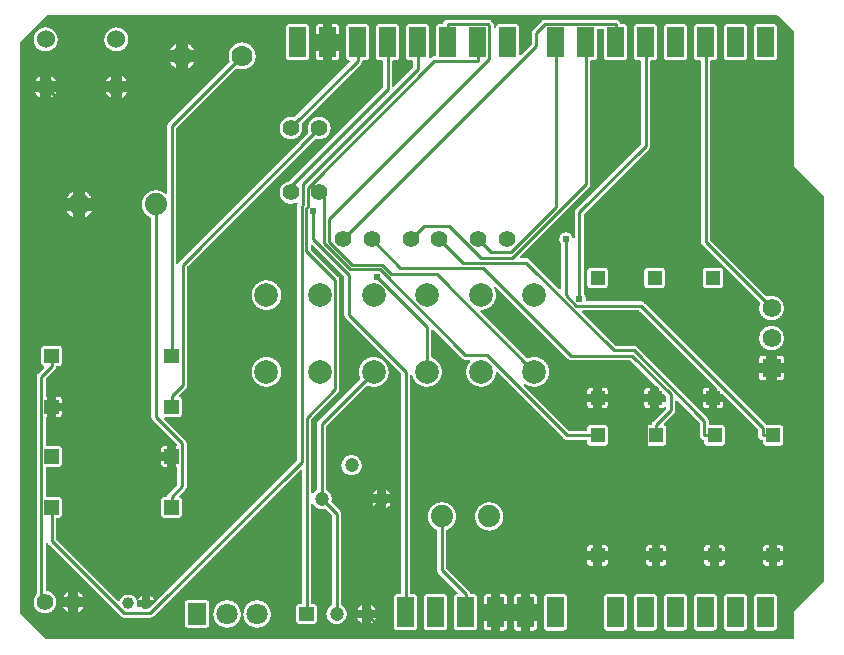
<source format=gbl>
G04 Layer: BottomLayer*
G04 EasyEDA v6.4.7, 2020-11-04T13:22:21+08:00*
G04 c75b3099a9074dceb9129db7a55e819f,07195eaca447455c8232cfd30933a766,10*
G04 Gerber Generator version 0.2*
G04 Scale: 100 percent, Rotated: No, Reflected: No *
G04 Dimensions in inches *
G04 leading zeros omitted , absolute positions ,2 integer and 4 decimal *
%FSLAX24Y24*%
%MOIN*%
G90*
D02*

%ADD10C,0.010000*%
%ADD11C,0.024000*%
%ADD13C,0.047200*%
%ADD14C,0.070000*%
%ADD15C,0.070866*%
%ADD17C,0.078740*%
%ADD18C,0.062000*%
%ADD19R,0.062000X0.062000*%
%ADD21R,0.047700X0.047700*%
%ADD22C,0.060000*%
%ADD23C,0.074000*%
%ADD24C,0.055120*%
%ADD25C,0.039370*%

%LPD*%
G36*
G01X25347Y20898D02*
G01X1002Y20898D01*
G01X990Y20894D01*
G01X984Y20891D01*
G01X108Y20015D01*
G01X102Y20003D01*
G01X101Y19997D01*
G01X101Y1000D01*
G01X102Y994D01*
G01X105Y988D01*
G01X111Y978D01*
G01X931Y113D01*
G01X936Y109D01*
G01X942Y105D01*
G01X947Y103D01*
G01X954Y101D01*
G01X25864Y101D01*
G01X25870Y102D01*
G01X25875Y104D01*
G01X25885Y110D01*
G01X25889Y114D01*
G01X25895Y124D01*
G01X25897Y129D01*
G01X25898Y135D01*
G01X25898Y1000D01*
G01X25899Y1009D01*
G01X25903Y1029D01*
G01X25906Y1038D01*
G01X25910Y1047D01*
G01X25915Y1056D01*
G01X25922Y1063D01*
G01X25928Y1071D01*
G01X26891Y2034D01*
G01X26897Y2046D01*
G01X26898Y2052D01*
G01X26898Y14847D01*
G01X26897Y14853D01*
G01X26891Y14865D01*
G01X25928Y15828D01*
G01X25922Y15836D01*
G01X25915Y15843D01*
G01X25910Y15852D01*
G01X25906Y15861D01*
G01X25903Y15870D01*
G01X25899Y15890D01*
G01X25898Y15900D01*
G01X25898Y20347D01*
G01X25897Y20353D01*
G01X25891Y20365D01*
G01X25365Y20891D01*
G01X25359Y20894D01*
G01X25347Y20898D01*
G37*

%LPC*%
G36*
G01X16785Y724D02*
G01X16569Y724D01*
G01X16569Y498D01*
G01X16570Y489D01*
G01X16571Y479D01*
G01X16573Y470D01*
G01X16576Y461D01*
G01X16580Y453D01*
G01X16590Y437D01*
G01X16602Y423D01*
G01X16610Y417D01*
G01X16617Y412D01*
G01X16626Y407D01*
G01X16634Y404D01*
G01X16643Y401D01*
G01X16661Y397D01*
G01X16785Y397D01*
G01X16785Y724D01*
G37*
G36*
G01X17329Y724D02*
G01X17114Y724D01*
G01X17114Y397D01*
G01X17237Y397D01*
G01X17247Y399D01*
G01X17256Y401D01*
G01X17264Y404D01*
G01X17273Y407D01*
G01X17289Y417D01*
G01X17296Y423D01*
G01X17303Y430D01*
G01X17309Y437D01*
G01X17314Y445D01*
G01X17322Y461D01*
G01X17325Y470D01*
G01X17327Y479D01*
G01X17329Y489D01*
G01X17329Y724D01*
G37*
G36*
G01X15785Y724D02*
G01X15569Y724D01*
G01X15569Y498D01*
G01X15570Y489D01*
G01X15571Y479D01*
G01X15573Y470D01*
G01X15576Y461D01*
G01X15580Y453D01*
G01X15590Y437D01*
G01X15602Y423D01*
G01X15610Y417D01*
G01X15617Y412D01*
G01X15626Y407D01*
G01X15634Y404D01*
G01X15643Y401D01*
G01X15661Y397D01*
G01X15785Y397D01*
G01X15785Y724D01*
G37*
G36*
G01X16329Y724D02*
G01X16114Y724D01*
G01X16114Y397D01*
G01X16237Y397D01*
G01X16247Y399D01*
G01X16256Y401D01*
G01X16264Y404D01*
G01X16273Y407D01*
G01X16289Y417D01*
G01X16296Y423D01*
G01X16303Y430D01*
G01X16309Y437D01*
G01X16314Y445D01*
G01X16322Y461D01*
G01X16325Y470D01*
G01X16327Y479D01*
G01X16329Y489D01*
G01X16329Y724D01*
G37*
G36*
G01X20228Y1602D02*
G01X19671Y1602D01*
G01X19661Y1601D01*
G01X19652Y1600D01*
G01X19643Y1598D01*
G01X19634Y1595D01*
G01X19626Y1591D01*
G01X19617Y1587D01*
G01X19610Y1582D01*
G01X19602Y1576D01*
G01X19590Y1562D01*
G01X19580Y1546D01*
G01X19576Y1538D01*
G01X19573Y1528D01*
G01X19571Y1519D01*
G01X19569Y1501D01*
G01X19569Y498D01*
G01X19570Y489D01*
G01X19571Y479D01*
G01X19573Y470D01*
G01X19576Y461D01*
G01X19580Y453D01*
G01X19590Y437D01*
G01X19602Y423D01*
G01X19610Y417D01*
G01X19617Y412D01*
G01X19626Y407D01*
G01X19634Y404D01*
G01X19643Y401D01*
G01X19661Y397D01*
G01X20237Y397D01*
G01X20247Y399D01*
G01X20256Y401D01*
G01X20264Y404D01*
G01X20273Y407D01*
G01X20289Y417D01*
G01X20296Y423D01*
G01X20303Y430D01*
G01X20309Y437D01*
G01X20314Y445D01*
G01X20322Y461D01*
G01X20325Y470D01*
G01X20327Y479D01*
G01X20329Y489D01*
G01X20329Y1510D01*
G01X20325Y1528D01*
G01X20322Y1538D01*
G01X20314Y1554D01*
G01X20309Y1562D01*
G01X20303Y1569D01*
G01X20296Y1576D01*
G01X20289Y1582D01*
G01X20281Y1587D01*
G01X20273Y1591D01*
G01X20264Y1595D01*
G01X20256Y1598D01*
G01X20247Y1600D01*
G01X20237Y1601D01*
G01X20228Y1602D01*
G37*
G36*
G01X23228Y1602D02*
G01X22671Y1602D01*
G01X22661Y1601D01*
G01X22652Y1600D01*
G01X22643Y1598D01*
G01X22634Y1595D01*
G01X22626Y1591D01*
G01X22617Y1587D01*
G01X22610Y1582D01*
G01X22602Y1576D01*
G01X22590Y1562D01*
G01X22580Y1546D01*
G01X22576Y1538D01*
G01X22573Y1528D01*
G01X22571Y1519D01*
G01X22569Y1501D01*
G01X22569Y498D01*
G01X22570Y489D01*
G01X22571Y479D01*
G01X22573Y470D01*
G01X22576Y461D01*
G01X22580Y453D01*
G01X22590Y437D01*
G01X22602Y423D01*
G01X22610Y417D01*
G01X22617Y412D01*
G01X22626Y407D01*
G01X22634Y404D01*
G01X22643Y401D01*
G01X22661Y397D01*
G01X23237Y397D01*
G01X23247Y399D01*
G01X23256Y401D01*
G01X23264Y404D01*
G01X23273Y407D01*
G01X23289Y417D01*
G01X23296Y423D01*
G01X23303Y430D01*
G01X23309Y437D01*
G01X23314Y445D01*
G01X23322Y461D01*
G01X23325Y470D01*
G01X23327Y479D01*
G01X23329Y489D01*
G01X23329Y1510D01*
G01X23325Y1528D01*
G01X23322Y1538D01*
G01X23314Y1554D01*
G01X23309Y1562D01*
G01X23303Y1569D01*
G01X23296Y1576D01*
G01X23289Y1582D01*
G01X23281Y1587D01*
G01X23273Y1591D01*
G01X23264Y1595D01*
G01X23256Y1598D01*
G01X23247Y1600D01*
G01X23237Y1601D01*
G01X23228Y1602D01*
G37*
G36*
G01X21228Y1602D02*
G01X20671Y1602D01*
G01X20661Y1601D01*
G01X20652Y1600D01*
G01X20643Y1598D01*
G01X20634Y1595D01*
G01X20626Y1591D01*
G01X20617Y1587D01*
G01X20610Y1582D01*
G01X20602Y1576D01*
G01X20590Y1562D01*
G01X20580Y1546D01*
G01X20576Y1538D01*
G01X20573Y1528D01*
G01X20571Y1519D01*
G01X20569Y1501D01*
G01X20569Y498D01*
G01X20570Y489D01*
G01X20571Y479D01*
G01X20573Y470D01*
G01X20576Y461D01*
G01X20580Y453D01*
G01X20590Y437D01*
G01X20602Y423D01*
G01X20610Y417D01*
G01X20617Y412D01*
G01X20626Y407D01*
G01X20634Y404D01*
G01X20643Y401D01*
G01X20661Y397D01*
G01X21237Y397D01*
G01X21247Y399D01*
G01X21256Y401D01*
G01X21264Y404D01*
G01X21273Y407D01*
G01X21289Y417D01*
G01X21296Y423D01*
G01X21303Y430D01*
G01X21309Y437D01*
G01X21314Y445D01*
G01X21322Y461D01*
G01X21325Y470D01*
G01X21327Y479D01*
G01X21329Y489D01*
G01X21329Y1510D01*
G01X21325Y1528D01*
G01X21322Y1538D01*
G01X21314Y1554D01*
G01X21309Y1562D01*
G01X21303Y1569D01*
G01X21296Y1576D01*
G01X21289Y1582D01*
G01X21281Y1587D01*
G01X21273Y1591D01*
G01X21264Y1595D01*
G01X21256Y1598D01*
G01X21247Y1600D01*
G01X21237Y1601D01*
G01X21228Y1602D01*
G37*
G36*
G01X18228Y1602D02*
G01X17671Y1602D01*
G01X17661Y1601D01*
G01X17652Y1600D01*
G01X17643Y1598D01*
G01X17634Y1595D01*
G01X17626Y1591D01*
G01X17617Y1587D01*
G01X17610Y1582D01*
G01X17602Y1576D01*
G01X17590Y1562D01*
G01X17580Y1546D01*
G01X17576Y1538D01*
G01X17573Y1528D01*
G01X17571Y1519D01*
G01X17569Y1501D01*
G01X17569Y498D01*
G01X17570Y489D01*
G01X17571Y479D01*
G01X17573Y470D01*
G01X17576Y461D01*
G01X17580Y453D01*
G01X17590Y437D01*
G01X17602Y423D01*
G01X17610Y417D01*
G01X17617Y412D01*
G01X17626Y407D01*
G01X17634Y404D01*
G01X17643Y401D01*
G01X17661Y397D01*
G01X18237Y397D01*
G01X18247Y399D01*
G01X18256Y401D01*
G01X18264Y404D01*
G01X18273Y407D01*
G01X18289Y417D01*
G01X18296Y423D01*
G01X18303Y430D01*
G01X18309Y437D01*
G01X18314Y445D01*
G01X18322Y461D01*
G01X18325Y470D01*
G01X18327Y479D01*
G01X18329Y489D01*
G01X18329Y1510D01*
G01X18325Y1528D01*
G01X18322Y1538D01*
G01X18314Y1554D01*
G01X18309Y1562D01*
G01X18303Y1569D01*
G01X18296Y1576D01*
G01X18289Y1582D01*
G01X18281Y1587D01*
G01X18273Y1591D01*
G01X18264Y1595D01*
G01X18256Y1598D01*
G01X18247Y1600D01*
G01X18237Y1601D01*
G01X18228Y1602D01*
G37*
G36*
G01X22228Y1602D02*
G01X21671Y1602D01*
G01X21661Y1601D01*
G01X21652Y1600D01*
G01X21643Y1598D01*
G01X21634Y1595D01*
G01X21626Y1591D01*
G01X21617Y1587D01*
G01X21610Y1582D01*
G01X21602Y1576D01*
G01X21590Y1562D01*
G01X21580Y1546D01*
G01X21576Y1538D01*
G01X21573Y1528D01*
G01X21571Y1519D01*
G01X21569Y1501D01*
G01X21569Y498D01*
G01X21570Y489D01*
G01X21571Y479D01*
G01X21573Y470D01*
G01X21576Y461D01*
G01X21580Y453D01*
G01X21590Y437D01*
G01X21602Y423D01*
G01X21610Y417D01*
G01X21617Y412D01*
G01X21626Y407D01*
G01X21634Y404D01*
G01X21643Y401D01*
G01X21661Y397D01*
G01X22237Y397D01*
G01X22247Y399D01*
G01X22256Y401D01*
G01X22264Y404D01*
G01X22273Y407D01*
G01X22289Y417D01*
G01X22296Y423D01*
G01X22303Y430D01*
G01X22309Y437D01*
G01X22314Y445D01*
G01X22322Y461D01*
G01X22325Y470D01*
G01X22327Y479D01*
G01X22329Y489D01*
G01X22329Y1510D01*
G01X22325Y1528D01*
G01X22322Y1538D01*
G01X22314Y1554D01*
G01X22309Y1562D01*
G01X22303Y1569D01*
G01X22296Y1576D01*
G01X22289Y1582D01*
G01X22281Y1587D01*
G01X22273Y1591D01*
G01X22264Y1595D01*
G01X22256Y1598D01*
G01X22247Y1600D01*
G01X22237Y1601D01*
G01X22228Y1602D01*
G37*
G36*
G01X14228Y1602D02*
G01X13671Y1602D01*
G01X13661Y1601D01*
G01X13652Y1600D01*
G01X13643Y1598D01*
G01X13634Y1595D01*
G01X13626Y1591D01*
G01X13617Y1587D01*
G01X13610Y1582D01*
G01X13602Y1576D01*
G01X13590Y1562D01*
G01X13580Y1546D01*
G01X13576Y1538D01*
G01X13573Y1528D01*
G01X13571Y1519D01*
G01X13569Y1501D01*
G01X13569Y498D01*
G01X13570Y489D01*
G01X13571Y479D01*
G01X13573Y470D01*
G01X13576Y461D01*
G01X13580Y453D01*
G01X13590Y437D01*
G01X13602Y423D01*
G01X13610Y417D01*
G01X13617Y412D01*
G01X13626Y407D01*
G01X13634Y404D01*
G01X13643Y401D01*
G01X13661Y397D01*
G01X14237Y397D01*
G01X14247Y399D01*
G01X14256Y401D01*
G01X14264Y404D01*
G01X14273Y407D01*
G01X14289Y417D01*
G01X14296Y423D01*
G01X14303Y430D01*
G01X14309Y437D01*
G01X14314Y445D01*
G01X14322Y461D01*
G01X14325Y470D01*
G01X14327Y479D01*
G01X14329Y489D01*
G01X14329Y1510D01*
G01X14325Y1528D01*
G01X14322Y1538D01*
G01X14314Y1554D01*
G01X14309Y1562D01*
G01X14303Y1569D01*
G01X14296Y1576D01*
G01X14289Y1582D01*
G01X14281Y1587D01*
G01X14273Y1591D01*
G01X14264Y1595D01*
G01X14256Y1598D01*
G01X14247Y1600D01*
G01X14237Y1601D01*
G01X14228Y1602D01*
G37*
G36*
G01X24228Y1602D02*
G01X23671Y1602D01*
G01X23661Y1601D01*
G01X23652Y1600D01*
G01X23643Y1598D01*
G01X23634Y1595D01*
G01X23626Y1591D01*
G01X23617Y1587D01*
G01X23610Y1582D01*
G01X23602Y1576D01*
G01X23590Y1562D01*
G01X23580Y1546D01*
G01X23576Y1538D01*
G01X23573Y1528D01*
G01X23571Y1519D01*
G01X23569Y1501D01*
G01X23569Y498D01*
G01X23570Y489D01*
G01X23571Y479D01*
G01X23573Y470D01*
G01X23576Y461D01*
G01X23580Y453D01*
G01X23590Y437D01*
G01X23602Y423D01*
G01X23610Y417D01*
G01X23617Y412D01*
G01X23626Y407D01*
G01X23634Y404D01*
G01X23643Y401D01*
G01X23661Y397D01*
G01X24237Y397D01*
G01X24247Y399D01*
G01X24256Y401D01*
G01X24264Y404D01*
G01X24273Y407D01*
G01X24289Y417D01*
G01X24296Y423D01*
G01X24303Y430D01*
G01X24309Y437D01*
G01X24314Y445D01*
G01X24322Y461D01*
G01X24325Y470D01*
G01X24327Y479D01*
G01X24329Y489D01*
G01X24329Y1510D01*
G01X24325Y1528D01*
G01X24322Y1538D01*
G01X24314Y1554D01*
G01X24309Y1562D01*
G01X24303Y1569D01*
G01X24296Y1576D01*
G01X24289Y1582D01*
G01X24281Y1587D01*
G01X24273Y1591D01*
G01X24264Y1595D01*
G01X24256Y1598D01*
G01X24247Y1600D01*
G01X24237Y1601D01*
G01X24228Y1602D01*
G37*
G36*
G01X25228Y1602D02*
G01X24671Y1602D01*
G01X24661Y1601D01*
G01X24652Y1600D01*
G01X24643Y1598D01*
G01X24634Y1595D01*
G01X24626Y1591D01*
G01X24617Y1587D01*
G01X24610Y1582D01*
G01X24602Y1576D01*
G01X24590Y1562D01*
G01X24580Y1546D01*
G01X24576Y1538D01*
G01X24573Y1528D01*
G01X24571Y1519D01*
G01X24569Y1501D01*
G01X24569Y498D01*
G01X24570Y489D01*
G01X24571Y479D01*
G01X24573Y470D01*
G01X24576Y461D01*
G01X24580Y453D01*
G01X24590Y437D01*
G01X24602Y423D01*
G01X24610Y417D01*
G01X24617Y412D01*
G01X24626Y407D01*
G01X24634Y404D01*
G01X24643Y401D01*
G01X24661Y397D01*
G01X25237Y397D01*
G01X25247Y399D01*
G01X25256Y401D01*
G01X25264Y404D01*
G01X25273Y407D01*
G01X25289Y417D01*
G01X25296Y423D01*
G01X25303Y430D01*
G01X25309Y437D01*
G01X25314Y445D01*
G01X25322Y461D01*
G01X25325Y470D01*
G01X25327Y479D01*
G01X25329Y489D01*
G01X25329Y1510D01*
G01X25325Y1528D01*
G01X25322Y1538D01*
G01X25314Y1554D01*
G01X25309Y1562D01*
G01X25303Y1569D01*
G01X25296Y1576D01*
G01X25289Y1582D01*
G01X25281Y1587D01*
G01X25273Y1591D01*
G01X25264Y1595D01*
G01X25256Y1598D01*
G01X25247Y1600D01*
G01X25237Y1601D01*
G01X25228Y1602D01*
G37*
G36*
G01X14198Y4669D02*
G01X14160Y4671D01*
G01X14140Y4670D01*
G01X14121Y4669D01*
G01X14101Y4667D01*
G01X14063Y4661D01*
G01X14025Y4651D01*
G01X14006Y4645D01*
G01X13970Y4631D01*
G01X13953Y4623D01*
G01X13935Y4614D01*
G01X13918Y4604D01*
G01X13902Y4594D01*
G01X13886Y4583D01*
G01X13870Y4571D01*
G01X13855Y4559D01*
G01X13840Y4546D01*
G01X13827Y4532D01*
G01X13813Y4519D01*
G01X13800Y4504D01*
G01X13788Y4489D01*
G01X13776Y4473D01*
G01X13765Y4457D01*
G01X13755Y4440D01*
G01X13745Y4424D01*
G01X13736Y4406D01*
G01X13728Y4389D01*
G01X13714Y4353D01*
G01X13708Y4334D01*
G01X13698Y4296D01*
G01X13692Y4258D01*
G01X13690Y4238D01*
G01X13689Y4219D01*
G01X13689Y4180D01*
G01X13690Y4159D01*
G01X13692Y4140D01*
G01X13695Y4120D01*
G01X13699Y4100D01*
G01X13709Y4062D01*
G01X13715Y4043D01*
G01X13722Y4024D01*
G01X13730Y4006D01*
G01X13748Y3970D01*
G01X13758Y3953D01*
G01X13769Y3936D01*
G01X13793Y3904D01*
G01X13806Y3888D01*
G01X13819Y3874D01*
G01X13833Y3860D01*
G01X13848Y3846D01*
G01X13863Y3833D01*
G01X13879Y3821D01*
G01X13896Y3809D01*
G01X13912Y3799D01*
G01X13930Y3788D01*
G01X13947Y3779D01*
G01X13965Y3771D01*
G01X13984Y3763D01*
G01X13994Y3757D01*
G01X13998Y3753D01*
G01X14002Y3748D01*
G01X14005Y3743D01*
G01X14007Y3737D01*
G01X14008Y3732D01*
G01X14009Y3726D01*
G01X14009Y2390D01*
G01X14010Y2378D01*
G01X14013Y2366D01*
G01X14016Y2355D01*
G01X14020Y2344D01*
G01X14025Y2333D01*
G01X14037Y2313D01*
G01X14045Y2303D01*
G01X14679Y1669D01*
G01X14683Y1664D01*
G01X14686Y1659D01*
G01X14689Y1653D01*
G01X14690Y1647D01*
G01X14690Y1635D01*
G01X14689Y1629D01*
G01X14687Y1624D01*
G01X14681Y1614D01*
G01X14677Y1610D01*
G01X14667Y1604D01*
G01X14662Y1602D01*
G01X14656Y1601D01*
G01X14647Y1599D01*
G01X14639Y1597D01*
G01X14630Y1594D01*
G01X14622Y1590D01*
G01X14614Y1585D01*
G01X14607Y1580D01*
G01X14600Y1574D01*
G01X14594Y1567D01*
G01X14584Y1553D01*
G01X14580Y1544D01*
G01X14576Y1536D01*
G01X14573Y1528D01*
G01X14571Y1519D01*
G01X14569Y1501D01*
G01X14569Y498D01*
G01X14570Y489D01*
G01X14571Y479D01*
G01X14573Y470D01*
G01X14576Y461D01*
G01X14580Y453D01*
G01X14590Y437D01*
G01X14602Y423D01*
G01X14610Y417D01*
G01X14617Y412D01*
G01X14626Y407D01*
G01X14634Y404D01*
G01X14643Y401D01*
G01X14661Y397D01*
G01X15237Y397D01*
G01X15247Y399D01*
G01X15256Y401D01*
G01X15264Y404D01*
G01X15273Y407D01*
G01X15289Y417D01*
G01X15296Y423D01*
G01X15303Y430D01*
G01X15309Y437D01*
G01X15314Y445D01*
G01X15322Y461D01*
G01X15325Y470D01*
G01X15327Y479D01*
G01X15329Y489D01*
G01X15329Y1510D01*
G01X15325Y1528D01*
G01X15322Y1538D01*
G01X15314Y1554D01*
G01X15309Y1562D01*
G01X15303Y1569D01*
G01X15296Y1576D01*
G01X15289Y1582D01*
G01X15281Y1587D01*
G01X15273Y1591D01*
G01X15264Y1595D01*
G01X15256Y1598D01*
G01X15247Y1600D01*
G01X15237Y1601D01*
G01X15228Y1602D01*
G01X15138Y1602D01*
G01X15126Y1604D01*
G01X15120Y1606D01*
G01X15114Y1609D01*
G01X15110Y1614D01*
G01X15106Y1618D01*
G01X15102Y1624D01*
G01X15098Y1636D01*
G01X15096Y1647D01*
G01X15093Y1659D01*
G01X15089Y1669D01*
G01X15084Y1680D01*
G01X15072Y1700D01*
G01X15064Y1710D01*
G01X14322Y2452D01*
G01X14318Y2457D01*
G01X14315Y2463D01*
G01X14313Y2468D01*
G01X14311Y2474D01*
G01X14310Y2481D01*
G01X14310Y3726D01*
G01X14311Y3732D01*
G01X14312Y3737D01*
G01X14314Y3743D01*
G01X14317Y3748D01*
G01X14321Y3753D01*
G01X14325Y3757D01*
G01X14335Y3763D01*
G01X14354Y3771D01*
G01X14372Y3779D01*
G01X14389Y3788D01*
G01X14407Y3799D01*
G01X14423Y3809D01*
G01X14440Y3821D01*
G01X14456Y3833D01*
G01X14471Y3846D01*
G01X14486Y3860D01*
G01X14500Y3874D01*
G01X14513Y3888D01*
G01X14526Y3904D01*
G01X14550Y3936D01*
G01X14561Y3953D01*
G01X14571Y3970D01*
G01X14589Y4006D01*
G01X14597Y4024D01*
G01X14604Y4043D01*
G01X14610Y4062D01*
G01X14620Y4100D01*
G01X14624Y4120D01*
G01X14627Y4140D01*
G01X14629Y4159D01*
G01X14630Y4180D01*
G01X14631Y4200D01*
G01X14629Y4238D01*
G01X14627Y4258D01*
G01X14621Y4296D01*
G01X14611Y4334D01*
G01X14605Y4353D01*
G01X14591Y4389D01*
G01X14583Y4406D01*
G01X14574Y4424D01*
G01X14564Y4440D01*
G01X14554Y4457D01*
G01X14543Y4473D01*
G01X14531Y4489D01*
G01X14519Y4504D01*
G01X14506Y4519D01*
G01X14493Y4532D01*
G01X14478Y4546D01*
G01X14464Y4559D01*
G01X14449Y4571D01*
G01X14433Y4583D01*
G01X14417Y4594D01*
G01X14401Y4604D01*
G01X14384Y4614D01*
G01X14366Y4623D01*
G01X14349Y4631D01*
G01X14313Y4645D01*
G01X14294Y4651D01*
G01X14256Y4661D01*
G01X14218Y4667D01*
G01X14198Y4669D01*
G37*
G36*
G01X15702Y20763D02*
G01X14350Y20763D01*
G01X14338Y20762D01*
G01X14327Y20761D01*
G01X14316Y20759D01*
G01X14305Y20756D01*
G01X14295Y20752D01*
G01X14284Y20748D01*
G01X14274Y20742D01*
G01X14256Y20730D01*
G01X14247Y20723D01*
G01X14239Y20715D01*
G01X14225Y20697D01*
G01X14219Y20688D01*
G01X14209Y20668D01*
G01X14206Y20657D01*
G01X14202Y20646D01*
G01X14200Y20635D01*
G01X14199Y20630D01*
G01X14197Y20625D01*
G01X14194Y20619D01*
G01X14191Y20615D01*
G01X14187Y20611D01*
G01X14177Y20605D01*
G01X14172Y20603D01*
G01X14167Y20602D01*
G01X14071Y20602D01*
G01X14062Y20601D01*
G01X14052Y20600D01*
G01X14043Y20598D01*
G01X14035Y20595D01*
G01X14026Y20591D01*
G01X14010Y20581D01*
G01X13996Y20569D01*
G01X13990Y20561D01*
G01X13985Y20554D01*
G01X13981Y20546D01*
G01X13977Y20537D01*
G01X13974Y20528D01*
G01X13972Y20519D01*
G01X13970Y20501D01*
G01X13970Y19578D01*
G01X13969Y19573D01*
G01X13968Y19567D01*
G01X13964Y19557D01*
G01X13960Y19552D01*
G01X13956Y19548D01*
G01X13952Y19545D01*
G01X13947Y19542D01*
G01X13941Y19540D01*
G01X13936Y19539D01*
G01X13930Y19538D01*
G01X13903Y19538D01*
G01X13891Y19537D01*
G01X13879Y19534D01*
G01X13868Y19531D01*
G01X13857Y19527D01*
G01X13846Y19522D01*
G01X13826Y19510D01*
G01X13808Y19494D01*
G01X13797Y19484D01*
G01X13793Y19480D01*
G01X13781Y19474D01*
G01X13769Y19472D01*
G01X13763Y19473D01*
G01X13758Y19474D01*
G01X13752Y19476D01*
G01X13747Y19478D01*
G01X13735Y19490D01*
G01X13733Y19496D01*
G01X13731Y19501D01*
G01X13730Y19507D01*
G01X13729Y19512D01*
G01X13729Y20501D01*
G01X13727Y20519D01*
G01X13725Y20528D01*
G01X13722Y20537D01*
G01X13718Y20546D01*
G01X13714Y20554D01*
G01X13709Y20561D01*
G01X13703Y20569D01*
G01X13689Y20581D01*
G01X13673Y20591D01*
G01X13664Y20595D01*
G01X13656Y20598D01*
G01X13647Y20600D01*
G01X13637Y20601D01*
G01X13628Y20602D01*
G01X13071Y20602D01*
G01X13062Y20601D01*
G01X13052Y20600D01*
G01X13043Y20598D01*
G01X13035Y20595D01*
G01X13026Y20591D01*
G01X13010Y20581D01*
G01X12996Y20569D01*
G01X12990Y20561D01*
G01X12985Y20554D01*
G01X12981Y20546D01*
G01X12977Y20537D01*
G01X12974Y20528D01*
G01X12972Y20519D01*
G01X12970Y20501D01*
G01X12970Y19498D01*
G01X12972Y19480D01*
G01X12974Y19471D01*
G01X12977Y19462D01*
G01X12981Y19453D01*
G01X12985Y19445D01*
G01X12990Y19438D01*
G01X12996Y19430D01*
G01X13010Y19418D01*
G01X13026Y19408D01*
G01X13035Y19404D01*
G01X13043Y19401D01*
G01X13052Y19399D01*
G01X13062Y19398D01*
G01X13159Y19398D01*
G01X13164Y19397D01*
G01X13170Y19396D01*
G01X13175Y19394D01*
G01X13185Y19388D01*
G01X13189Y19384D01*
G01X13195Y19374D01*
G01X13197Y19369D01*
G01X13198Y19363D01*
G01X13198Y19175D01*
G01X13197Y19169D01*
G01X13194Y19163D01*
G01X13191Y19158D01*
G01X13187Y19153D01*
G01X12569Y18536D01*
G01X12559Y18528D01*
G01X12547Y18524D01*
G01X12535Y18524D01*
G01X12529Y18526D01*
G01X12519Y18530D01*
G01X12514Y18534D01*
G01X12510Y18538D01*
G01X12507Y18542D01*
G01X12504Y18547D01*
G01X12502Y18553D01*
G01X12501Y18558D01*
G01X12501Y19363D01*
G01X12502Y19369D01*
G01X12504Y19374D01*
G01X12510Y19384D01*
G01X12514Y19388D01*
G01X12524Y19394D01*
G01X12529Y19396D01*
G01X12535Y19397D01*
G01X12540Y19398D01*
G01X12637Y19398D01*
G01X12647Y19399D01*
G01X12656Y19401D01*
G01X12664Y19404D01*
G01X12673Y19408D01*
G01X12689Y19418D01*
G01X12703Y19430D01*
G01X12709Y19438D01*
G01X12714Y19445D01*
G01X12718Y19453D01*
G01X12722Y19462D01*
G01X12725Y19471D01*
G01X12727Y19480D01*
G01X12729Y19498D01*
G01X12729Y20501D01*
G01X12727Y20519D01*
G01X12725Y20528D01*
G01X12722Y20537D01*
G01X12718Y20546D01*
G01X12714Y20554D01*
G01X12709Y20561D01*
G01X12703Y20569D01*
G01X12689Y20581D01*
G01X12673Y20591D01*
G01X12664Y20595D01*
G01X12656Y20598D01*
G01X12647Y20600D01*
G01X12637Y20601D01*
G01X12628Y20602D01*
G01X12071Y20602D01*
G01X12062Y20601D01*
G01X12052Y20600D01*
G01X12043Y20598D01*
G01X12035Y20595D01*
G01X12026Y20591D01*
G01X12010Y20581D01*
G01X11996Y20569D01*
G01X11990Y20561D01*
G01X11985Y20554D01*
G01X11981Y20546D01*
G01X11977Y20537D01*
G01X11974Y20528D01*
G01X11972Y20519D01*
G01X11970Y20501D01*
G01X11970Y19498D01*
G01X11972Y19480D01*
G01X11974Y19471D01*
G01X11977Y19462D01*
G01X11981Y19453D01*
G01X11985Y19445D01*
G01X11990Y19438D01*
G01X11996Y19430D01*
G01X12010Y19418D01*
G01X12026Y19408D01*
G01X12035Y19404D01*
G01X12043Y19401D01*
G01X12052Y19399D01*
G01X12062Y19398D01*
G01X12159Y19398D01*
G01X12164Y19397D01*
G01X12170Y19396D01*
G01X12175Y19394D01*
G01X12185Y19388D01*
G01X12189Y19384D01*
G01X12195Y19374D01*
G01X12197Y19369D01*
G01X12198Y19363D01*
G01X12198Y18523D01*
G01X12197Y18517D01*
G01X12194Y18511D01*
G01X12191Y18506D01*
G01X12187Y18501D01*
G01X9063Y15378D01*
G01X9057Y15373D01*
G01X9051Y15369D01*
G01X9027Y15363D01*
G01X9010Y15357D01*
G01X8993Y15352D01*
G01X8961Y15338D01*
G01X8946Y15330D01*
G01X8931Y15321D01*
G01X8916Y15311D01*
G01X8888Y15291D01*
G01X8874Y15279D01*
G01X8850Y15255D01*
G01X8838Y15242D01*
G01X8827Y15228D01*
G01X8817Y15213D01*
G01X8807Y15199D01*
G01X8798Y15184D01*
G01X8790Y15169D01*
G01X8782Y15153D01*
G01X8776Y15136D01*
G01X8770Y15120D01*
G01X8764Y15103D01*
G01X8756Y15069D01*
G01X8753Y15052D01*
G01X8752Y15034D01*
G01X8750Y15017D01*
G01X8750Y14982D01*
G01X8752Y14965D01*
G01X8753Y14948D01*
G01X8756Y14930D01*
G01X8764Y14896D01*
G01X8769Y14880D01*
G01X8775Y14863D01*
G01X8782Y14847D01*
G01X8789Y14832D01*
G01X8797Y14816D01*
G01X8806Y14801D01*
G01X8826Y14773D01*
G01X8837Y14759D01*
G01X8848Y14746D01*
G01X8860Y14733D01*
G01X8873Y14721D01*
G01X8886Y14710D01*
G01X8900Y14699D01*
G01X8928Y14679D01*
G01X8943Y14671D01*
G01X8959Y14662D01*
G01X8974Y14655D01*
G01X8990Y14648D01*
G01X9007Y14642D01*
G01X9023Y14637D01*
G01X9057Y14629D01*
G01X9075Y14626D01*
G01X9092Y14625D01*
G01X9109Y14623D01*
G01X9144Y14623D01*
G01X9162Y14625D01*
G01X9179Y14627D01*
G01X9197Y14630D01*
G01X9214Y14633D01*
G01X9248Y14643D01*
G01X9264Y14649D01*
G01X9281Y14656D01*
G01X9297Y14663D01*
G01X9302Y14666D01*
G01X9308Y14667D01*
G01X9315Y14668D01*
G01X9320Y14667D01*
G01X9326Y14666D01*
G01X9331Y14664D01*
G01X9341Y14658D01*
G01X9345Y14654D01*
G01X9348Y14650D01*
G01X9351Y14644D01*
G01X9353Y14639D01*
G01X9354Y14634D01*
G01X9355Y14628D01*
G01X9354Y14621D01*
G01X9353Y14615D01*
G01X9345Y14599D01*
G01X9341Y14588D01*
G01X9335Y14564D01*
G01X9334Y14553D01*
G01X9334Y6100D01*
G01X9333Y6093D01*
G01X9331Y6087D01*
G01X9329Y6082D01*
G01X9326Y6076D01*
G01X9322Y6071D01*
G01X4639Y1388D01*
G01X4634Y1385D01*
G01X4629Y1383D01*
G01X4623Y1381D01*
G01X4618Y1380D01*
G01X4617Y1375D01*
G01X4615Y1369D01*
G01X4613Y1364D01*
G01X4610Y1359D01*
G01X4434Y1183D01*
G01X4428Y1180D01*
G01X4422Y1178D01*
G01X4419Y1171D01*
G01X4416Y1165D01*
G01X4411Y1160D01*
G01X4394Y1142D01*
G01X4389Y1138D01*
G01X4384Y1135D01*
G01X4378Y1132D01*
G01X4372Y1131D01*
G01X4365Y1130D01*
G01X4216Y1130D01*
G01X4210Y1131D01*
G01X4205Y1132D01*
G01X4200Y1134D01*
G01X4194Y1137D01*
G01X4190Y1140D01*
G01X4186Y1144D01*
G01X4182Y1149D01*
G01X4178Y1159D01*
G01X4176Y1171D01*
G01X4176Y1176D01*
G01X4030Y1176D01*
G01X4025Y1178D01*
G01X4019Y1180D01*
G01X4014Y1182D01*
G01X4002Y1194D01*
G01X4000Y1200D01*
G01X3997Y1205D01*
G01X3996Y1210D01*
G01X3996Y1216D01*
G01X3997Y1226D01*
G01X4001Y1244D01*
G01X4004Y1263D01*
G01X4006Y1281D01*
G01X4006Y1318D01*
G01X4004Y1336D01*
G01X4001Y1355D01*
G01X3997Y1373D01*
G01X3996Y1383D01*
G01X3996Y1389D01*
G01X3997Y1394D01*
G01X4000Y1400D01*
G01X4002Y1405D01*
G01X4014Y1417D01*
G01X4019Y1419D01*
G01X4025Y1421D01*
G01X4030Y1423D01*
G01X4176Y1423D01*
G01X4176Y1571D01*
G01X4162Y1564D01*
G01X4148Y1556D01*
G01X4135Y1548D01*
G01X4122Y1538D01*
G01X4109Y1529D01*
G01X4097Y1518D01*
G01X4075Y1496D01*
G01X4065Y1483D01*
G01X4056Y1471D01*
G01X4047Y1457D01*
G01X4039Y1444D01*
G01X4036Y1439D01*
G01X4027Y1430D01*
G01X4022Y1427D01*
G01X4016Y1425D01*
G01X4004Y1423D01*
G01X3992Y1425D01*
G01X3986Y1427D01*
G01X3981Y1430D01*
G01X3972Y1439D01*
G01X3969Y1444D01*
G01X3961Y1457D01*
G01X3952Y1471D01*
G01X3943Y1484D01*
G01X3933Y1496D01*
G01X3922Y1507D01*
G01X3898Y1529D01*
G01X3886Y1539D01*
G01X3873Y1548D01*
G01X3860Y1556D01*
G01X3846Y1564D01*
G01X3831Y1571D01*
G01X3817Y1577D01*
G01X3787Y1587D01*
G01X3772Y1591D01*
G01X3756Y1594D01*
G01X3740Y1596D01*
G01X3724Y1597D01*
G01X3693Y1597D01*
G01X3677Y1596D01*
G01X3662Y1594D01*
G01X3647Y1591D01*
G01X3631Y1587D01*
G01X3617Y1583D01*
G01X3602Y1578D01*
G01X3588Y1572D01*
G01X3573Y1565D01*
G01X3560Y1557D01*
G01X3547Y1550D01*
G01X3534Y1540D01*
G01X3521Y1531D01*
G01X3509Y1521D01*
G01X3487Y1499D01*
G01X3477Y1487D01*
G01X3468Y1475D01*
G01X3459Y1462D01*
G01X3451Y1449D01*
G01X3443Y1435D01*
G01X3436Y1421D01*
G01X3431Y1407D01*
G01X3428Y1401D01*
G01X3425Y1396D01*
G01X3421Y1392D01*
G01X3416Y1388D01*
G01X3411Y1385D01*
G01X3405Y1383D01*
G01X3393Y1381D01*
G01X3381Y1383D01*
G01X3375Y1385D01*
G01X3365Y1393D01*
G01X1312Y3446D01*
G01X1308Y3451D01*
G01X1305Y3457D01*
G01X1302Y3462D01*
G01X1301Y3468D01*
G01X1301Y4126D01*
G01X1302Y4131D01*
G01X1304Y4137D01*
G01X1307Y4142D01*
G01X1310Y4146D01*
G01X1314Y4150D01*
G01X1319Y4154D01*
G01X1329Y4158D01*
G01X1335Y4159D01*
G01X1340Y4160D01*
G01X1388Y4160D01*
G01X1406Y4162D01*
G01X1416Y4164D01*
G01X1425Y4167D01*
G01X1441Y4175D01*
G01X1449Y4180D01*
G01X1456Y4186D01*
G01X1463Y4193D01*
G01X1468Y4200D01*
G01X1474Y4208D01*
G01X1478Y4216D01*
G01X1482Y4225D01*
G01X1485Y4233D01*
G01X1487Y4242D01*
G01X1489Y4252D01*
G01X1489Y4747D01*
G01X1487Y4757D01*
G01X1485Y4766D01*
G01X1482Y4775D01*
G01X1474Y4791D01*
G01X1468Y4799D01*
G01X1463Y4806D01*
G01X1456Y4813D01*
G01X1449Y4819D01*
G01X1441Y4824D01*
G01X1425Y4832D01*
G01X1416Y4835D01*
G01X1406Y4837D01*
G01X1388Y4839D01*
G01X992Y4839D01*
G01X980Y4841D01*
G01X970Y4845D01*
G01X965Y4849D01*
G01X961Y4853D01*
G01X958Y4857D01*
G01X955Y4862D01*
G01X953Y4868D01*
G01X952Y4873D01*
G01X952Y5826D01*
G01X953Y5831D01*
G01X955Y5837D01*
G01X958Y5842D01*
G01X961Y5846D01*
G01X965Y5850D01*
G01X970Y5854D01*
G01X980Y5858D01*
G01X992Y5860D01*
G01X1388Y5860D01*
G01X1406Y5862D01*
G01X1416Y5864D01*
G01X1425Y5867D01*
G01X1441Y5875D01*
G01X1449Y5880D01*
G01X1456Y5886D01*
G01X1463Y5893D01*
G01X1468Y5900D01*
G01X1474Y5908D01*
G01X1478Y5916D01*
G01X1482Y5925D01*
G01X1485Y5933D01*
G01X1487Y5942D01*
G01X1489Y5952D01*
G01X1489Y6447D01*
G01X1487Y6457D01*
G01X1485Y6466D01*
G01X1482Y6475D01*
G01X1474Y6491D01*
G01X1468Y6499D01*
G01X1463Y6506D01*
G01X1456Y6513D01*
G01X1449Y6519D01*
G01X1441Y6524D01*
G01X1425Y6532D01*
G01X1416Y6535D01*
G01X1406Y6537D01*
G01X1388Y6539D01*
G01X992Y6539D01*
G01X980Y6541D01*
G01X970Y6545D01*
G01X965Y6549D01*
G01X961Y6553D01*
G01X958Y6557D01*
G01X955Y6562D01*
G01X953Y6568D01*
G01X952Y6573D01*
G01X952Y7476D01*
G01X953Y7481D01*
G01X955Y7487D01*
G01X958Y7492D01*
G01X961Y7496D01*
G01X965Y7500D01*
G01X970Y7504D01*
G01X980Y7508D01*
G01X992Y7510D01*
G01X1005Y7510D01*
G01X1005Y7705D01*
G01X992Y7705D01*
G01X980Y7707D01*
G01X970Y7711D01*
G01X965Y7715D01*
G01X961Y7719D01*
G01X955Y7729D01*
G01X953Y7734D01*
G01X952Y7740D01*
G01X952Y7959D01*
G01X953Y7965D01*
G01X955Y7970D01*
G01X961Y7980D01*
G01X965Y7984D01*
G01X970Y7988D01*
G01X980Y7992D01*
G01X992Y7994D01*
G01X1005Y7994D01*
G01X1005Y8189D01*
G01X992Y8189D01*
G01X980Y8191D01*
G01X970Y8195D01*
G01X965Y8199D01*
G01X961Y8203D01*
G01X958Y8207D01*
G01X955Y8212D01*
G01X953Y8218D01*
G01X952Y8223D01*
G01X952Y8778D01*
G01X953Y8784D01*
G01X956Y8790D01*
G01X959Y8795D01*
G01X963Y8800D01*
G01X1256Y9094D01*
G01X1272Y9112D01*
G01X1278Y9121D01*
G01X1284Y9132D01*
G01X1289Y9142D01*
G01X1293Y9153D01*
G01X1296Y9165D01*
G01X1298Y9176D01*
G01X1302Y9188D01*
G01X1306Y9194D01*
G01X1314Y9202D01*
G01X1320Y9206D01*
G01X1326Y9208D01*
G01X1338Y9210D01*
G01X1388Y9210D01*
G01X1406Y9212D01*
G01X1416Y9214D01*
G01X1425Y9217D01*
G01X1441Y9225D01*
G01X1449Y9230D01*
G01X1456Y9236D01*
G01X1463Y9243D01*
G01X1468Y9250D01*
G01X1474Y9258D01*
G01X1478Y9266D01*
G01X1482Y9275D01*
G01X1485Y9283D01*
G01X1487Y9292D01*
G01X1489Y9302D01*
G01X1489Y9797D01*
G01X1487Y9807D01*
G01X1485Y9816D01*
G01X1482Y9825D01*
G01X1474Y9841D01*
G01X1468Y9849D01*
G01X1463Y9856D01*
G01X1456Y9863D01*
G01X1449Y9869D01*
G01X1441Y9874D01*
G01X1425Y9882D01*
G01X1416Y9885D01*
G01X1406Y9887D01*
G01X1388Y9889D01*
G01X911Y9889D01*
G01X893Y9887D01*
G01X883Y9885D01*
G01X875Y9882D01*
G01X866Y9878D01*
G01X858Y9874D01*
G01X850Y9869D01*
G01X843Y9863D01*
G01X836Y9856D01*
G01X831Y9849D01*
G01X825Y9841D01*
G01X817Y9825D01*
G01X814Y9816D01*
G01X812Y9807D01*
G01X810Y9797D01*
G01X810Y9302D01*
G01X812Y9292D01*
G01X814Y9284D01*
G01X817Y9275D01*
G01X821Y9266D01*
G01X825Y9258D01*
G01X830Y9251D01*
G01X836Y9243D01*
G01X850Y9231D01*
G01X857Y9226D01*
G01X865Y9221D01*
G01X874Y9217D01*
G01X879Y9215D01*
G01X889Y9207D01*
G01X895Y9197D01*
G01X897Y9192D01*
G01X899Y9186D01*
G01X899Y9174D01*
G01X897Y9167D01*
G01X895Y9162D01*
G01X892Y9156D01*
G01X693Y8957D01*
G01X685Y8948D01*
G01X678Y8939D01*
G01X666Y8919D01*
G01X661Y8908D01*
G01X657Y8897D01*
G01X654Y8886D01*
G01X651Y8874D01*
G01X650Y8862D01*
G01X650Y1620D01*
G01X649Y1613D01*
G01X647Y1606D01*
G01X644Y1600D01*
G01X640Y1594D01*
G01X618Y1566D01*
G01X608Y1551D01*
G01X599Y1536D01*
G01X583Y1504D01*
G01X576Y1488D01*
G01X570Y1471D01*
G01X565Y1455D01*
G01X560Y1437D01*
G01X556Y1420D01*
G01X554Y1403D01*
G01X550Y1367D01*
G01X550Y1332D01*
G01X552Y1315D01*
G01X553Y1298D01*
G01X556Y1280D01*
G01X564Y1246D01*
G01X569Y1230D01*
G01X575Y1213D01*
G01X582Y1197D01*
G01X589Y1182D01*
G01X597Y1166D01*
G01X606Y1151D01*
G01X626Y1123D01*
G01X637Y1109D01*
G01X648Y1096D01*
G01X660Y1083D01*
G01X673Y1071D01*
G01X686Y1060D01*
G01X700Y1049D01*
G01X728Y1029D01*
G01X743Y1021D01*
G01X759Y1012D01*
G01X774Y1005D01*
G01X790Y998D01*
G01X807Y992D01*
G01X823Y987D01*
G01X857Y979D01*
G01X875Y976D01*
G01X892Y975D01*
G01X909Y973D01*
G01X944Y973D01*
G01X961Y975D01*
G01X978Y976D01*
G01X996Y979D01*
G01X1030Y987D01*
G01X1046Y992D01*
G01X1063Y998D01*
G01X1079Y1005D01*
G01X1094Y1012D01*
G01X1110Y1021D01*
G01X1125Y1029D01*
G01X1153Y1049D01*
G01X1167Y1060D01*
G01X1180Y1071D01*
G01X1193Y1083D01*
G01X1205Y1096D01*
G01X1216Y1109D01*
G01X1227Y1123D01*
G01X1247Y1151D01*
G01X1256Y1166D01*
G01X1264Y1182D01*
G01X1271Y1197D01*
G01X1278Y1213D01*
G01X1284Y1230D01*
G01X1289Y1246D01*
G01X1297Y1280D01*
G01X1300Y1298D01*
G01X1302Y1315D01*
G01X1303Y1332D01*
G01X1303Y1367D01*
G01X1302Y1385D01*
G01X1299Y1403D01*
G01X1297Y1420D01*
G01X1293Y1438D01*
G01X1288Y1455D01*
G01X1283Y1471D01*
G01X1277Y1488D01*
G01X1270Y1505D01*
G01X1262Y1521D01*
G01X1235Y1566D01*
G01X1213Y1594D01*
G01X1189Y1620D01*
G01X1176Y1632D01*
G01X1162Y1644D01*
G01X1148Y1654D01*
G01X1118Y1674D01*
G01X1103Y1682D01*
G01X1071Y1698D01*
G01X1054Y1704D01*
G01X1020Y1714D01*
G01X1003Y1718D01*
G01X985Y1721D01*
G01X975Y1725D01*
G01X969Y1728D01*
G01X965Y1731D01*
G01X961Y1735D01*
G01X958Y1740D01*
G01X955Y1744D01*
G01X953Y1750D01*
G01X952Y1755D01*
G01X952Y3294D01*
G01X953Y3300D01*
G01X955Y3305D01*
G01X958Y3310D01*
G01X961Y3314D01*
G01X965Y3319D01*
G01X975Y3325D01*
G01X980Y3326D01*
G01X986Y3328D01*
G01X998Y3328D01*
G01X1004Y3326D01*
G01X1016Y3320D01*
G01X1021Y3316D01*
G01X1025Y3311D01*
G01X1033Y3299D01*
G01X1043Y3289D01*
G01X3458Y873D01*
G01X3476Y857D01*
G01X3485Y851D01*
G01X3496Y845D01*
G01X3507Y840D01*
G01X3518Y836D01*
G01X3529Y833D01*
G01X3541Y830D01*
G01X3553Y829D01*
G01X3564Y828D01*
G01X4444Y828D01*
G01X4468Y830D01*
G01X4480Y833D01*
G01X4491Y836D01*
G01X4502Y840D01*
G01X4513Y845D01*
G01X4533Y857D01*
G01X4543Y865D01*
G01X4551Y873D01*
G01X9430Y5753D01*
G01X9435Y5757D01*
G01X9440Y5760D01*
G01X9452Y5764D01*
G01X9464Y5764D01*
G01X9470Y5763D01*
G01X9475Y5761D01*
G01X9485Y5755D01*
G01X9489Y5751D01*
G01X9495Y5741D01*
G01X9497Y5736D01*
G01X9498Y5730D01*
G01X9498Y1321D01*
G01X9497Y1315D01*
G01X9495Y1310D01*
G01X9489Y1300D01*
G01X9485Y1296D01*
G01X9475Y1290D01*
G01X9470Y1288D01*
G01X9464Y1287D01*
G01X9459Y1286D01*
G01X9404Y1286D01*
G01X9395Y1285D01*
G01X9386Y1283D01*
G01X9377Y1280D01*
G01X9368Y1276D01*
G01X9360Y1271D01*
G01X9353Y1266D01*
G01X9346Y1260D01*
G01X9339Y1253D01*
G01X9333Y1246D01*
G01X9328Y1239D01*
G01X9323Y1230D01*
G01X9319Y1222D01*
G01X9316Y1213D01*
G01X9314Y1204D01*
G01X9313Y1195D01*
G01X9313Y704D01*
G01X9314Y695D01*
G01X9316Y686D01*
G01X9319Y677D01*
G01X9323Y669D01*
G01X9328Y660D01*
G01X9333Y653D01*
G01X9339Y646D01*
G01X9346Y639D01*
G01X9353Y633D01*
G01X9360Y628D01*
G01X9368Y623D01*
G01X9377Y619D01*
G01X9386Y616D01*
G01X9395Y614D01*
G01X9404Y613D01*
G01X9895Y613D01*
G01X9904Y614D01*
G01X9913Y616D01*
G01X9922Y619D01*
G01X9931Y623D01*
G01X9939Y628D01*
G01X9946Y633D01*
G01X9953Y639D01*
G01X9960Y646D01*
G01X9966Y653D01*
G01X9971Y660D01*
G01X9976Y669D01*
G01X9980Y677D01*
G01X9983Y686D01*
G01X9985Y695D01*
G01X9986Y704D01*
G01X9986Y1195D01*
G01X9985Y1204D01*
G01X9983Y1213D01*
G01X9980Y1222D01*
G01X9976Y1230D01*
G01X9971Y1239D01*
G01X9966Y1246D01*
G01X9960Y1253D01*
G01X9953Y1260D01*
G01X9946Y1266D01*
G01X9939Y1271D01*
G01X9931Y1276D01*
G01X9922Y1280D01*
G01X9913Y1283D01*
G01X9904Y1285D01*
G01X9895Y1286D01*
G01X9840Y1286D01*
G01X9835Y1287D01*
G01X9829Y1288D01*
G01X9824Y1290D01*
G01X9814Y1296D01*
G01X9810Y1300D01*
G01X9804Y1310D01*
G01X9802Y1315D01*
G01X9801Y1321D01*
G01X9801Y4579D01*
G01X9802Y4585D01*
G01X9804Y4590D01*
G01X9810Y4600D01*
G01X9814Y4604D01*
G01X9824Y4610D01*
G01X9829Y4612D01*
G01X9835Y4613D01*
G01X9847Y4613D01*
G01X9859Y4609D01*
G01X9869Y4601D01*
G01X9873Y4596D01*
G01X9883Y4583D01*
G01X9894Y4569D01*
G01X9918Y4545D01*
G01X9930Y4534D01*
G01X9943Y4523D01*
G01X9957Y4513D01*
G01X9972Y4503D01*
G01X9986Y4495D01*
G01X10001Y4487D01*
G01X10033Y4473D01*
G01X10065Y4463D01*
G01X10082Y4459D01*
G01X10098Y4456D01*
G01X10115Y4454D01*
G01X10132Y4453D01*
G01X10167Y4453D01*
G01X10184Y4454D01*
G01X10201Y4457D01*
G01X10218Y4459D01*
G01X10234Y4463D01*
G01X10244Y4465D01*
G01X10251Y4464D01*
G01X10257Y4463D01*
G01X10263Y4460D01*
G01X10268Y4457D01*
G01X10272Y4453D01*
G01X10487Y4239D01*
G01X10491Y4234D01*
G01X10494Y4228D01*
G01X10497Y4223D01*
G01X10498Y4217D01*
G01X10498Y1269D01*
G01X10497Y1263D01*
G01X10494Y1257D01*
G01X10492Y1252D01*
G01X10484Y1244D01*
G01X10479Y1240D01*
G01X10464Y1231D01*
G01X10451Y1222D01*
G01X10438Y1211D01*
G01X10425Y1201D01*
G01X10401Y1177D01*
G01X10390Y1165D01*
G01X10380Y1152D01*
G01X10370Y1138D01*
G01X10361Y1124D01*
G01X10353Y1109D01*
G01X10345Y1095D01*
G01X10339Y1080D01*
G01X10332Y1064D01*
G01X10327Y1048D01*
G01X10319Y1016D01*
G01X10316Y999D01*
G01X10314Y983D01*
G01X10313Y966D01*
G01X10313Y933D01*
G01X10314Y917D01*
G01X10316Y900D01*
G01X10322Y868D01*
G01X10332Y836D01*
G01X10338Y821D01*
G01X10345Y805D01*
G01X10352Y791D01*
G01X10360Y776D01*
G01X10369Y762D01*
G01X10389Y736D01*
G01X10400Y723D01*
G01X10411Y711D01*
G01X10423Y700D01*
G01X10436Y689D01*
G01X10462Y669D01*
G01X10476Y661D01*
G01X10491Y652D01*
G01X10521Y638D01*
G01X10536Y632D01*
G01X10552Y627D01*
G01X10584Y619D01*
G01X10600Y616D01*
G01X10617Y614D01*
G01X10633Y613D01*
G01X10666Y613D01*
G01X10682Y614D01*
G01X10699Y616D01*
G01X10715Y619D01*
G01X10747Y627D01*
G01X10763Y632D01*
G01X10778Y638D01*
G01X10808Y652D01*
G01X10823Y661D01*
G01X10837Y669D01*
G01X10863Y689D01*
G01X10876Y700D01*
G01X10888Y711D01*
G01X10899Y723D01*
G01X10910Y736D01*
G01X10930Y762D01*
G01X10939Y776D01*
G01X10947Y791D01*
G01X10954Y805D01*
G01X10961Y821D01*
G01X10967Y836D01*
G01X10977Y868D01*
G01X10983Y900D01*
G01X10985Y917D01*
G01X10986Y933D01*
G01X10986Y966D01*
G01X10985Y983D01*
G01X10983Y999D01*
G01X10980Y1016D01*
G01X10972Y1048D01*
G01X10967Y1064D01*
G01X10960Y1080D01*
G01X10954Y1095D01*
G01X10946Y1109D01*
G01X10938Y1124D01*
G01X10929Y1138D01*
G01X10919Y1152D01*
G01X10909Y1165D01*
G01X10898Y1177D01*
G01X10874Y1201D01*
G01X10861Y1211D01*
G01X10848Y1222D01*
G01X10835Y1231D01*
G01X10820Y1240D01*
G01X10815Y1244D01*
G01X10807Y1252D01*
G01X10805Y1257D01*
G01X10802Y1263D01*
G01X10801Y1269D01*
G01X10801Y4290D01*
G01X10800Y4301D01*
G01X10799Y4313D01*
G01X10796Y4325D01*
G01X10793Y4336D01*
G01X10789Y4347D01*
G01X10784Y4358D01*
G01X10772Y4378D01*
G01X10764Y4388D01*
G01X10756Y4396D01*
G01X10486Y4667D01*
G01X10482Y4671D01*
G01X10479Y4676D01*
G01X10476Y4682D01*
G01X10475Y4688D01*
G01X10474Y4695D01*
G01X10476Y4705D01*
G01X10480Y4721D01*
G01X10482Y4738D01*
G01X10485Y4755D01*
G01X10486Y4772D01*
G01X10486Y4806D01*
G01X10485Y4823D01*
G01X10483Y4839D01*
G01X10480Y4856D01*
G01X10472Y4888D01*
G01X10467Y4904D01*
G01X10460Y4919D01*
G01X10454Y4935D01*
G01X10446Y4950D01*
G01X10438Y4964D01*
G01X10429Y4978D01*
G01X10419Y4992D01*
G01X10409Y5005D01*
G01X10398Y5017D01*
G01X10374Y5041D01*
G01X10361Y5051D01*
G01X10348Y5062D01*
G01X10335Y5071D01*
G01X10320Y5080D01*
G01X10315Y5084D01*
G01X10307Y5092D01*
G01X10305Y5097D01*
G01X10302Y5103D01*
G01X10301Y5109D01*
G01X10301Y7208D01*
G01X10302Y7214D01*
G01X10305Y7219D01*
G01X10308Y7225D01*
G01X10312Y7230D01*
G01X11643Y8560D01*
G01X11647Y8564D01*
G01X11659Y8570D01*
G01X11664Y8571D01*
G01X11671Y8572D01*
G01X11679Y8571D01*
G01X11687Y8568D01*
G01X11706Y8560D01*
G01X11746Y8546D01*
G01X11765Y8541D01*
G01X11786Y8536D01*
G01X11806Y8532D01*
G01X11827Y8529D01*
G01X11847Y8527D01*
G01X11889Y8525D01*
G01X11909Y8526D01*
G01X11928Y8527D01*
G01X11948Y8529D01*
G01X11988Y8535D01*
G01X12026Y8545D01*
G01X12064Y8557D01*
G01X12083Y8565D01*
G01X12101Y8573D01*
G01X12118Y8582D01*
G01X12136Y8592D01*
G01X12153Y8602D01*
G01X12170Y8613D01*
G01X12202Y8637D01*
G01X12217Y8650D01*
G01X12231Y8663D01*
G01X12246Y8677D01*
G01X12272Y8707D01*
G01X12296Y8739D01*
G01X12307Y8755D01*
G01X12317Y8773D01*
G01X12327Y8790D01*
G01X12336Y8808D01*
G01X12344Y8826D01*
G01X12351Y8844D01*
G01X12358Y8863D01*
G01X12364Y8882D01*
G01X12369Y8902D01*
G01X12373Y8921D01*
G01X12377Y8941D01*
G01X12380Y8960D01*
G01X12382Y8980D01*
G01X12384Y9020D01*
G01X12382Y9060D01*
G01X12380Y9080D01*
G01X12377Y9099D01*
G01X12373Y9119D01*
G01X12369Y9138D01*
G01X12364Y9158D01*
G01X12358Y9177D01*
G01X12351Y9196D01*
G01X12344Y9214D01*
G01X12336Y9232D01*
G01X12327Y9250D01*
G01X12307Y9284D01*
G01X12296Y9301D01*
G01X12272Y9333D01*
G01X12246Y9363D01*
G01X12231Y9377D01*
G01X12217Y9390D01*
G01X12202Y9403D01*
G01X12170Y9427D01*
G01X12153Y9438D01*
G01X12136Y9448D01*
G01X12118Y9458D01*
G01X12101Y9467D01*
G01X12083Y9475D01*
G01X12045Y9489D01*
G01X12026Y9495D01*
G01X11988Y9505D01*
G01X11948Y9511D01*
G01X11928Y9513D01*
G01X11909Y9514D01*
G01X11889Y9515D01*
G01X11849Y9513D01*
G01X11829Y9511D01*
G01X11809Y9508D01*
G01X11790Y9505D01*
G01X11770Y9500D01*
G01X11751Y9495D01*
G01X11732Y9489D01*
G01X11713Y9482D01*
G01X11695Y9475D01*
G01X11677Y9467D01*
G01X11659Y9458D01*
G01X11641Y9448D01*
G01X11624Y9438D01*
G01X11608Y9427D01*
G01X11576Y9403D01*
G01X11546Y9377D01*
G01X11532Y9363D01*
G01X11518Y9348D01*
G01X11506Y9333D01*
G01X11493Y9317D01*
G01X11481Y9301D01*
G01X11471Y9284D01*
G01X11460Y9267D01*
G01X11451Y9250D01*
G01X11442Y9232D01*
G01X11426Y9196D01*
G01X11419Y9177D01*
G01X11414Y9158D01*
G01X11408Y9138D01*
G01X11404Y9119D01*
G01X11401Y9099D01*
G01X11398Y9080D01*
G01X11394Y9040D01*
G01X11394Y8999D01*
G01X11396Y8978D01*
G01X11398Y8958D01*
G01X11401Y8937D01*
G01X11405Y8917D01*
G01X11410Y8896D01*
G01X11415Y8876D01*
G01X11422Y8857D01*
G01X11429Y8837D01*
G01X11437Y8818D01*
G01X11440Y8810D01*
G01X11440Y8796D01*
G01X11439Y8789D01*
G01X11436Y8784D01*
G01X11433Y8778D01*
G01X11429Y8773D01*
G01X10043Y7387D01*
G01X10027Y7369D01*
G01X10015Y7349D01*
G01X10010Y7338D01*
G01X10006Y7327D01*
G01X10003Y7316D01*
G01X10000Y7304D01*
G01X9998Y7280D01*
G01X9998Y5109D01*
G01X9997Y5103D01*
G01X9994Y5097D01*
G01X9992Y5092D01*
G01X9984Y5084D01*
G01X9979Y5080D01*
G01X9964Y5071D01*
G01X9934Y5049D01*
G01X9921Y5037D01*
G01X9908Y5024D01*
G01X9896Y5011D01*
G01X9884Y4997D01*
G01X9873Y4982D01*
G01X9864Y4973D01*
G01X9859Y4970D01*
G01X9853Y4967D01*
G01X9847Y4966D01*
G01X9840Y4965D01*
G01X9835Y4966D01*
G01X9829Y4967D01*
G01X9824Y4969D01*
G01X9814Y4975D01*
G01X9810Y4979D01*
G01X9804Y4989D01*
G01X9802Y4994D01*
G01X9801Y5000D01*
G01X9801Y7422D01*
G01X9802Y7428D01*
G01X9805Y7434D01*
G01X9808Y7439D01*
G01X9812Y7444D01*
G01X10710Y8342D01*
G01X10718Y8352D01*
G01X10730Y8372D01*
G01X10735Y8383D01*
G01X10739Y8394D01*
G01X10742Y8405D01*
G01X10745Y8417D01*
G01X10746Y8429D01*
G01X10747Y8440D01*
G01X10747Y12084D01*
G01X10745Y12108D01*
G01X10742Y12120D01*
G01X10739Y12131D01*
G01X10735Y12142D01*
G01X10730Y12153D01*
G01X10718Y12173D01*
G01X10702Y12191D01*
G01X9808Y13085D01*
G01X9804Y13090D01*
G01X9801Y13096D01*
G01X9798Y13101D01*
G01X9797Y13107D01*
G01X9797Y13208D01*
G01X9798Y13214D01*
G01X9800Y13219D01*
G01X9803Y13224D01*
G01X9806Y13228D01*
G01X9810Y13233D01*
G01X9820Y13239D01*
G01X9825Y13241D01*
G01X9831Y13242D01*
G01X9843Y13242D01*
G01X9855Y13238D01*
G01X9860Y13235D01*
G01X9865Y13231D01*
G01X10899Y12197D01*
G01X10903Y12192D01*
G01X10906Y12186D01*
G01X10909Y12181D01*
G01X10910Y12175D01*
G01X10910Y10905D01*
G01X10911Y10894D01*
G01X10912Y10882D01*
G01X10915Y10870D01*
G01X10918Y10859D01*
G01X10922Y10848D01*
G01X10927Y10837D01*
G01X10939Y10817D01*
G01X10947Y10807D01*
G01X12787Y8967D01*
G01X12791Y8962D01*
G01X12794Y8957D01*
G01X12797Y8951D01*
G01X12798Y8945D01*
G01X12798Y1636D01*
G01X12797Y1631D01*
G01X12795Y1625D01*
G01X12792Y1620D01*
G01X12789Y1616D01*
G01X12785Y1612D01*
G01X12780Y1608D01*
G01X12775Y1605D01*
G01X12770Y1603D01*
G01X12764Y1602D01*
G01X12671Y1602D01*
G01X12661Y1601D01*
G01X12652Y1600D01*
G01X12643Y1598D01*
G01X12634Y1595D01*
G01X12626Y1591D01*
G01X12617Y1587D01*
G01X12610Y1582D01*
G01X12602Y1576D01*
G01X12590Y1562D01*
G01X12580Y1546D01*
G01X12576Y1538D01*
G01X12573Y1528D01*
G01X12571Y1519D01*
G01X12569Y1501D01*
G01X12569Y498D01*
G01X12570Y489D01*
G01X12571Y479D01*
G01X12573Y470D01*
G01X12576Y461D01*
G01X12580Y453D01*
G01X12590Y437D01*
G01X12602Y423D01*
G01X12610Y417D01*
G01X12617Y412D01*
G01X12626Y407D01*
G01X12634Y404D01*
G01X12643Y401D01*
G01X12661Y397D01*
G01X13237Y397D01*
G01X13247Y399D01*
G01X13256Y401D01*
G01X13264Y404D01*
G01X13273Y407D01*
G01X13289Y417D01*
G01X13296Y423D01*
G01X13303Y430D01*
G01X13309Y437D01*
G01X13314Y445D01*
G01X13322Y461D01*
G01X13325Y470D01*
G01X13327Y479D01*
G01X13329Y489D01*
G01X13329Y1510D01*
G01X13325Y1528D01*
G01X13322Y1538D01*
G01X13314Y1554D01*
G01X13309Y1562D01*
G01X13303Y1569D01*
G01X13296Y1576D01*
G01X13289Y1582D01*
G01X13281Y1587D01*
G01X13273Y1591D01*
G01X13264Y1595D01*
G01X13256Y1598D01*
G01X13247Y1600D01*
G01X13237Y1601D01*
G01X13228Y1602D01*
G01X13135Y1602D01*
G01X13129Y1603D01*
G01X13124Y1605D01*
G01X13119Y1608D01*
G01X13114Y1612D01*
G01X13110Y1616D01*
G01X13107Y1620D01*
G01X13104Y1625D01*
G01X13102Y1631D01*
G01X13101Y1636D01*
G01X13101Y8900D01*
G01X13102Y8906D01*
G01X13104Y8911D01*
G01X13110Y8921D01*
G01X13114Y8925D01*
G01X13124Y8931D01*
G01X13129Y8933D01*
G01X13135Y8934D01*
G01X13140Y8935D01*
G01X13147Y8934D01*
G01X13152Y8933D01*
G01X13158Y8931D01*
G01X13163Y8928D01*
G01X13168Y8924D01*
G01X13172Y8920D01*
G01X13175Y8915D01*
G01X13177Y8910D01*
G01X13179Y8904D01*
G01X13185Y8885D01*
G01X13190Y8865D01*
G01X13197Y8847D01*
G01X13204Y8828D01*
G01X13213Y8810D01*
G01X13221Y8792D01*
G01X13231Y8774D01*
G01X13241Y8757D01*
G01X13252Y8740D01*
G01X13264Y8724D01*
G01X13276Y8709D01*
G01X13289Y8693D01*
G01X13302Y8678D01*
G01X13317Y8664D01*
G01X13331Y8651D01*
G01X13347Y8638D01*
G01X13362Y8625D01*
G01X13378Y8613D01*
G01X13395Y8603D01*
G01X13412Y8592D01*
G01X13430Y8582D01*
G01X13447Y8573D01*
G01X13466Y8565D01*
G01X13484Y8558D01*
G01X13503Y8551D01*
G01X13522Y8545D01*
G01X13542Y8540D01*
G01X13561Y8535D01*
G01X13601Y8529D01*
G01X13620Y8527D01*
G01X13660Y8525D01*
G01X13700Y8527D01*
G01X13720Y8529D01*
G01X13740Y8532D01*
G01X13759Y8535D01*
G01X13779Y8540D01*
G01X13798Y8545D01*
G01X13836Y8557D01*
G01X13872Y8573D01*
G01X13890Y8582D01*
G01X13908Y8592D01*
G01X13925Y8602D01*
G01X13941Y8613D01*
G01X13973Y8637D01*
G01X14003Y8663D01*
G01X14017Y8677D01*
G01X14031Y8692D01*
G01X14043Y8707D01*
G01X14056Y8723D01*
G01X14068Y8739D01*
G01X14078Y8755D01*
G01X14089Y8773D01*
G01X14098Y8790D01*
G01X14107Y8808D01*
G01X14123Y8844D01*
G01X14130Y8863D01*
G01X14135Y8882D01*
G01X14141Y8902D01*
G01X14145Y8921D01*
G01X14148Y8941D01*
G01X14151Y8960D01*
G01X14155Y9000D01*
G01X14155Y9040D01*
G01X14151Y9082D01*
G01X14148Y9102D01*
G01X14140Y9142D01*
G01X14128Y9182D01*
G01X14121Y9201D01*
G01X14113Y9220D01*
G01X14104Y9238D01*
G01X14095Y9257D01*
G01X14085Y9275D01*
G01X14074Y9292D01*
G01X14062Y9309D01*
G01X14050Y9325D01*
G01X14037Y9341D01*
G01X14023Y9357D01*
G01X13994Y9386D01*
G01X13962Y9412D01*
G01X13946Y9424D01*
G01X13929Y9436D01*
G01X13911Y9446D01*
G01X13893Y9457D01*
G01X13875Y9466D01*
G01X13837Y9482D01*
G01X13832Y9484D01*
G01X13822Y9492D01*
G01X13818Y9497D01*
G01X13815Y9502D01*
G01X13813Y9507D01*
G01X13811Y9519D01*
G01X13811Y10392D01*
G01X13813Y10404D01*
G01X13815Y10409D01*
G01X13821Y10419D01*
G01X13825Y10423D01*
G01X13835Y10429D01*
G01X13840Y10431D01*
G01X13846Y10432D01*
G01X13858Y10432D01*
G01X13870Y10428D01*
G01X13875Y10425D01*
G01X13880Y10421D01*
G01X14830Y9471D01*
G01X14848Y9455D01*
G01X14868Y9443D01*
G01X14879Y9438D01*
G01X14890Y9434D01*
G01X14901Y9431D01*
G01X14913Y9428D01*
G01X14925Y9427D01*
G01X14936Y9426D01*
G01X15080Y9426D01*
G01X15086Y9425D01*
G01X15091Y9423D01*
G01X15101Y9417D01*
G01X15105Y9413D01*
G01X15111Y9403D01*
G01X15113Y9398D01*
G01X15114Y9392D01*
G01X15114Y9380D01*
G01X15113Y9375D01*
G01X15110Y9369D01*
G01X15107Y9364D01*
G01X15103Y9359D01*
G01X15089Y9344D01*
G01X15076Y9328D01*
G01X15052Y9294D01*
G01X15041Y9277D01*
G01X15030Y9259D01*
G01X15012Y9221D01*
G01X15004Y9202D01*
G01X14997Y9183D01*
G01X14990Y9163D01*
G01X14980Y9123D01*
G01X14976Y9103D01*
G01X14973Y9082D01*
G01X14971Y9061D01*
G01X14969Y9041D01*
G01X14969Y9000D01*
G01X14973Y8960D01*
G01X14976Y8941D01*
G01X14979Y8921D01*
G01X14983Y8902D01*
G01X14989Y8882D01*
G01X14994Y8863D01*
G01X15001Y8844D01*
G01X15017Y8808D01*
G01X15026Y8790D01*
G01X15035Y8773D01*
G01X15046Y8755D01*
G01X15056Y8739D01*
G01X15068Y8723D01*
G01X15081Y8707D01*
G01X15093Y8692D01*
G01X15107Y8677D01*
G01X15121Y8663D01*
G01X15151Y8637D01*
G01X15183Y8613D01*
G01X15199Y8602D01*
G01X15216Y8592D01*
G01X15234Y8582D01*
G01X15252Y8573D01*
G01X15288Y8557D01*
G01X15326Y8545D01*
G01X15345Y8540D01*
G01X15365Y8535D01*
G01X15384Y8532D01*
G01X15404Y8529D01*
G01X15424Y8527D01*
G01X15464Y8525D01*
G01X15484Y8526D01*
G01X15503Y8527D01*
G01X15523Y8529D01*
G01X15563Y8535D01*
G01X15601Y8545D01*
G01X15639Y8557D01*
G01X15658Y8565D01*
G01X15676Y8573D01*
G01X15694Y8582D01*
G01X15728Y8602D01*
G01X15745Y8613D01*
G01X15777Y8637D01*
G01X15792Y8650D01*
G01X15806Y8663D01*
G01X15821Y8677D01*
G01X15847Y8707D01*
G01X15871Y8739D01*
G01X15882Y8756D01*
G01X15902Y8790D01*
G01X15911Y8808D01*
G01X15919Y8826D01*
G01X15926Y8845D01*
G01X15933Y8863D01*
G01X15939Y8882D01*
G01X15944Y8902D01*
G01X15948Y8921D01*
G01X15952Y8941D01*
G01X15955Y8961D01*
G01X15957Y8980D01*
G01X15958Y8986D01*
G01X15960Y8992D01*
G01X15962Y8997D01*
G01X15965Y9002D01*
G01X15969Y9007D01*
G01X15979Y9013D01*
G01X15991Y9017D01*
G01X16003Y9017D01*
G01X16015Y9013D01*
G01X16025Y9005D01*
G01X18238Y6793D01*
G01X18256Y6777D01*
G01X18276Y6765D01*
G01X18287Y6760D01*
G01X18298Y6756D01*
G01X18309Y6753D01*
G01X18321Y6750D01*
G01X18333Y6749D01*
G01X18344Y6748D01*
G01X18976Y6748D01*
G01X18981Y6747D01*
G01X18987Y6745D01*
G01X18992Y6742D01*
G01X18996Y6739D01*
G01X19000Y6735D01*
G01X19004Y6730D01*
G01X19008Y6720D01*
G01X19010Y6714D01*
G01X19010Y6652D01*
G01X19012Y6642D01*
G01X19014Y6633D01*
G01X19017Y6625D01*
G01X19021Y6616D01*
G01X19025Y6608D01*
G01X19031Y6600D01*
G01X19036Y6593D01*
G01X19043Y6586D01*
G01X19050Y6580D01*
G01X19058Y6575D01*
G01X19066Y6571D01*
G01X19075Y6567D01*
G01X19083Y6564D01*
G01X19093Y6562D01*
G01X19111Y6560D01*
G01X19588Y6560D01*
G01X19606Y6562D01*
G01X19616Y6564D01*
G01X19625Y6567D01*
G01X19641Y6575D01*
G01X19649Y6580D01*
G01X19656Y6586D01*
G01X19663Y6593D01*
G01X19668Y6600D01*
G01X19674Y6608D01*
G01X19678Y6616D01*
G01X19682Y6625D01*
G01X19685Y6633D01*
G01X19687Y6642D01*
G01X19689Y6652D01*
G01X19689Y7147D01*
G01X19687Y7157D01*
G01X19685Y7166D01*
G01X19682Y7175D01*
G01X19674Y7191D01*
G01X19668Y7199D01*
G01X19663Y7206D01*
G01X19656Y7213D01*
G01X19649Y7219D01*
G01X19641Y7224D01*
G01X19625Y7232D01*
G01X19616Y7235D01*
G01X19606Y7237D01*
G01X19588Y7239D01*
G01X19111Y7239D01*
G01X19093Y7237D01*
G01X19083Y7235D01*
G01X19075Y7232D01*
G01X19066Y7228D01*
G01X19058Y7224D01*
G01X19050Y7219D01*
G01X19043Y7213D01*
G01X19036Y7206D01*
G01X19031Y7199D01*
G01X19025Y7191D01*
G01X19017Y7175D01*
G01X19014Y7166D01*
G01X19012Y7157D01*
G01X19010Y7147D01*
G01X19010Y7085D01*
G01X19008Y7079D01*
G01X19004Y7069D01*
G01X19000Y7064D01*
G01X18996Y7060D01*
G01X18992Y7057D01*
G01X18987Y7054D01*
G01X18981Y7052D01*
G01X18976Y7051D01*
G01X18417Y7051D01*
G01X18411Y7053D01*
G01X18406Y7055D01*
G01X18400Y7058D01*
G01X18395Y7062D01*
G01X16911Y8546D01*
G01X16907Y8551D01*
G01X16904Y8556D01*
G01X16900Y8568D01*
G01X16900Y8580D01*
G01X16901Y8586D01*
G01X16903Y8591D01*
G01X16909Y8601D01*
G01X16914Y8605D01*
G01X16918Y8608D01*
G01X16923Y8611D01*
G01X16928Y8613D01*
G01X16940Y8615D01*
G01X16946Y8614D01*
G01X16951Y8613D01*
G01X16957Y8611D01*
G01X16962Y8608D01*
G01X16979Y8597D01*
G01X16997Y8586D01*
G01X17015Y8577D01*
G01X17034Y8568D01*
G01X17053Y8560D01*
G01X17093Y8546D01*
G01X17112Y8541D01*
G01X17132Y8536D01*
G01X17153Y8532D01*
G01X17173Y8529D01*
G01X17194Y8527D01*
G01X17215Y8526D01*
G01X17235Y8525D01*
G01X17275Y8527D01*
G01X17295Y8529D01*
G01X17315Y8532D01*
G01X17334Y8535D01*
G01X17354Y8540D01*
G01X17373Y8545D01*
G01X17411Y8557D01*
G01X17447Y8573D01*
G01X17465Y8582D01*
G01X17483Y8592D01*
G01X17500Y8602D01*
G01X17516Y8613D01*
G01X17548Y8637D01*
G01X17578Y8663D01*
G01X17592Y8677D01*
G01X17606Y8692D01*
G01X17618Y8707D01*
G01X17631Y8723D01*
G01X17643Y8739D01*
G01X17653Y8755D01*
G01X17664Y8773D01*
G01X17673Y8790D01*
G01X17682Y8808D01*
G01X17698Y8844D01*
G01X17705Y8863D01*
G01X17710Y8882D01*
G01X17716Y8902D01*
G01X17720Y8921D01*
G01X17723Y8941D01*
G01X17726Y8960D01*
G01X17730Y9000D01*
G01X17730Y9040D01*
G01X17726Y9080D01*
G01X17723Y9099D01*
G01X17720Y9119D01*
G01X17716Y9138D01*
G01X17710Y9158D01*
G01X17705Y9177D01*
G01X17698Y9196D01*
G01X17682Y9232D01*
G01X17673Y9250D01*
G01X17664Y9267D01*
G01X17653Y9284D01*
G01X17643Y9301D01*
G01X17631Y9317D01*
G01X17618Y9333D01*
G01X17606Y9348D01*
G01X17592Y9363D01*
G01X17578Y9377D01*
G01X17548Y9403D01*
G01X17516Y9427D01*
G01X17500Y9438D01*
G01X17483Y9448D01*
G01X17465Y9458D01*
G01X17447Y9467D01*
G01X17429Y9475D01*
G01X17411Y9482D01*
G01X17392Y9489D01*
G01X17373Y9495D01*
G01X17354Y9500D01*
G01X17334Y9505D01*
G01X17315Y9508D01*
G01X17295Y9511D01*
G01X17275Y9513D01*
G01X17235Y9515D01*
G01X17214Y9514D01*
G01X17194Y9513D01*
G01X17173Y9511D01*
G01X17152Y9508D01*
G01X17132Y9504D01*
G01X17092Y9494D01*
G01X17052Y9480D01*
G01X17034Y9472D01*
G01X17026Y9469D01*
G01X17017Y9468D01*
G01X17005Y9470D01*
G01X16993Y9476D01*
G01X15453Y11016D01*
G01X15449Y11021D01*
G01X15446Y11026D01*
G01X15443Y11032D01*
G01X15441Y11044D01*
G01X15442Y11051D01*
G01X15443Y11057D01*
G01X15445Y11062D01*
G01X15448Y11068D01*
G01X15452Y11073D01*
G01X15457Y11076D01*
G01X15462Y11080D01*
G01X15474Y11084D01*
G01X15480Y11084D01*
G01X15520Y11088D01*
G01X15539Y11090D01*
G01X15579Y11098D01*
G01X15598Y11103D01*
G01X15618Y11109D01*
G01X15636Y11115D01*
G01X15655Y11123D01*
G01X15673Y11131D01*
G01X15709Y11149D01*
G01X15726Y11159D01*
G01X15743Y11171D01*
G01X15759Y11182D01*
G01X15775Y11194D01*
G01X15790Y11207D01*
G01X15805Y11221D01*
G01X15819Y11235D01*
G01X15833Y11250D01*
G01X15846Y11265D01*
G01X15858Y11280D01*
G01X15870Y11297D01*
G01X15881Y11313D01*
G01X15892Y11330D01*
G01X15910Y11366D01*
G01X15918Y11384D01*
G01X15926Y11403D01*
G01X15933Y11421D01*
G01X15939Y11441D01*
G01X15944Y11460D01*
G01X15948Y11480D01*
G01X15952Y11499D01*
G01X15955Y11519D01*
G01X15957Y11539D01*
G01X15959Y11579D01*
G01X15957Y11621D01*
G01X15955Y11642D01*
G01X15951Y11663D01*
G01X15943Y11703D01*
G01X15937Y11724D01*
G01X15930Y11744D01*
G01X15923Y11763D01*
G01X15915Y11782D01*
G01X15906Y11801D01*
G01X15903Y11807D01*
G01X15901Y11819D01*
G01X15903Y11831D01*
G01X15905Y11836D01*
G01X15911Y11846D01*
G01X15915Y11850D01*
G01X15925Y11856D01*
G01X15930Y11858D01*
G01X15936Y11859D01*
G01X15947Y11859D01*
G01X15954Y11857D01*
G01X15960Y11855D01*
G01X15965Y11852D01*
G01X15970Y11848D01*
G01X18373Y9444D01*
G01X18381Y9436D01*
G01X18391Y9428D01*
G01X18411Y9416D01*
G01X18422Y9411D01*
G01X18433Y9407D01*
G01X18444Y9404D01*
G01X18456Y9401D01*
G01X18468Y9400D01*
G01X20432Y9400D01*
G01X20439Y9399D01*
G01X20445Y9398D01*
G01X20451Y9395D01*
G01X20456Y9392D01*
G01X20461Y9388D01*
G01X21290Y8557D01*
G01X21382Y8466D01*
G01X21386Y8461D01*
G01X21389Y8455D01*
G01X21392Y8450D01*
G01X21393Y8444D01*
G01X21394Y8437D01*
G01X21394Y8294D01*
G01X21537Y8294D01*
G01X21543Y8293D01*
G01X21550Y8292D01*
G01X21555Y8289D01*
G01X21561Y8286D01*
G01X21565Y8282D01*
G01X21630Y8218D01*
G01X21634Y8213D01*
G01X21637Y8207D01*
G01X21639Y8202D01*
G01X21641Y8196D01*
G01X21642Y8190D01*
G01X21642Y8045D01*
G01X21641Y8040D01*
G01X21640Y8034D01*
G01X21638Y8029D01*
G01X21632Y8019D01*
G01X21628Y8015D01*
G01X21623Y8011D01*
G01X21613Y8007D01*
G01X21607Y8006D01*
G01X21602Y8005D01*
G01X21394Y8005D01*
G01X21394Y7810D01*
G01X21488Y7810D01*
G01X21497Y7811D01*
G01X21507Y7812D01*
G01X21516Y7814D01*
G01X21525Y7817D01*
G01X21534Y7821D01*
G01X21550Y7831D01*
G01X21557Y7837D01*
G01X21569Y7851D01*
G01X21573Y7856D01*
G01X21578Y7860D01*
G01X21584Y7863D01*
G01X21589Y7865D01*
G01X21595Y7867D01*
G01X21607Y7867D01*
G01X21613Y7866D01*
G01X21618Y7864D01*
G01X21623Y7861D01*
G01X21628Y7857D01*
G01X21632Y7853D01*
G01X21635Y7849D01*
G01X21638Y7844D01*
G01X21640Y7839D01*
G01X21642Y7827D01*
G01X21642Y7821D01*
G01X21641Y7815D01*
G01X21637Y7803D01*
G01X21634Y7798D01*
G01X21630Y7793D01*
G01X21193Y7355D01*
G01X21177Y7337D01*
G01X21171Y7328D01*
G01X21165Y7317D01*
G01X21160Y7307D01*
G01X21156Y7296D01*
G01X21153Y7284D01*
G01X21151Y7273D01*
G01X21147Y7261D01*
G01X21143Y7255D01*
G01X21135Y7247D01*
G01X21129Y7243D01*
G01X21123Y7241D01*
G01X21111Y7239D01*
G01X21061Y7239D01*
G01X21043Y7237D01*
G01X21033Y7235D01*
G01X21025Y7232D01*
G01X21016Y7228D01*
G01X21008Y7224D01*
G01X21000Y7219D01*
G01X20993Y7213D01*
G01X20986Y7206D01*
G01X20981Y7199D01*
G01X20975Y7191D01*
G01X20967Y7175D01*
G01X20964Y7166D01*
G01X20962Y7157D01*
G01X20960Y7147D01*
G01X20960Y6652D01*
G01X20962Y6642D01*
G01X20964Y6633D01*
G01X20967Y6625D01*
G01X20971Y6616D01*
G01X20975Y6608D01*
G01X20981Y6600D01*
G01X20986Y6593D01*
G01X20993Y6586D01*
G01X21000Y6580D01*
G01X21008Y6575D01*
G01X21016Y6571D01*
G01X21025Y6567D01*
G01X21033Y6564D01*
G01X21043Y6562D01*
G01X21061Y6560D01*
G01X21538Y6560D01*
G01X21556Y6562D01*
G01X21566Y6564D01*
G01X21575Y6567D01*
G01X21591Y6575D01*
G01X21599Y6580D01*
G01X21606Y6586D01*
G01X21613Y6593D01*
G01X21618Y6600D01*
G01X21624Y6608D01*
G01X21628Y6616D01*
G01X21632Y6625D01*
G01X21635Y6633D01*
G01X21637Y6642D01*
G01X21639Y6652D01*
G01X21639Y7147D01*
G01X21637Y7157D01*
G01X21635Y7165D01*
G01X21632Y7174D01*
G01X21628Y7183D01*
G01X21624Y7191D01*
G01X21619Y7198D01*
G01X21613Y7206D01*
G01X21599Y7218D01*
G01X21592Y7223D01*
G01X21584Y7228D01*
G01X21575Y7232D01*
G01X21570Y7234D01*
G01X21560Y7242D01*
G01X21554Y7252D01*
G01X21552Y7257D01*
G01X21550Y7263D01*
G01X21550Y7275D01*
G01X21552Y7282D01*
G01X21554Y7287D01*
G01X21557Y7292D01*
G01X21561Y7297D01*
G01X21899Y7636D01*
G01X21907Y7644D01*
G01X21915Y7654D01*
G01X21927Y7674D01*
G01X21932Y7685D01*
G01X21936Y7696D01*
G01X21939Y7707D01*
G01X21942Y7719D01*
G01X21943Y7731D01*
G01X21943Y8036D01*
G01X21945Y8048D01*
G01X21947Y8053D01*
G01X21953Y8063D01*
G01X21957Y8067D01*
G01X21967Y8073D01*
G01X21972Y8075D01*
G01X21978Y8076D01*
G01X21990Y8076D01*
G01X21996Y8075D01*
G01X22002Y8072D01*
G01X22007Y8069D01*
G01X22012Y8065D01*
G01X22738Y7339D01*
G01X22742Y7334D01*
G01X22745Y7328D01*
G01X22747Y7323D01*
G01X22749Y7317D01*
G01X22750Y7310D01*
G01X22750Y6888D01*
G01X22751Y6877D01*
G01X22753Y6866D01*
G01X22756Y6855D01*
G01X22760Y6845D01*
G01X22764Y6834D01*
G01X22769Y6825D01*
G01X22775Y6815D01*
G01X22782Y6806D01*
G01X22789Y6798D01*
G01X22797Y6790D01*
G01X22806Y6782D01*
G01X22814Y6775D01*
G01X22824Y6769D01*
G01X22844Y6759D01*
G01X22855Y6756D01*
G01X22865Y6753D01*
G01X22876Y6751D01*
G01X22882Y6749D01*
G01X22888Y6746D01*
G01X22893Y6743D01*
G01X22898Y6739D01*
G01X22906Y6729D01*
G01X22910Y6717D01*
G01X22910Y6652D01*
G01X22912Y6642D01*
G01X22914Y6633D01*
G01X22917Y6625D01*
G01X22921Y6616D01*
G01X22925Y6608D01*
G01X22931Y6600D01*
G01X22936Y6593D01*
G01X22943Y6586D01*
G01X22950Y6580D01*
G01X22958Y6575D01*
G01X22966Y6571D01*
G01X22975Y6567D01*
G01X22983Y6564D01*
G01X22993Y6562D01*
G01X23011Y6560D01*
G01X23488Y6560D01*
G01X23506Y6562D01*
G01X23516Y6564D01*
G01X23525Y6567D01*
G01X23541Y6575D01*
G01X23549Y6580D01*
G01X23556Y6586D01*
G01X23563Y6593D01*
G01X23568Y6600D01*
G01X23574Y6608D01*
G01X23578Y6616D01*
G01X23582Y6625D01*
G01X23585Y6633D01*
G01X23587Y6642D01*
G01X23589Y6652D01*
G01X23589Y7147D01*
G01X23587Y7157D01*
G01X23585Y7166D01*
G01X23582Y7175D01*
G01X23574Y7191D01*
G01X23568Y7199D01*
G01X23563Y7206D01*
G01X23556Y7213D01*
G01X23549Y7219D01*
G01X23541Y7224D01*
G01X23525Y7232D01*
G01X23516Y7235D01*
G01X23506Y7237D01*
G01X23488Y7239D01*
G01X23092Y7239D01*
G01X23080Y7241D01*
G01X23070Y7245D01*
G01X23065Y7249D01*
G01X23061Y7253D01*
G01X23058Y7257D01*
G01X23055Y7262D01*
G01X23053Y7268D01*
G01X23052Y7273D01*
G01X23052Y7390D01*
G01X23051Y7401D01*
G01X23050Y7413D01*
G01X23047Y7425D01*
G01X23044Y7436D01*
G01X23040Y7447D01*
G01X23035Y7458D01*
G01X23023Y7478D01*
G01X23015Y7488D01*
G01X20656Y9847D01*
G01X20646Y9855D01*
G01X20626Y9867D01*
G01X20615Y9872D01*
G01X20604Y9876D01*
G01X20593Y9879D01*
G01X20581Y9882D01*
G01X20557Y9884D01*
G01X19973Y9884D01*
G01X19961Y9888D01*
G01X19956Y9891D01*
G01X19951Y9895D01*
G01X18850Y10996D01*
G01X18846Y11001D01*
G01X18843Y11006D01*
G01X18840Y11012D01*
G01X18839Y11018D01*
G01X18839Y11030D01*
G01X18840Y11036D01*
G01X18842Y11041D01*
G01X18848Y11051D01*
G01X18852Y11055D01*
G01X18862Y11061D01*
G01X18867Y11063D01*
G01X18879Y11065D01*
G01X20716Y11065D01*
G01X20723Y11064D01*
G01X20729Y11063D01*
G01X20735Y11060D01*
G01X20740Y11057D01*
G01X20745Y11053D01*
G01X23332Y8466D01*
G01X23336Y8461D01*
G01X23339Y8456D01*
G01X23342Y8450D01*
G01X23344Y8438D01*
G01X23344Y8294D01*
G01X23488Y8294D01*
G01X23500Y8292D01*
G01X23506Y8289D01*
G01X23511Y8286D01*
G01X23516Y8282D01*
G01X23607Y8191D01*
G01X24688Y7111D01*
G01X24692Y7106D01*
G01X24695Y7101D01*
G01X24699Y7089D01*
G01X24700Y7082D01*
G01X24700Y6888D01*
G01X24701Y6877D01*
G01X24703Y6866D01*
G01X24706Y6855D01*
G01X24710Y6845D01*
G01X24714Y6834D01*
G01X24719Y6825D01*
G01X24725Y6815D01*
G01X24732Y6806D01*
G01X24739Y6798D01*
G01X24747Y6790D01*
G01X24756Y6782D01*
G01X24764Y6775D01*
G01X24774Y6769D01*
G01X24794Y6759D01*
G01X24805Y6756D01*
G01X24815Y6753D01*
G01X24826Y6751D01*
G01X24832Y6749D01*
G01X24838Y6746D01*
G01X24843Y6743D01*
G01X24848Y6739D01*
G01X24856Y6729D01*
G01X24860Y6717D01*
G01X24860Y6652D01*
G01X24862Y6642D01*
G01X24864Y6633D01*
G01X24867Y6625D01*
G01X24871Y6616D01*
G01X24875Y6608D01*
G01X24881Y6600D01*
G01X24886Y6593D01*
G01X24893Y6586D01*
G01X24900Y6580D01*
G01X24908Y6575D01*
G01X24916Y6571D01*
G01X24925Y6567D01*
G01X24933Y6564D01*
G01X24943Y6562D01*
G01X24961Y6560D01*
G01X25438Y6560D01*
G01X25456Y6562D01*
G01X25466Y6564D01*
G01X25475Y6567D01*
G01X25491Y6575D01*
G01X25499Y6580D01*
G01X25506Y6586D01*
G01X25513Y6593D01*
G01X25518Y6600D01*
G01X25524Y6608D01*
G01X25528Y6616D01*
G01X25532Y6625D01*
G01X25535Y6633D01*
G01X25537Y6642D01*
G01X25539Y6652D01*
G01X25539Y7147D01*
G01X25537Y7157D01*
G01X25535Y7166D01*
G01X25532Y7175D01*
G01X25524Y7191D01*
G01X25518Y7199D01*
G01X25513Y7206D01*
G01X25506Y7213D01*
G01X25499Y7219D01*
G01X25491Y7224D01*
G01X25475Y7232D01*
G01X25466Y7235D01*
G01X25456Y7237D01*
G01X25438Y7239D01*
G01X25001Y7239D01*
G01X24989Y7241D01*
G01X24984Y7243D01*
G01X24978Y7246D01*
G01X24974Y7250D01*
G01X24969Y7254D01*
G01X24957Y7268D01*
G01X20902Y11322D01*
G01X20884Y11338D01*
G01X20864Y11350D01*
G01X20853Y11355D01*
G01X20842Y11359D01*
G01X20831Y11362D01*
G01X20819Y11365D01*
G01X20807Y11366D01*
G01X20796Y11367D01*
G01X18993Y11367D01*
G01X18987Y11368D01*
G01X18982Y11370D01*
G01X18972Y11376D01*
G01X18968Y11380D01*
G01X18962Y11390D01*
G01X18960Y11395D01*
G01X18959Y11401D01*
G01X18959Y11413D01*
G01X18961Y11430D01*
G01X18961Y11460D01*
G01X18960Y11474D01*
G01X18958Y11488D01*
G01X18955Y11501D01*
G01X18951Y11515D01*
G01X18946Y11528D01*
G01X18941Y11540D01*
G01X18935Y11553D01*
G01X18927Y11564D01*
G01X18920Y11576D01*
G01X18911Y11587D01*
G01X18902Y11597D01*
G01X18898Y11602D01*
G01X18896Y11607D01*
G01X18893Y11613D01*
G01X18892Y11618D01*
G01X18892Y14275D01*
G01X18893Y14281D01*
G01X18896Y14286D01*
G01X18899Y14292D01*
G01X18903Y14297D01*
G01X21056Y16450D01*
G01X21072Y16468D01*
G01X21084Y16488D01*
G01X21089Y16499D01*
G01X21093Y16510D01*
G01X21096Y16521D01*
G01X21099Y16533D01*
G01X21101Y16557D01*
G01X21101Y19363D01*
G01X21102Y19369D01*
G01X21104Y19374D01*
G01X21110Y19384D01*
G01X21114Y19388D01*
G01X21124Y19394D01*
G01X21129Y19396D01*
G01X21135Y19397D01*
G01X21140Y19398D01*
G01X21237Y19398D01*
G01X21247Y19399D01*
G01X21256Y19401D01*
G01X21264Y19404D01*
G01X21273Y19408D01*
G01X21289Y19418D01*
G01X21303Y19430D01*
G01X21309Y19438D01*
G01X21314Y19445D01*
G01X21318Y19453D01*
G01X21322Y19462D01*
G01X21325Y19471D01*
G01X21327Y19480D01*
G01X21329Y19498D01*
G01X21329Y20501D01*
G01X21327Y20519D01*
G01X21325Y20528D01*
G01X21322Y20537D01*
G01X21318Y20546D01*
G01X21314Y20554D01*
G01X21309Y20561D01*
G01X21303Y20569D01*
G01X21289Y20581D01*
G01X21273Y20591D01*
G01X21264Y20595D01*
G01X21256Y20598D01*
G01X21247Y20600D01*
G01X21237Y20601D01*
G01X21228Y20602D01*
G01X20671Y20602D01*
G01X20662Y20601D01*
G01X20652Y20600D01*
G01X20643Y20598D01*
G01X20635Y20595D01*
G01X20626Y20591D01*
G01X20610Y20581D01*
G01X20596Y20569D01*
G01X20590Y20561D01*
G01X20585Y20554D01*
G01X20581Y20546D01*
G01X20577Y20537D01*
G01X20574Y20528D01*
G01X20572Y20519D01*
G01X20570Y20501D01*
G01X20570Y19498D01*
G01X20572Y19480D01*
G01X20574Y19471D01*
G01X20577Y19462D01*
G01X20581Y19453D01*
G01X20585Y19445D01*
G01X20590Y19438D01*
G01X20596Y19430D01*
G01X20610Y19418D01*
G01X20626Y19408D01*
G01X20635Y19404D01*
G01X20643Y19401D01*
G01X20652Y19399D01*
G01X20662Y19398D01*
G01X20759Y19398D01*
G01X20764Y19397D01*
G01X20770Y19396D01*
G01X20775Y19394D01*
G01X20785Y19388D01*
G01X20789Y19384D01*
G01X20795Y19374D01*
G01X20797Y19369D01*
G01X20798Y19363D01*
G01X20798Y16629D01*
G01X20797Y16623D01*
G01X20794Y16617D01*
G01X20791Y16612D01*
G01X20787Y16607D01*
G01X18626Y14446D01*
G01X18618Y14436D01*
G01X18606Y14416D01*
G01X18601Y14405D01*
G01X18597Y14394D01*
G01X18594Y14383D01*
G01X18591Y14371D01*
G01X18590Y14359D01*
G01X18589Y14348D01*
G01X18589Y13489D01*
G01X18588Y13484D01*
G01X18586Y13478D01*
G01X18583Y13473D01*
G01X18580Y13469D01*
G01X18576Y13465D01*
G01X18571Y13461D01*
G01X18561Y13457D01*
G01X18555Y13455D01*
G01X18543Y13455D01*
G01X18531Y13459D01*
G01X18526Y13463D01*
G01X18518Y13471D01*
G01X18514Y13476D01*
G01X18510Y13488D01*
G01X18504Y13514D01*
G01X18500Y13527D01*
G01X18494Y13539D01*
G01X18489Y13551D01*
G01X18482Y13563D01*
G01X18475Y13574D01*
G01X18459Y13596D01*
G01X18449Y13605D01*
G01X18439Y13615D01*
G01X18429Y13623D01*
G01X18418Y13631D01*
G01X18396Y13645D01*
G01X18384Y13651D01*
G01X18371Y13656D01*
G01X18359Y13661D01*
G01X18346Y13664D01*
G01X18332Y13667D01*
G01X18319Y13669D01*
G01X18293Y13671D01*
G01X18279Y13670D01*
G01X18266Y13669D01*
G01X18253Y13667D01*
G01X18227Y13661D01*
G01X18214Y13656D01*
G01X18202Y13651D01*
G01X18178Y13639D01*
G01X18156Y13623D01*
G01X18146Y13615D01*
G01X18136Y13606D01*
G01X18118Y13586D01*
G01X18111Y13575D01*
G01X18103Y13564D01*
G01X18091Y13540D01*
G01X18086Y13528D01*
G01X18081Y13515D01*
G01X18075Y13489D01*
G01X18073Y13476D01*
G01X18072Y13463D01*
G01X18072Y13436D01*
G01X18073Y13422D01*
G01X18075Y13408D01*
G01X18078Y13395D01*
G01X18082Y13382D01*
G01X18092Y13356D01*
G01X18098Y13344D01*
G01X18106Y13332D01*
G01X18113Y13320D01*
G01X18122Y13309D01*
G01X18131Y13299D01*
G01X18135Y13294D01*
G01X18138Y13289D01*
G01X18140Y13284D01*
G01X18142Y13272D01*
G01X18142Y11802D01*
G01X18140Y11790D01*
G01X18138Y11785D01*
G01X18135Y11780D01*
G01X18132Y11776D01*
G01X18128Y11771D01*
G01X18118Y11765D01*
G01X18113Y11763D01*
G01X18107Y11762D01*
G01X18095Y11762D01*
G01X18089Y11763D01*
G01X18083Y11766D01*
G01X18078Y11769D01*
G01X18073Y11773D01*
G01X17077Y12769D01*
G01X17067Y12777D01*
G01X17047Y12789D01*
G01X17036Y12794D01*
G01X17025Y12798D01*
G01X17014Y12801D01*
G01X17002Y12804D01*
G01X16990Y12805D01*
G01X16801Y12805D01*
G01X16789Y12807D01*
G01X16784Y12809D01*
G01X16779Y12812D01*
G01X16775Y12815D01*
G01X16770Y12819D01*
G01X16764Y12829D01*
G01X16762Y12834D01*
G01X16761Y12840D01*
G01X16761Y12852D01*
G01X16765Y12864D01*
G01X16768Y12869D01*
G01X16772Y12874D01*
G01X19056Y15158D01*
G01X19072Y15176D01*
G01X19084Y15196D01*
G01X19089Y15207D01*
G01X19093Y15218D01*
G01X19096Y15229D01*
G01X19099Y15241D01*
G01X19101Y15265D01*
G01X19101Y19363D01*
G01X19102Y19369D01*
G01X19104Y19374D01*
G01X19110Y19384D01*
G01X19114Y19388D01*
G01X19124Y19394D01*
G01X19129Y19396D01*
G01X19135Y19397D01*
G01X19140Y19398D01*
G01X19237Y19398D01*
G01X19247Y19399D01*
G01X19256Y19401D01*
G01X19264Y19404D01*
G01X19273Y19408D01*
G01X19289Y19418D01*
G01X19303Y19430D01*
G01X19309Y19438D01*
G01X19314Y19445D01*
G01X19318Y19453D01*
G01X19322Y19462D01*
G01X19325Y19471D01*
G01X19327Y19480D01*
G01X19329Y19498D01*
G01X19329Y20421D01*
G01X19330Y20426D01*
G01X19331Y20432D01*
G01X19335Y20442D01*
G01X19339Y20447D01*
G01X19343Y20451D01*
G01X19347Y20454D01*
G01X19352Y20457D01*
G01X19358Y20459D01*
G01X19363Y20460D01*
G01X19369Y20461D01*
G01X19530Y20461D01*
G01X19536Y20460D01*
G01X19541Y20459D01*
G01X19547Y20457D01*
G01X19552Y20454D01*
G01X19556Y20451D01*
G01X19560Y20447D01*
G01X19564Y20442D01*
G01X19568Y20432D01*
G01X19569Y20426D01*
G01X19570Y20421D01*
G01X19570Y19498D01*
G01X19572Y19480D01*
G01X19574Y19471D01*
G01X19577Y19462D01*
G01X19581Y19453D01*
G01X19585Y19445D01*
G01X19590Y19438D01*
G01X19596Y19430D01*
G01X19610Y19418D01*
G01X19626Y19408D01*
G01X19635Y19404D01*
G01X19643Y19401D01*
G01X19652Y19399D01*
G01X19662Y19398D01*
G01X20237Y19398D01*
G01X20247Y19399D01*
G01X20256Y19401D01*
G01X20264Y19404D01*
G01X20273Y19408D01*
G01X20289Y19418D01*
G01X20303Y19430D01*
G01X20309Y19438D01*
G01X20314Y19445D01*
G01X20318Y19453D01*
G01X20322Y19462D01*
G01X20325Y19471D01*
G01X20327Y19480D01*
G01X20329Y19498D01*
G01X20329Y20501D01*
G01X20327Y20519D01*
G01X20325Y20528D01*
G01X20322Y20537D01*
G01X20318Y20546D01*
G01X20314Y20554D01*
G01X20309Y20561D01*
G01X20303Y20569D01*
G01X20289Y20581D01*
G01X20273Y20591D01*
G01X20264Y20595D01*
G01X20256Y20598D01*
G01X20247Y20600D01*
G01X20237Y20601D01*
G01X20228Y20602D01*
G01X20132Y20602D01*
G01X20127Y20603D01*
G01X20122Y20605D01*
G01X20112Y20611D01*
G01X20108Y20615D01*
G01X20105Y20619D01*
G01X20102Y20625D01*
G01X20100Y20630D01*
G01X20099Y20635D01*
G01X20097Y20646D01*
G01X20093Y20657D01*
G01X20090Y20668D01*
G01X20080Y20688D01*
G01X20074Y20697D01*
G01X20060Y20715D01*
G01X20052Y20723D01*
G01X20043Y20730D01*
G01X20025Y20742D01*
G01X20015Y20748D01*
G01X20004Y20752D01*
G01X19994Y20756D01*
G01X19983Y20759D01*
G01X19972Y20761D01*
G01X19950Y20763D01*
G01X17598Y20763D01*
G01X17587Y20762D01*
G01X17575Y20761D01*
G01X17563Y20758D01*
G01X17552Y20755D01*
G01X17541Y20751D01*
G01X17530Y20746D01*
G01X17510Y20734D01*
G01X17492Y20718D01*
G01X17204Y20430D01*
G01X17188Y20412D01*
G01X17176Y20392D01*
G01X17171Y20381D01*
G01X17167Y20370D01*
G01X17164Y20359D01*
G01X17161Y20347D01*
G01X17160Y20335D01*
G01X17160Y19963D01*
G01X17159Y19956D01*
G01X17155Y19944D01*
G01X17152Y19939D01*
G01X17148Y19934D01*
G01X16797Y19584D01*
G01X16793Y19580D01*
G01X16781Y19574D01*
G01X16769Y19572D01*
G01X16763Y19573D01*
G01X16758Y19574D01*
G01X16752Y19576D01*
G01X16747Y19578D01*
G01X16735Y19590D01*
G01X16733Y19596D01*
G01X16731Y19601D01*
G01X16730Y19607D01*
G01X16729Y19612D01*
G01X16729Y20501D01*
G01X16727Y20519D01*
G01X16725Y20528D01*
G01X16722Y20537D01*
G01X16718Y20546D01*
G01X16714Y20554D01*
G01X16709Y20561D01*
G01X16703Y20569D01*
G01X16689Y20581D01*
G01X16673Y20591D01*
G01X16664Y20595D01*
G01X16656Y20598D01*
G01X16647Y20600D01*
G01X16637Y20601D01*
G01X16628Y20602D01*
G01X16071Y20602D01*
G01X16062Y20601D01*
G01X16052Y20600D01*
G01X16043Y20598D01*
G01X16034Y20595D01*
G01X16026Y20591D01*
G01X16010Y20581D01*
G01X16003Y20575D01*
G01X15996Y20568D01*
G01X15990Y20561D01*
G01X15980Y20545D01*
G01X15977Y20536D01*
G01X15974Y20528D01*
G01X15972Y20518D01*
G01X15970Y20509D01*
G01X15969Y20503D01*
G01X15968Y20498D01*
G01X15965Y20492D01*
G01X15962Y20487D01*
G01X15957Y20483D01*
G01X15953Y20479D01*
G01X15948Y20476D01*
G01X15942Y20474D01*
G01X15936Y20473D01*
G01X15931Y20472D01*
G01X15919Y20474D01*
G01X15914Y20476D01*
G01X15904Y20482D01*
G01X15900Y20486D01*
G01X15894Y20496D01*
G01X15892Y20501D01*
G01X15891Y20507D01*
G01X15890Y20512D01*
G01X15890Y20585D01*
G01X15889Y20597D01*
G01X15886Y20609D01*
G01X15883Y20620D01*
G01X15879Y20631D01*
G01X15874Y20642D01*
G01X15862Y20662D01*
G01X15846Y20680D01*
G01X15800Y20726D01*
G01X15790Y20734D01*
G01X15770Y20746D01*
G01X15759Y20751D01*
G01X15748Y20755D01*
G01X15737Y20758D01*
G01X15725Y20761D01*
G01X15713Y20762D01*
G01X15702Y20763D01*
G37*
G36*
G01X6310Y1405D02*
G01X5689Y1405D01*
G01X5671Y1403D01*
G01X5662Y1401D01*
G01X5653Y1398D01*
G01X5644Y1394D01*
G01X5636Y1390D01*
G01X5615Y1372D01*
G01X5609Y1365D01*
G01X5599Y1349D01*
G01X5595Y1340D01*
G01X5592Y1332D01*
G01X5590Y1322D01*
G01X5589Y1313D01*
G01X5589Y586D01*
G01X5590Y577D01*
G01X5592Y567D01*
G01X5595Y559D01*
G01X5599Y550D01*
G01X5609Y534D01*
G01X5615Y527D01*
G01X5636Y509D01*
G01X5644Y505D01*
G01X5653Y501D01*
G01X5662Y498D01*
G01X5671Y496D01*
G01X5689Y494D01*
G01X6310Y494D01*
G01X6328Y496D01*
G01X6337Y498D01*
G01X6346Y501D01*
G01X6355Y505D01*
G01X6363Y509D01*
G01X6384Y527D01*
G01X6390Y534D01*
G01X6400Y550D01*
G01X6404Y559D01*
G01X6407Y567D01*
G01X6409Y577D01*
G01X6410Y586D01*
G01X6410Y1313D01*
G01X6409Y1322D01*
G01X6407Y1332D01*
G01X6404Y1340D01*
G01X6400Y1349D01*
G01X6390Y1365D01*
G01X6384Y1372D01*
G01X6363Y1390D01*
G01X6355Y1394D01*
G01X6346Y1398D01*
G01X6337Y1401D01*
G01X6328Y1403D01*
G01X6310Y1405D01*
G37*
G36*
G01X7019Y1405D02*
G01X6980Y1405D01*
G01X6942Y1401D01*
G01X6922Y1398D01*
G01X6903Y1395D01*
G01X6885Y1390D01*
G01X6866Y1385D01*
G01X6848Y1379D01*
G01X6812Y1365D01*
G01X6794Y1356D01*
G01X6777Y1347D01*
G01X6761Y1337D01*
G01X6744Y1327D01*
G01X6729Y1315D01*
G01X6714Y1304D01*
G01X6699Y1291D01*
G01X6671Y1265D01*
G01X6658Y1250D01*
G01X6645Y1236D01*
G01X6634Y1220D01*
G01X6622Y1205D01*
G01X6602Y1171D01*
G01X6593Y1155D01*
G01X6577Y1119D01*
G01X6570Y1101D01*
G01X6564Y1083D01*
G01X6559Y1064D01*
G01X6554Y1046D01*
G01X6551Y1026D01*
G01X6548Y1007D01*
G01X6544Y969D01*
G01X6544Y930D01*
G01X6548Y892D01*
G01X6551Y873D01*
G01X6554Y853D01*
G01X6559Y835D01*
G01X6564Y816D01*
G01X6570Y798D01*
G01X6577Y780D01*
G01X6593Y744D01*
G01X6602Y728D01*
G01X6622Y694D01*
G01X6634Y679D01*
G01X6645Y663D01*
G01X6658Y649D01*
G01X6671Y634D01*
G01X6699Y608D01*
G01X6714Y595D01*
G01X6729Y584D01*
G01X6744Y572D01*
G01X6761Y562D01*
G01X6777Y552D01*
G01X6794Y543D01*
G01X6812Y534D01*
G01X6848Y520D01*
G01X6866Y514D01*
G01X6885Y509D01*
G01X6903Y504D01*
G01X6922Y501D01*
G01X6942Y498D01*
G01X6980Y494D01*
G01X7019Y494D01*
G01X7057Y498D01*
G01X7077Y501D01*
G01X7096Y504D01*
G01X7114Y509D01*
G01X7133Y514D01*
G01X7151Y520D01*
G01X7187Y534D01*
G01X7205Y543D01*
G01X7222Y552D01*
G01X7238Y562D01*
G01X7255Y572D01*
G01X7270Y584D01*
G01X7285Y595D01*
G01X7300Y608D01*
G01X7328Y634D01*
G01X7341Y649D01*
G01X7354Y663D01*
G01X7365Y679D01*
G01X7377Y694D01*
G01X7397Y728D01*
G01X7406Y744D01*
G01X7422Y780D01*
G01X7429Y798D01*
G01X7435Y816D01*
G01X7440Y835D01*
G01X7445Y853D01*
G01X7448Y873D01*
G01X7451Y892D01*
G01X7455Y930D01*
G01X7455Y969D01*
G01X7451Y1007D01*
G01X7448Y1026D01*
G01X7445Y1046D01*
G01X7440Y1064D01*
G01X7435Y1083D01*
G01X7429Y1101D01*
G01X7422Y1119D01*
G01X7406Y1155D01*
G01X7397Y1171D01*
G01X7377Y1205D01*
G01X7365Y1220D01*
G01X7354Y1236D01*
G01X7341Y1250D01*
G01X7328Y1265D01*
G01X7300Y1291D01*
G01X7285Y1304D01*
G01X7270Y1315D01*
G01X7255Y1327D01*
G01X7238Y1337D01*
G01X7222Y1347D01*
G01X7205Y1356D01*
G01X7187Y1365D01*
G01X7151Y1379D01*
G01X7133Y1385D01*
G01X7114Y1390D01*
G01X7096Y1395D01*
G01X7077Y1398D01*
G01X7057Y1401D01*
G01X7019Y1405D01*
G37*
G36*
G01X8019Y1405D02*
G01X7980Y1405D01*
G01X7942Y1401D01*
G01X7922Y1398D01*
G01X7903Y1395D01*
G01X7885Y1390D01*
G01X7866Y1385D01*
G01X7848Y1379D01*
G01X7812Y1365D01*
G01X7794Y1356D01*
G01X7777Y1347D01*
G01X7761Y1337D01*
G01X7744Y1327D01*
G01X7729Y1315D01*
G01X7714Y1304D01*
G01X7699Y1291D01*
G01X7671Y1265D01*
G01X7658Y1250D01*
G01X7645Y1236D01*
G01X7634Y1220D01*
G01X7622Y1205D01*
G01X7602Y1171D01*
G01X7593Y1155D01*
G01X7577Y1119D01*
G01X7570Y1101D01*
G01X7564Y1083D01*
G01X7559Y1064D01*
G01X7554Y1046D01*
G01X7551Y1026D01*
G01X7548Y1007D01*
G01X7544Y969D01*
G01X7544Y930D01*
G01X7548Y892D01*
G01X7551Y873D01*
G01X7554Y853D01*
G01X7559Y835D01*
G01X7564Y816D01*
G01X7570Y798D01*
G01X7577Y780D01*
G01X7593Y744D01*
G01X7602Y728D01*
G01X7622Y694D01*
G01X7634Y679D01*
G01X7645Y663D01*
G01X7658Y649D01*
G01X7671Y634D01*
G01X7699Y608D01*
G01X7714Y595D01*
G01X7729Y584D01*
G01X7744Y572D01*
G01X7761Y562D01*
G01X7777Y552D01*
G01X7794Y543D01*
G01X7812Y534D01*
G01X7848Y520D01*
G01X7866Y514D01*
G01X7885Y509D01*
G01X7903Y504D01*
G01X7922Y501D01*
G01X7942Y498D01*
G01X7980Y494D01*
G01X8019Y494D01*
G01X8057Y498D01*
G01X8077Y501D01*
G01X8096Y504D01*
G01X8114Y509D01*
G01X8133Y514D01*
G01X8151Y520D01*
G01X8187Y534D01*
G01X8205Y543D01*
G01X8222Y552D01*
G01X8238Y562D01*
G01X8255Y572D01*
G01X8270Y584D01*
G01X8285Y595D01*
G01X8300Y608D01*
G01X8328Y634D01*
G01X8341Y649D01*
G01X8354Y663D01*
G01X8365Y679D01*
G01X8377Y694D01*
G01X8397Y728D01*
G01X8406Y744D01*
G01X8422Y780D01*
G01X8429Y798D01*
G01X8435Y816D01*
G01X8440Y835D01*
G01X8445Y853D01*
G01X8448Y873D01*
G01X8451Y892D01*
G01X8455Y930D01*
G01X8455Y969D01*
G01X8451Y1007D01*
G01X8448Y1026D01*
G01X8445Y1046D01*
G01X8440Y1064D01*
G01X8435Y1083D01*
G01X8429Y1101D01*
G01X8422Y1119D01*
G01X8406Y1155D01*
G01X8397Y1171D01*
G01X8377Y1205D01*
G01X8365Y1220D01*
G01X8354Y1236D01*
G01X8341Y1250D01*
G01X8328Y1265D01*
G01X8300Y1291D01*
G01X8285Y1304D01*
G01X8270Y1315D01*
G01X8255Y1327D01*
G01X8238Y1337D01*
G01X8222Y1347D01*
G01X8205Y1356D01*
G01X8187Y1365D01*
G01X8151Y1379D01*
G01X8133Y1385D01*
G01X8114Y1390D01*
G01X8096Y1395D01*
G01X8077Y1398D01*
G01X8057Y1401D01*
G01X8019Y1405D01*
G37*
G36*
G01X11955Y807D02*
G01X11793Y807D01*
G01X11793Y644D01*
G01X11807Y652D01*
G01X11822Y660D01*
G01X11850Y678D01*
G01X11876Y700D01*
G01X11888Y711D01*
G01X11899Y723D01*
G01X11921Y749D01*
G01X11939Y777D01*
G01X11955Y807D01*
G37*
G36*
G01X11506Y807D02*
G01X11344Y807D01*
G01X11360Y777D01*
G01X11378Y749D01*
G01X11400Y723D01*
G01X11411Y711D01*
G01X11423Y700D01*
G01X11449Y678D01*
G01X11477Y660D01*
G01X11492Y652D01*
G01X11506Y644D01*
G01X11506Y807D01*
G37*
G36*
G01X2212Y1187D02*
G01X2035Y1187D01*
G01X2035Y1010D01*
G01X2052Y1018D01*
G01X2067Y1027D01*
G01X2083Y1037D01*
G01X2097Y1048D01*
G01X2112Y1059D01*
G01X2126Y1071D01*
G01X2139Y1083D01*
G01X2151Y1096D01*
G01X2163Y1110D01*
G01X2175Y1125D01*
G01X2185Y1139D01*
G01X2195Y1155D01*
G01X2204Y1171D01*
G01X2212Y1187D01*
G37*
G36*
G01X1710Y1187D02*
G01X1533Y1187D01*
G01X1541Y1171D01*
G01X1550Y1155D01*
G01X1560Y1139D01*
G01X1571Y1125D01*
G01X1582Y1110D01*
G01X1594Y1096D01*
G01X1606Y1083D01*
G01X1619Y1071D01*
G01X1633Y1059D01*
G01X1647Y1048D01*
G01X1662Y1037D01*
G01X1678Y1027D01*
G01X1693Y1018D01*
G01X1710Y1010D01*
G01X1710Y1187D01*
G37*
G36*
G01X11807Y1247D02*
G01X11793Y1255D01*
G01X11793Y1092D01*
G01X11955Y1092D01*
G01X11939Y1122D01*
G01X11921Y1150D01*
G01X11899Y1176D01*
G01X11888Y1188D01*
G01X11876Y1199D01*
G01X11850Y1221D01*
G01X11822Y1239D01*
G01X11807Y1247D01*
G37*
G36*
G01X11506Y1092D02*
G01X11506Y1255D01*
G01X11492Y1247D01*
G01X11477Y1239D01*
G01X11449Y1221D01*
G01X11423Y1199D01*
G01X11411Y1188D01*
G01X11400Y1176D01*
G01X11378Y1150D01*
G01X11360Y1122D01*
G01X11344Y1092D01*
G01X11506Y1092D01*
G37*
G36*
G01X16785Y1602D02*
G01X16671Y1602D01*
G01X16661Y1601D01*
G01X16652Y1600D01*
G01X16643Y1598D01*
G01X16634Y1595D01*
G01X16626Y1591D01*
G01X16617Y1587D01*
G01X16610Y1582D01*
G01X16602Y1576D01*
G01X16590Y1562D01*
G01X16580Y1546D01*
G01X16576Y1538D01*
G01X16573Y1528D01*
G01X16571Y1519D01*
G01X16569Y1501D01*
G01X16569Y1275D01*
G01X16785Y1275D01*
G01X16785Y1602D01*
G37*
G36*
G01X16228Y1602D02*
G01X16114Y1602D01*
G01X16114Y1275D01*
G01X16329Y1275D01*
G01X16329Y1510D01*
G01X16325Y1528D01*
G01X16322Y1538D01*
G01X16314Y1554D01*
G01X16309Y1562D01*
G01X16303Y1569D01*
G01X16296Y1576D01*
G01X16289Y1582D01*
G01X16281Y1587D01*
G01X16273Y1591D01*
G01X16264Y1595D01*
G01X16256Y1598D01*
G01X16247Y1600D01*
G01X16237Y1601D01*
G01X16228Y1602D01*
G37*
G36*
G01X17228Y1602D02*
G01X17114Y1602D01*
G01X17114Y1275D01*
G01X17329Y1275D01*
G01X17329Y1510D01*
G01X17325Y1528D01*
G01X17322Y1538D01*
G01X17314Y1554D01*
G01X17309Y1562D01*
G01X17303Y1569D01*
G01X17296Y1576D01*
G01X17289Y1582D01*
G01X17281Y1587D01*
G01X17273Y1591D01*
G01X17264Y1595D01*
G01X17256Y1598D01*
G01X17247Y1600D01*
G01X17237Y1601D01*
G01X17228Y1602D01*
G37*
G36*
G01X15785Y1602D02*
G01X15671Y1602D01*
G01X15661Y1601D01*
G01X15652Y1600D01*
G01X15643Y1598D01*
G01X15634Y1595D01*
G01X15626Y1591D01*
G01X15617Y1587D01*
G01X15610Y1582D01*
G01X15602Y1576D01*
G01X15590Y1562D01*
G01X15580Y1546D01*
G01X15576Y1538D01*
G01X15573Y1528D01*
G01X15571Y1519D01*
G01X15569Y1501D01*
G01X15569Y1275D01*
G01X15785Y1275D01*
G01X15785Y1602D01*
G37*
G36*
G01X4438Y1563D02*
G01X4423Y1571D01*
G01X4423Y1423D01*
G01X4571Y1423D01*
G01X4563Y1438D01*
G01X4547Y1466D01*
G01X4527Y1492D01*
G01X4516Y1504D01*
G01X4504Y1516D01*
G01X4492Y1527D01*
G01X4479Y1537D01*
G01X4466Y1546D01*
G01X4452Y1555D01*
G01X4438Y1563D01*
G37*
G36*
G01X1710Y1512D02*
G01X1710Y1689D01*
G01X1693Y1681D01*
G01X1678Y1672D01*
G01X1662Y1662D01*
G01X1647Y1651D01*
G01X1633Y1640D01*
G01X1619Y1628D01*
G01X1606Y1616D01*
G01X1594Y1603D01*
G01X1582Y1589D01*
G01X1571Y1575D01*
G01X1560Y1560D01*
G01X1550Y1544D01*
G01X1541Y1528D01*
G01X1533Y1512D01*
G01X1710Y1512D01*
G37*
G36*
G01X2052Y1681D02*
G01X2035Y1689D01*
G01X2035Y1512D01*
G01X2212Y1512D01*
G01X2204Y1528D01*
G01X2195Y1544D01*
G01X2185Y1560D01*
G01X2175Y1575D01*
G01X2151Y1603D01*
G01X2139Y1616D01*
G01X2126Y1628D01*
G01X2112Y1640D01*
G01X2097Y1651D01*
G01X2083Y1662D01*
G01X2067Y1672D01*
G01X2052Y1681D01*
G37*
G36*
G01X23105Y2755D02*
G01X22910Y2755D01*
G01X22910Y2652D01*
G01X22912Y2642D01*
G01X22914Y2633D01*
G01X22917Y2625D01*
G01X22921Y2616D01*
G01X22925Y2608D01*
G01X22931Y2600D01*
G01X22936Y2593D01*
G01X22943Y2586D01*
G01X22950Y2580D01*
G01X22958Y2575D01*
G01X22966Y2571D01*
G01X22975Y2567D01*
G01X22983Y2564D01*
G01X22993Y2562D01*
G01X23011Y2560D01*
G01X23105Y2560D01*
G01X23105Y2755D01*
G37*
G36*
G01X21639Y2755D02*
G01X21444Y2755D01*
G01X21444Y2560D01*
G01X21538Y2560D01*
G01X21556Y2562D01*
G01X21566Y2564D01*
G01X21575Y2567D01*
G01X21591Y2575D01*
G01X21599Y2580D01*
G01X21606Y2586D01*
G01X21613Y2593D01*
G01X21618Y2600D01*
G01X21624Y2608D01*
G01X21628Y2616D01*
G01X21632Y2625D01*
G01X21635Y2633D01*
G01X21637Y2642D01*
G01X21639Y2652D01*
G01X21639Y2755D01*
G37*
G36*
G01X21155Y2755D02*
G01X20960Y2755D01*
G01X20960Y2652D01*
G01X20962Y2642D01*
G01X20964Y2633D01*
G01X20967Y2625D01*
G01X20971Y2616D01*
G01X20975Y2608D01*
G01X20981Y2600D01*
G01X20986Y2593D01*
G01X20993Y2586D01*
G01X21000Y2580D01*
G01X21008Y2575D01*
G01X21016Y2571D01*
G01X21025Y2567D01*
G01X21033Y2564D01*
G01X21043Y2562D01*
G01X21061Y2560D01*
G01X21155Y2560D01*
G01X21155Y2755D01*
G37*
G36*
G01X19689Y2755D02*
G01X19494Y2755D01*
G01X19494Y2560D01*
G01X19588Y2560D01*
G01X19606Y2562D01*
G01X19616Y2564D01*
G01X19625Y2567D01*
G01X19641Y2575D01*
G01X19649Y2580D01*
G01X19656Y2586D01*
G01X19663Y2593D01*
G01X19668Y2600D01*
G01X19674Y2608D01*
G01X19678Y2616D01*
G01X19682Y2625D01*
G01X19685Y2633D01*
G01X19687Y2642D01*
G01X19689Y2652D01*
G01X19689Y2755D01*
G37*
G36*
G01X19205Y2755D02*
G01X19010Y2755D01*
G01X19010Y2652D01*
G01X19012Y2642D01*
G01X19014Y2633D01*
G01X19017Y2625D01*
G01X19021Y2616D01*
G01X19025Y2608D01*
G01X19031Y2600D01*
G01X19036Y2593D01*
G01X19043Y2586D01*
G01X19050Y2580D01*
G01X19058Y2575D01*
G01X19066Y2571D01*
G01X19075Y2567D01*
G01X19083Y2564D01*
G01X19093Y2562D01*
G01X19111Y2560D01*
G01X19205Y2560D01*
G01X19205Y2755D01*
G37*
G36*
G01X23589Y2755D02*
G01X23394Y2755D01*
G01X23394Y2560D01*
G01X23488Y2560D01*
G01X23506Y2562D01*
G01X23516Y2564D01*
G01X23525Y2567D01*
G01X23541Y2575D01*
G01X23549Y2580D01*
G01X23556Y2586D01*
G01X23563Y2593D01*
G01X23568Y2600D01*
G01X23574Y2608D01*
G01X23578Y2616D01*
G01X23582Y2625D01*
G01X23585Y2633D01*
G01X23587Y2642D01*
G01X23589Y2652D01*
G01X23589Y2755D01*
G37*
G36*
G01X25539Y2755D02*
G01X25344Y2755D01*
G01X25344Y2560D01*
G01X25438Y2560D01*
G01X25456Y2562D01*
G01X25466Y2564D01*
G01X25475Y2567D01*
G01X25491Y2575D01*
G01X25499Y2580D01*
G01X25506Y2586D01*
G01X25513Y2593D01*
G01X25518Y2600D01*
G01X25524Y2608D01*
G01X25528Y2616D01*
G01X25532Y2625D01*
G01X25535Y2633D01*
G01X25537Y2642D01*
G01X25539Y2652D01*
G01X25539Y2755D01*
G37*
G36*
G01X25055Y2755D02*
G01X24860Y2755D01*
G01X24860Y2652D01*
G01X24862Y2642D01*
G01X24864Y2633D01*
G01X24867Y2625D01*
G01X24871Y2616D01*
G01X24875Y2608D01*
G01X24881Y2600D01*
G01X24886Y2593D01*
G01X24893Y2586D01*
G01X24900Y2580D01*
G01X24908Y2575D01*
G01X24916Y2571D01*
G01X24925Y2567D01*
G01X24933Y2564D01*
G01X24943Y2562D01*
G01X24961Y2560D01*
G01X25055Y2560D01*
G01X25055Y2755D01*
G37*
G36*
G01X23105Y3239D02*
G01X23011Y3239D01*
G01X22993Y3237D01*
G01X22983Y3235D01*
G01X22975Y3232D01*
G01X22966Y3228D01*
G01X22958Y3224D01*
G01X22950Y3219D01*
G01X22943Y3213D01*
G01X22936Y3206D01*
G01X22931Y3199D01*
G01X22925Y3191D01*
G01X22917Y3175D01*
G01X22914Y3166D01*
G01X22912Y3157D01*
G01X22910Y3147D01*
G01X22910Y3044D01*
G01X23105Y3044D01*
G01X23105Y3239D01*
G37*
G36*
G01X21155Y3239D02*
G01X21061Y3239D01*
G01X21043Y3237D01*
G01X21033Y3235D01*
G01X21025Y3232D01*
G01X21016Y3228D01*
G01X21008Y3224D01*
G01X21000Y3219D01*
G01X20993Y3213D01*
G01X20986Y3206D01*
G01X20981Y3199D01*
G01X20975Y3191D01*
G01X20967Y3175D01*
G01X20964Y3166D01*
G01X20962Y3157D01*
G01X20960Y3147D01*
G01X20960Y3044D01*
G01X21155Y3044D01*
G01X21155Y3239D01*
G37*
G36*
G01X21538Y3239D02*
G01X21444Y3239D01*
G01X21444Y3044D01*
G01X21639Y3044D01*
G01X21639Y3147D01*
G01X21637Y3157D01*
G01X21635Y3166D01*
G01X21632Y3175D01*
G01X21624Y3191D01*
G01X21618Y3199D01*
G01X21613Y3206D01*
G01X21606Y3213D01*
G01X21599Y3219D01*
G01X21591Y3224D01*
G01X21575Y3232D01*
G01X21566Y3235D01*
G01X21556Y3237D01*
G01X21538Y3239D01*
G37*
G36*
G01X19205Y3239D02*
G01X19111Y3239D01*
G01X19093Y3237D01*
G01X19083Y3235D01*
G01X19075Y3232D01*
G01X19066Y3228D01*
G01X19058Y3224D01*
G01X19050Y3219D01*
G01X19043Y3213D01*
G01X19036Y3206D01*
G01X19031Y3199D01*
G01X19025Y3191D01*
G01X19017Y3175D01*
G01X19014Y3166D01*
G01X19012Y3157D01*
G01X19010Y3147D01*
G01X19010Y3044D01*
G01X19205Y3044D01*
G01X19205Y3239D01*
G37*
G36*
G01X19588Y3239D02*
G01X19494Y3239D01*
G01X19494Y3044D01*
G01X19689Y3044D01*
G01X19689Y3147D01*
G01X19687Y3157D01*
G01X19685Y3166D01*
G01X19682Y3175D01*
G01X19674Y3191D01*
G01X19668Y3199D01*
G01X19663Y3206D01*
G01X19656Y3213D01*
G01X19649Y3219D01*
G01X19641Y3224D01*
G01X19625Y3232D01*
G01X19616Y3235D01*
G01X19606Y3237D01*
G01X19588Y3239D01*
G37*
G36*
G01X25055Y3239D02*
G01X24961Y3239D01*
G01X24943Y3237D01*
G01X24933Y3235D01*
G01X24925Y3232D01*
G01X24916Y3228D01*
G01X24908Y3224D01*
G01X24900Y3219D01*
G01X24893Y3213D01*
G01X24886Y3206D01*
G01X24881Y3199D01*
G01X24875Y3191D01*
G01X24867Y3175D01*
G01X24864Y3166D01*
G01X24862Y3157D01*
G01X24860Y3147D01*
G01X24860Y3044D01*
G01X25055Y3044D01*
G01X25055Y3239D01*
G37*
G36*
G01X23488Y3239D02*
G01X23394Y3239D01*
G01X23394Y3044D01*
G01X23589Y3044D01*
G01X23589Y3147D01*
G01X23587Y3157D01*
G01X23585Y3166D01*
G01X23582Y3175D01*
G01X23574Y3191D01*
G01X23568Y3199D01*
G01X23563Y3206D01*
G01X23556Y3213D01*
G01X23549Y3219D01*
G01X23541Y3224D01*
G01X23525Y3232D01*
G01X23516Y3235D01*
G01X23506Y3237D01*
G01X23488Y3239D01*
G37*
G36*
G01X25438Y3239D02*
G01X25344Y3239D01*
G01X25344Y3044D01*
G01X25539Y3044D01*
G01X25539Y3147D01*
G01X25537Y3157D01*
G01X25535Y3166D01*
G01X25532Y3175D01*
G01X25524Y3191D01*
G01X25518Y3199D01*
G01X25513Y3206D01*
G01X25506Y3213D01*
G01X25499Y3219D01*
G01X25491Y3224D01*
G01X25475Y3232D01*
G01X25466Y3235D01*
G01X25456Y3237D01*
G01X25438Y3239D01*
G37*
G36*
G01X15759Y4670D02*
G01X15739Y4671D01*
G01X15701Y4669D01*
G01X15681Y4667D01*
G01X15643Y4661D01*
G01X15605Y4651D01*
G01X15586Y4645D01*
G01X15550Y4631D01*
G01X15533Y4623D01*
G01X15515Y4614D01*
G01X15498Y4604D01*
G01X15482Y4594D01*
G01X15466Y4583D01*
G01X15450Y4571D01*
G01X15435Y4559D01*
G01X15421Y4546D01*
G01X15406Y4532D01*
G01X15393Y4519D01*
G01X15380Y4504D01*
G01X15368Y4489D01*
G01X15356Y4473D01*
G01X15345Y4457D01*
G01X15335Y4440D01*
G01X15325Y4424D01*
G01X15316Y4406D01*
G01X15308Y4389D01*
G01X15294Y4353D01*
G01X15288Y4334D01*
G01X15278Y4296D01*
G01X15272Y4258D01*
G01X15270Y4238D01*
G01X15268Y4200D01*
G01X15269Y4180D01*
G01X15270Y4161D01*
G01X15272Y4141D01*
G01X15278Y4103D01*
G01X15288Y4065D01*
G01X15294Y4046D01*
G01X15308Y4010D01*
G01X15316Y3993D01*
G01X15325Y3975D01*
G01X15335Y3959D01*
G01X15345Y3942D01*
G01X15356Y3926D01*
G01X15368Y3910D01*
G01X15380Y3895D01*
G01X15393Y3880D01*
G01X15406Y3867D01*
G01X15421Y3853D01*
G01X15435Y3840D01*
G01X15450Y3828D01*
G01X15466Y3816D01*
G01X15482Y3805D01*
G01X15498Y3795D01*
G01X15515Y3785D01*
G01X15533Y3776D01*
G01X15550Y3768D01*
G01X15586Y3754D01*
G01X15605Y3748D01*
G01X15643Y3738D01*
G01X15681Y3732D01*
G01X15701Y3730D01*
G01X15739Y3728D01*
G01X15759Y3729D01*
G01X15778Y3730D01*
G01X15798Y3732D01*
G01X15836Y3738D01*
G01X15874Y3748D01*
G01X15893Y3754D01*
G01X15929Y3768D01*
G01X15946Y3776D01*
G01X15964Y3785D01*
G01X15981Y3795D01*
G01X15997Y3805D01*
G01X16013Y3816D01*
G01X16029Y3828D01*
G01X16044Y3840D01*
G01X16059Y3853D01*
G01X16072Y3867D01*
G01X16086Y3880D01*
G01X16099Y3895D01*
G01X16111Y3910D01*
G01X16123Y3926D01*
G01X16134Y3942D01*
G01X16144Y3959D01*
G01X16154Y3975D01*
G01X16163Y3993D01*
G01X16171Y4010D01*
G01X16185Y4046D01*
G01X16191Y4065D01*
G01X16201Y4103D01*
G01X16207Y4141D01*
G01X16209Y4161D01*
G01X16210Y4180D01*
G01X16210Y4219D01*
G01X16209Y4238D01*
G01X16207Y4258D01*
G01X16201Y4296D01*
G01X16191Y4334D01*
G01X16185Y4353D01*
G01X16171Y4389D01*
G01X16163Y4406D01*
G01X16154Y4424D01*
G01X16144Y4440D01*
G01X16134Y4457D01*
G01X16123Y4473D01*
G01X16111Y4489D01*
G01X16099Y4504D01*
G01X16086Y4519D01*
G01X16072Y4532D01*
G01X16059Y4546D01*
G01X16044Y4559D01*
G01X16029Y4571D01*
G01X16013Y4583D01*
G01X15997Y4594D01*
G01X15981Y4604D01*
G01X15964Y4614D01*
G01X15946Y4623D01*
G01X15929Y4631D01*
G01X15893Y4645D01*
G01X15874Y4651D01*
G01X15836Y4661D01*
G01X15798Y4667D01*
G01X15778Y4669D01*
G01X15759Y4670D01*
G37*
G36*
G01X7538Y19999D02*
G01X7500Y20001D01*
G01X7480Y20000D01*
G01X7461Y19999D01*
G01X7442Y19997D01*
G01X7423Y19994D01*
G01X7405Y19990D01*
G01X7386Y19986D01*
G01X7368Y19981D01*
G01X7349Y19975D01*
G01X7331Y19968D01*
G01X7314Y19961D01*
G01X7263Y19934D01*
G01X7231Y19912D01*
G01X7216Y19900D01*
G01X7202Y19888D01*
G01X7188Y19875D01*
G01X7161Y19848D01*
G01X7137Y19818D01*
G01X7115Y19786D01*
G01X7106Y19769D01*
G01X7097Y19753D01*
G01X7089Y19735D01*
G01X7081Y19718D01*
G01X7074Y19700D01*
G01X7068Y19682D01*
G01X7063Y19663D01*
G01X7059Y19644D01*
G01X7055Y19626D01*
G01X7052Y19607D01*
G01X7050Y19588D01*
G01X7048Y19550D01*
G01X7049Y19530D01*
G01X7050Y19511D01*
G01X7052Y19492D01*
G01X7055Y19473D01*
G01X7059Y19453D01*
G01X7063Y19435D01*
G01X7069Y19416D01*
G01X7075Y19398D01*
G01X7082Y19380D01*
G01X7084Y19372D01*
G01X7085Y19365D01*
G01X7084Y19359D01*
G01X7083Y19352D01*
G01X7080Y19346D01*
G01X7077Y19341D01*
G01X7073Y19336D01*
G01X5035Y17298D01*
G01X5027Y17288D01*
G01X5015Y17268D01*
G01X5010Y17257D01*
G01X5006Y17246D01*
G01X5003Y17235D01*
G01X5000Y17223D01*
G01X4999Y17211D01*
G01X4998Y17200D01*
G01X4998Y14985D01*
G01X4997Y14979D01*
G01X4995Y14974D01*
G01X4989Y14964D01*
G01X4985Y14960D01*
G01X4975Y14954D01*
G01X4970Y14952D01*
G01X4964Y14951D01*
G01X4952Y14951D01*
G01X4945Y14953D01*
G01X4939Y14956D01*
G01X4933Y14960D01*
G01X4917Y14973D01*
G01X4900Y14985D01*
G01X4883Y14996D01*
G01X4865Y15007D01*
G01X4847Y15017D01*
G01X4829Y15026D01*
G01X4791Y15042D01*
G01X4772Y15049D01*
G01X4732Y15059D01*
G01X4711Y15063D01*
G01X4691Y15067D01*
G01X4671Y15069D01*
G01X4650Y15070D01*
G01X4630Y15071D01*
G01X4610Y15070D01*
G01X4591Y15069D01*
G01X4571Y15067D01*
G01X4533Y15061D01*
G01X4495Y15051D01*
G01X4477Y15045D01*
G01X4458Y15038D01*
G01X4440Y15031D01*
G01X4423Y15023D01*
G01X4405Y15014D01*
G01X4389Y15004D01*
G01X4372Y14994D01*
G01X4356Y14983D01*
G01X4340Y14971D01*
G01X4325Y14959D01*
G01X4310Y14946D01*
G01X4297Y14932D01*
G01X4283Y14919D01*
G01X4270Y14904D01*
G01X4258Y14889D01*
G01X4246Y14873D01*
G01X4235Y14857D01*
G01X4225Y14840D01*
G01X4215Y14824D01*
G01X4206Y14806D01*
G01X4198Y14789D01*
G01X4184Y14753D01*
G01X4178Y14734D01*
G01X4168Y14696D01*
G01X4162Y14658D01*
G01X4160Y14638D01*
G01X4159Y14619D01*
G01X4159Y14580D01*
G01X4160Y14559D01*
G01X4162Y14540D01*
G01X4165Y14520D01*
G01X4169Y14500D01*
G01X4179Y14462D01*
G01X4185Y14443D01*
G01X4193Y14424D01*
G01X4200Y14406D01*
G01X4218Y14370D01*
G01X4228Y14353D01*
G01X4239Y14336D01*
G01X4263Y14304D01*
G01X4276Y14288D01*
G01X4289Y14274D01*
G01X4303Y14260D01*
G01X4318Y14246D01*
G01X4333Y14233D01*
G01X4365Y14209D01*
G01X4382Y14199D01*
G01X4400Y14188D01*
G01X4417Y14179D01*
G01X4453Y14163D01*
G01X4459Y14160D01*
G01X4464Y14157D01*
G01X4468Y14153D01*
G01X4472Y14148D01*
G01X4475Y14143D01*
G01X4477Y14137D01*
G01X4478Y14132D01*
G01X4478Y7507D01*
G01X4479Y7496D01*
G01X4480Y7484D01*
G01X4483Y7472D01*
G01X4486Y7461D01*
G01X4490Y7450D01*
G01X4495Y7439D01*
G01X4507Y7419D01*
G01X4515Y7409D01*
G01X4523Y7401D01*
G01X5315Y6607D01*
G01X5319Y6603D01*
G01X5323Y6597D01*
G01X5327Y6585D01*
G01X5327Y6573D01*
G01X5323Y6561D01*
G01X5315Y6551D01*
G01X5311Y6547D01*
G01X5306Y6544D01*
G01X5300Y6541D01*
G01X5294Y6540D01*
G01X5294Y6344D01*
G01X5307Y6344D01*
G01X5319Y6342D01*
G01X5329Y6338D01*
G01X5334Y6334D01*
G01X5338Y6330D01*
G01X5344Y6320D01*
G01X5346Y6315D01*
G01X5347Y6309D01*
G01X5347Y6090D01*
G01X5346Y6084D01*
G01X5344Y6079D01*
G01X5338Y6069D01*
G01X5334Y6065D01*
G01X5329Y6061D01*
G01X5319Y6057D01*
G01X5307Y6055D01*
G01X5294Y6055D01*
G01X5294Y5860D01*
G01X5307Y5860D01*
G01X5319Y5858D01*
G01X5329Y5854D01*
G01X5334Y5850D01*
G01X5338Y5846D01*
G01X5341Y5842D01*
G01X5344Y5837D01*
G01X5346Y5831D01*
G01X5347Y5826D01*
G01X5347Y5271D01*
G01X5346Y5265D01*
G01X5343Y5259D01*
G01X5340Y5254D01*
G01X5336Y5249D01*
G01X5043Y4955D01*
G01X5027Y4937D01*
G01X5021Y4928D01*
G01X5015Y4917D01*
G01X5010Y4907D01*
G01X5006Y4896D01*
G01X5003Y4884D01*
G01X5001Y4873D01*
G01X4997Y4861D01*
G01X4993Y4855D01*
G01X4985Y4847D01*
G01X4979Y4843D01*
G01X4973Y4841D01*
G01X4961Y4839D01*
G01X4911Y4839D01*
G01X4893Y4837D01*
G01X4883Y4835D01*
G01X4875Y4832D01*
G01X4866Y4828D01*
G01X4858Y4824D01*
G01X4850Y4819D01*
G01X4843Y4813D01*
G01X4836Y4806D01*
G01X4831Y4799D01*
G01X4825Y4791D01*
G01X4817Y4775D01*
G01X4814Y4766D01*
G01X4812Y4757D01*
G01X4810Y4747D01*
G01X4810Y4252D01*
G01X4812Y4242D01*
G01X4814Y4233D01*
G01X4817Y4225D01*
G01X4821Y4216D01*
G01X4825Y4208D01*
G01X4831Y4200D01*
G01X4836Y4193D01*
G01X4843Y4186D01*
G01X4850Y4180D01*
G01X4858Y4175D01*
G01X4866Y4171D01*
G01X4875Y4167D01*
G01X4883Y4164D01*
G01X4893Y4162D01*
G01X4911Y4160D01*
G01X5388Y4160D01*
G01X5406Y4162D01*
G01X5416Y4164D01*
G01X5425Y4167D01*
G01X5441Y4175D01*
G01X5449Y4180D01*
G01X5456Y4186D01*
G01X5463Y4193D01*
G01X5468Y4200D01*
G01X5474Y4208D01*
G01X5478Y4216D01*
G01X5482Y4225D01*
G01X5485Y4233D01*
G01X5487Y4242D01*
G01X5489Y4252D01*
G01X5489Y4747D01*
G01X5487Y4757D01*
G01X5485Y4765D01*
G01X5482Y4774D01*
G01X5478Y4783D01*
G01X5474Y4791D01*
G01X5469Y4798D01*
G01X5463Y4806D01*
G01X5449Y4818D01*
G01X5442Y4823D01*
G01X5434Y4828D01*
G01X5425Y4832D01*
G01X5420Y4834D01*
G01X5410Y4842D01*
G01X5404Y4852D01*
G01X5402Y4857D01*
G01X5400Y4863D01*
G01X5400Y4875D01*
G01X5402Y4882D01*
G01X5404Y4887D01*
G01X5407Y4893D01*
G01X5606Y5092D01*
G01X5614Y5101D01*
G01X5621Y5110D01*
G01X5633Y5130D01*
G01X5638Y5141D01*
G01X5642Y5152D01*
G01X5645Y5163D01*
G01X5648Y5175D01*
G01X5649Y5187D01*
G01X5650Y5198D01*
G01X5650Y6638D01*
G01X5649Y6649D01*
G01X5648Y6661D01*
G01X5645Y6673D01*
G01X5642Y6684D01*
G01X5638Y6695D01*
G01X5633Y6706D01*
G01X5621Y6726D01*
G01X5613Y6736D01*
G01X5605Y6744D01*
G01X4909Y7442D01*
G01X4905Y7446D01*
G01X4901Y7452D01*
G01X4897Y7464D01*
G01X4897Y7476D01*
G01X4898Y7481D01*
G01X4901Y7487D01*
G01X4903Y7492D01*
G01X4915Y7504D01*
G01X4920Y7506D01*
G01X4926Y7508D01*
G01X4931Y7509D01*
G01X4937Y7510D01*
G01X5388Y7510D01*
G01X5406Y7512D01*
G01X5416Y7514D01*
G01X5425Y7517D01*
G01X5441Y7525D01*
G01X5449Y7530D01*
G01X5456Y7536D01*
G01X5463Y7543D01*
G01X5468Y7550D01*
G01X5474Y7558D01*
G01X5478Y7566D01*
G01X5482Y7575D01*
G01X5485Y7583D01*
G01X5487Y7592D01*
G01X5489Y7602D01*
G01X5489Y8097D01*
G01X5487Y8107D01*
G01X5485Y8115D01*
G01X5482Y8124D01*
G01X5478Y8133D01*
G01X5474Y8141D01*
G01X5469Y8148D01*
G01X5463Y8156D01*
G01X5456Y8162D01*
G01X5450Y8168D01*
G01X5434Y8178D01*
G01X5425Y8182D01*
G01X5420Y8184D01*
G01X5415Y8188D01*
G01X5407Y8196D01*
G01X5404Y8202D01*
G01X5402Y8207D01*
G01X5400Y8219D01*
G01X5402Y8231D01*
G01X5405Y8237D01*
G01X5408Y8242D01*
G01X5412Y8247D01*
G01X5625Y8461D01*
G01X5633Y8469D01*
G01X5641Y8479D01*
G01X5653Y8499D01*
G01X5658Y8510D01*
G01X5662Y8521D01*
G01X5665Y8532D01*
G01X5668Y8544D01*
G01X5669Y8556D01*
G01X5669Y12516D01*
G01X5670Y12523D01*
G01X5672Y12529D01*
G01X5674Y12534D01*
G01X5677Y12540D01*
G01X5681Y12545D01*
G01X9918Y16781D01*
G01X9922Y16785D01*
G01X9934Y16791D01*
G01X9939Y16792D01*
G01X9946Y16793D01*
G01X9958Y16791D01*
G01X9977Y16785D01*
G01X9996Y16781D01*
G01X10014Y16777D01*
G01X10034Y16775D01*
G01X10053Y16773D01*
G01X10090Y16773D01*
G01X10107Y16775D01*
G01X10125Y16777D01*
G01X10142Y16779D01*
G01X10176Y16787D01*
G01X10192Y16792D01*
G01X10209Y16798D01*
G01X10225Y16805D01*
G01X10240Y16812D01*
G01X10256Y16821D01*
G01X10271Y16829D01*
G01X10285Y16839D01*
G01X10300Y16849D01*
G01X10326Y16871D01*
G01X10339Y16883D01*
G01X10351Y16896D01*
G01X10362Y16909D01*
G01X10373Y16923D01*
G01X10393Y16951D01*
G01X10402Y16966D01*
G01X10410Y16982D01*
G01X10417Y16997D01*
G01X10424Y17013D01*
G01X10430Y17030D01*
G01X10435Y17046D01*
G01X10443Y17080D01*
G01X10446Y17098D01*
G01X10447Y17115D01*
G01X10449Y17132D01*
G01X10449Y17167D01*
G01X10447Y17184D01*
G01X10446Y17202D01*
G01X10443Y17219D01*
G01X10435Y17253D01*
G01X10430Y17269D01*
G01X10424Y17286D01*
G01X10417Y17302D01*
G01X10410Y17317D01*
G01X10402Y17333D01*
G01X10393Y17348D01*
G01X10383Y17362D01*
G01X10373Y17377D01*
G01X10351Y17403D01*
G01X10339Y17416D01*
G01X10326Y17428D01*
G01X10300Y17450D01*
G01X10285Y17460D01*
G01X10271Y17470D01*
G01X10256Y17478D01*
G01X10240Y17487D01*
G01X10225Y17494D01*
G01X10209Y17501D01*
G01X10192Y17507D01*
G01X10176Y17512D01*
G01X10142Y17520D01*
G01X10125Y17523D01*
G01X10107Y17525D01*
G01X10090Y17526D01*
G01X10055Y17526D01*
G01X10038Y17525D01*
G01X10021Y17523D01*
G01X10003Y17520D01*
G01X9969Y17512D01*
G01X9953Y17507D01*
G01X9936Y17501D01*
G01X9920Y17494D01*
G01X9905Y17487D01*
G01X9889Y17478D01*
G01X9874Y17470D01*
G01X9846Y17450D01*
G01X9832Y17439D01*
G01X9819Y17428D01*
G01X9806Y17416D01*
G01X9794Y17403D01*
G01X9772Y17377D01*
G01X9762Y17362D01*
G01X9752Y17348D01*
G01X9743Y17333D01*
G01X9735Y17317D01*
G01X9728Y17302D01*
G01X9721Y17286D01*
G01X9715Y17269D01*
G01X9710Y17253D01*
G01X9702Y17219D01*
G01X9700Y17202D01*
G01X9697Y17184D01*
G01X9696Y17167D01*
G01X9696Y17130D01*
G01X9700Y17092D01*
G01X9704Y17073D01*
G01X9708Y17053D01*
G01X9714Y17035D01*
G01X9716Y17023D01*
G01X9714Y17011D01*
G01X9708Y16999D01*
G01X9704Y16994D01*
G01X5403Y12693D01*
G01X5389Y12673D01*
G01X5383Y12662D01*
G01X5378Y12650D01*
G01X5372Y12640D01*
G01X5368Y12636D01*
G01X5363Y12632D01*
G01X5358Y12629D01*
G01X5352Y12626D01*
G01X5347Y12625D01*
G01X5335Y12625D01*
G01X5329Y12626D01*
G01X5324Y12628D01*
G01X5314Y12634D01*
G01X5310Y12638D01*
G01X5304Y12648D01*
G01X5302Y12653D01*
G01X5301Y12659D01*
G01X5301Y17127D01*
G01X5302Y17133D01*
G01X5305Y17138D01*
G01X5308Y17144D01*
G01X5312Y17149D01*
G01X7286Y19123D01*
G01X7291Y19127D01*
G01X7297Y19130D01*
G01X7302Y19133D01*
G01X7309Y19134D01*
G01X7322Y19134D01*
G01X7330Y19132D01*
G01X7348Y19125D01*
G01X7366Y19119D01*
G01X7385Y19113D01*
G01X7403Y19109D01*
G01X7422Y19105D01*
G01X7442Y19102D01*
G01X7461Y19100D01*
G01X7480Y19099D01*
G01X7500Y19098D01*
G01X7538Y19100D01*
G01X7557Y19102D01*
G01X7576Y19105D01*
G01X7594Y19109D01*
G01X7613Y19113D01*
G01X7631Y19118D01*
G01X7650Y19124D01*
G01X7668Y19131D01*
G01X7685Y19138D01*
G01X7736Y19165D01*
G01X7768Y19187D01*
G01X7783Y19199D01*
G01X7797Y19211D01*
G01X7811Y19224D01*
G01X7825Y19238D01*
G01X7838Y19252D01*
G01X7850Y19266D01*
G01X7862Y19281D01*
G01X7884Y19313D01*
G01X7893Y19330D01*
G01X7902Y19346D01*
G01X7910Y19364D01*
G01X7918Y19381D01*
G01X7925Y19399D01*
G01X7931Y19417D01*
G01X7936Y19436D01*
G01X7940Y19455D01*
G01X7944Y19473D01*
G01X7947Y19492D01*
G01X7949Y19511D01*
G01X7950Y19530D01*
G01X7951Y19550D01*
G01X7949Y19588D01*
G01X7947Y19607D01*
G01X7944Y19626D01*
G01X7940Y19644D01*
G01X7936Y19663D01*
G01X7931Y19682D01*
G01X7925Y19700D01*
G01X7918Y19718D01*
G01X7910Y19735D01*
G01X7902Y19753D01*
G01X7893Y19769D01*
G01X7884Y19786D01*
G01X7862Y19818D01*
G01X7838Y19848D01*
G01X7811Y19875D01*
G01X7797Y19888D01*
G01X7783Y19900D01*
G01X7768Y19912D01*
G01X7736Y19934D01*
G01X7685Y19961D01*
G01X7668Y19968D01*
G01X7650Y19975D01*
G01X7631Y19981D01*
G01X7613Y19986D01*
G01X7594Y19990D01*
G01X7576Y19994D01*
G01X7557Y19997D01*
G01X7538Y19999D01*
G37*
G36*
G01X12006Y4646D02*
G01X11844Y4646D01*
G01X11852Y4632D01*
G01X11860Y4617D01*
G01X11878Y4589D01*
G01X11900Y4563D01*
G01X11911Y4551D01*
G01X11923Y4540D01*
G01X11936Y4529D01*
G01X11949Y4519D01*
G01X11963Y4509D01*
G01X11977Y4500D01*
G01X11992Y4492D01*
G01X12006Y4484D01*
G01X12006Y4646D01*
G37*
G36*
G01X12455Y4646D02*
G01X12293Y4646D01*
G01X12293Y4484D01*
G01X12307Y4492D01*
G01X12322Y4500D01*
G01X12336Y4509D01*
G01X12350Y4519D01*
G01X12363Y4529D01*
G01X12376Y4540D01*
G01X12388Y4551D01*
G01X12399Y4563D01*
G01X12421Y4589D01*
G01X12439Y4617D01*
G01X12447Y4632D01*
G01X12455Y4646D01*
G37*
G36*
G01X12006Y4932D02*
G01X12006Y5095D01*
G01X11992Y5087D01*
G01X11977Y5079D01*
G01X11949Y5061D01*
G01X11923Y5039D01*
G01X11911Y5028D01*
G01X11900Y5016D01*
G01X11878Y4990D01*
G01X11860Y4962D01*
G01X11852Y4948D01*
G01X11844Y4932D01*
G01X12006Y4932D01*
G37*
G36*
G01X12307Y5087D02*
G01X12293Y5095D01*
G01X12293Y4932D01*
G01X12455Y4932D01*
G01X12447Y4948D01*
G01X12439Y4962D01*
G01X12421Y4990D01*
G01X12399Y5016D01*
G01X12388Y5028D01*
G01X12376Y5039D01*
G01X12350Y5061D01*
G01X12322Y5079D01*
G01X12307Y5087D01*
G37*
G36*
G01X11166Y6246D02*
G01X11133Y6246D01*
G01X11117Y6245D01*
G01X11100Y6243D01*
G01X11084Y6240D01*
G01X11052Y6232D01*
G01X11036Y6227D01*
G01X11021Y6221D01*
G01X10991Y6207D01*
G01X10976Y6198D01*
G01X10962Y6190D01*
G01X10936Y6170D01*
G01X10923Y6159D01*
G01X10911Y6148D01*
G01X10900Y6136D01*
G01X10889Y6123D01*
G01X10869Y6097D01*
G01X10860Y6083D01*
G01X10852Y6068D01*
G01X10838Y6038D01*
G01X10832Y6023D01*
G01X10822Y5991D01*
G01X10816Y5959D01*
G01X10814Y5942D01*
G01X10813Y5926D01*
G01X10813Y5893D01*
G01X10814Y5876D01*
G01X10816Y5860D01*
G01X10822Y5828D01*
G01X10832Y5796D01*
G01X10838Y5780D01*
G01X10845Y5765D01*
G01X10852Y5751D01*
G01X10860Y5736D01*
G01X10869Y5722D01*
G01X10889Y5696D01*
G01X10900Y5683D01*
G01X10911Y5671D01*
G01X10923Y5660D01*
G01X10936Y5649D01*
G01X10962Y5629D01*
G01X10976Y5621D01*
G01X10991Y5612D01*
G01X11021Y5598D01*
G01X11036Y5592D01*
G01X11068Y5582D01*
G01X11100Y5576D01*
G01X11117Y5574D01*
G01X11133Y5573D01*
G01X11166Y5573D01*
G01X11182Y5574D01*
G01X11199Y5576D01*
G01X11231Y5582D01*
G01X11263Y5592D01*
G01X11278Y5598D01*
G01X11308Y5612D01*
G01X11323Y5621D01*
G01X11337Y5629D01*
G01X11363Y5649D01*
G01X11376Y5660D01*
G01X11388Y5671D01*
G01X11399Y5683D01*
G01X11410Y5696D01*
G01X11430Y5722D01*
G01X11439Y5736D01*
G01X11447Y5751D01*
G01X11454Y5765D01*
G01X11461Y5780D01*
G01X11467Y5796D01*
G01X11477Y5828D01*
G01X11483Y5860D01*
G01X11485Y5876D01*
G01X11486Y5893D01*
G01X11486Y5926D01*
G01X11485Y5942D01*
G01X11483Y5959D01*
G01X11477Y5991D01*
G01X11467Y6023D01*
G01X11461Y6038D01*
G01X11447Y6068D01*
G01X11439Y6083D01*
G01X11430Y6097D01*
G01X11410Y6123D01*
G01X11399Y6136D01*
G01X11388Y6148D01*
G01X11376Y6159D01*
G01X11363Y6170D01*
G01X11337Y6190D01*
G01X11323Y6198D01*
G01X11308Y6207D01*
G01X11278Y6221D01*
G01X11263Y6227D01*
G01X11247Y6232D01*
G01X11215Y6240D01*
G01X11199Y6243D01*
G01X11182Y6245D01*
G01X11166Y6246D01*
G37*
G36*
G01X5005Y6055D02*
G01X4810Y6055D01*
G01X4810Y5952D01*
G01X4812Y5942D01*
G01X4814Y5933D01*
G01X4817Y5925D01*
G01X4821Y5916D01*
G01X4825Y5908D01*
G01X4831Y5900D01*
G01X4836Y5893D01*
G01X4843Y5886D01*
G01X4850Y5880D01*
G01X4858Y5875D01*
G01X4866Y5871D01*
G01X4875Y5867D01*
G01X4883Y5864D01*
G01X4893Y5862D01*
G01X4911Y5860D01*
G01X5005Y5860D01*
G01X5005Y6055D01*
G37*
G36*
G01X5005Y6539D02*
G01X4911Y6539D01*
G01X4893Y6537D01*
G01X4883Y6535D01*
G01X4875Y6532D01*
G01X4866Y6528D01*
G01X4858Y6524D01*
G01X4850Y6519D01*
G01X4843Y6513D01*
G01X4836Y6506D01*
G01X4831Y6499D01*
G01X4825Y6491D01*
G01X4817Y6475D01*
G01X4814Y6466D01*
G01X4812Y6457D01*
G01X4810Y6447D01*
G01X4810Y6344D01*
G01X5005Y6344D01*
G01X5005Y6539D01*
G37*
G36*
G01X1489Y7705D02*
G01X1294Y7705D01*
G01X1294Y7510D01*
G01X1388Y7510D01*
G01X1406Y7512D01*
G01X1416Y7514D01*
G01X1425Y7517D01*
G01X1441Y7525D01*
G01X1449Y7530D01*
G01X1456Y7536D01*
G01X1463Y7543D01*
G01X1468Y7550D01*
G01X1474Y7558D01*
G01X1478Y7566D01*
G01X1482Y7575D01*
G01X1485Y7583D01*
G01X1487Y7592D01*
G01X1489Y7602D01*
G01X1489Y7705D01*
G37*
G36*
G01X23539Y8005D02*
G01X23344Y8005D01*
G01X23344Y7810D01*
G01X23438Y7810D01*
G01X23456Y7812D01*
G01X23466Y7814D01*
G01X23475Y7817D01*
G01X23491Y7825D01*
G01X23499Y7830D01*
G01X23506Y7836D01*
G01X23513Y7843D01*
G01X23518Y7850D01*
G01X23524Y7858D01*
G01X23528Y7866D01*
G01X23532Y7875D01*
G01X23535Y7883D01*
G01X23537Y7892D01*
G01X23539Y7902D01*
G01X23539Y8005D01*
G37*
G36*
G01X23055Y8005D02*
G01X22860Y8005D01*
G01X22860Y7902D01*
G01X22862Y7892D01*
G01X22864Y7883D01*
G01X22867Y7875D01*
G01X22871Y7866D01*
G01X22875Y7858D01*
G01X22881Y7850D01*
G01X22886Y7843D01*
G01X22893Y7836D01*
G01X22900Y7830D01*
G01X22908Y7825D01*
G01X22916Y7821D01*
G01X22925Y7817D01*
G01X22933Y7814D01*
G01X22943Y7812D01*
G01X22961Y7810D01*
G01X23055Y7810D01*
G01X23055Y8005D01*
G37*
G36*
G01X19689Y8005D02*
G01X19494Y8005D01*
G01X19494Y7810D01*
G01X19588Y7810D01*
G01X19606Y7812D01*
G01X19616Y7814D01*
G01X19625Y7817D01*
G01X19641Y7825D01*
G01X19649Y7830D01*
G01X19656Y7836D01*
G01X19663Y7843D01*
G01X19668Y7850D01*
G01X19674Y7858D01*
G01X19678Y7866D01*
G01X19682Y7875D01*
G01X19685Y7883D01*
G01X19687Y7892D01*
G01X19689Y7902D01*
G01X19689Y8005D01*
G37*
G36*
G01X19205Y8005D02*
G01X19010Y8005D01*
G01X19010Y7902D01*
G01X19012Y7892D01*
G01X19014Y7883D01*
G01X19017Y7875D01*
G01X19021Y7866D01*
G01X19025Y7858D01*
G01X19031Y7850D01*
G01X19036Y7843D01*
G01X19043Y7836D01*
G01X19050Y7830D01*
G01X19058Y7825D01*
G01X19066Y7821D01*
G01X19075Y7817D01*
G01X19083Y7814D01*
G01X19093Y7812D01*
G01X19111Y7810D01*
G01X19205Y7810D01*
G01X19205Y8005D01*
G37*
G36*
G01X21105Y8005D02*
G01X20910Y8005D01*
G01X20910Y7902D01*
G01X20912Y7892D01*
G01X20914Y7883D01*
G01X20917Y7875D01*
G01X20921Y7866D01*
G01X20925Y7858D01*
G01X20931Y7850D01*
G01X20936Y7843D01*
G01X20943Y7836D01*
G01X20950Y7830D01*
G01X20958Y7825D01*
G01X20966Y7821D01*
G01X20975Y7817D01*
G01X20983Y7814D01*
G01X20993Y7812D01*
G01X21011Y7810D01*
G01X21105Y7810D01*
G01X21105Y8005D01*
G37*
G36*
G01X1388Y8189D02*
G01X1294Y8189D01*
G01X1294Y7994D01*
G01X1489Y7994D01*
G01X1489Y8097D01*
G01X1487Y8107D01*
G01X1485Y8116D01*
G01X1482Y8125D01*
G01X1474Y8141D01*
G01X1468Y8149D01*
G01X1463Y8156D01*
G01X1456Y8163D01*
G01X1449Y8169D01*
G01X1441Y8174D01*
G01X1425Y8182D01*
G01X1416Y8185D01*
G01X1406Y8187D01*
G01X1388Y8189D01*
G37*
G36*
G01X19588Y8489D02*
G01X19494Y8489D01*
G01X19494Y8294D01*
G01X19689Y8294D01*
G01X19689Y8397D01*
G01X19687Y8407D01*
G01X19685Y8416D01*
G01X19682Y8425D01*
G01X19674Y8441D01*
G01X19668Y8449D01*
G01X19663Y8456D01*
G01X19656Y8463D01*
G01X19649Y8469D01*
G01X19641Y8474D01*
G01X19625Y8482D01*
G01X19616Y8485D01*
G01X19606Y8487D01*
G01X19588Y8489D01*
G37*
G36*
G01X23055Y8489D02*
G01X22961Y8489D01*
G01X22943Y8487D01*
G01X22933Y8485D01*
G01X22925Y8482D01*
G01X22916Y8478D01*
G01X22908Y8474D01*
G01X22900Y8469D01*
G01X22893Y8463D01*
G01X22886Y8456D01*
G01X22881Y8449D01*
G01X22875Y8441D01*
G01X22867Y8425D01*
G01X22864Y8416D01*
G01X22862Y8407D01*
G01X22860Y8397D01*
G01X22860Y8294D01*
G01X23055Y8294D01*
G01X23055Y8489D01*
G37*
G36*
G01X21105Y8489D02*
G01X21011Y8489D01*
G01X20993Y8487D01*
G01X20983Y8485D01*
G01X20975Y8482D01*
G01X20966Y8478D01*
G01X20958Y8474D01*
G01X20950Y8469D01*
G01X20943Y8463D01*
G01X20936Y8456D01*
G01X20931Y8449D01*
G01X20925Y8441D01*
G01X20917Y8425D01*
G01X20914Y8416D01*
G01X20912Y8407D01*
G01X20910Y8397D01*
G01X20910Y8294D01*
G01X21105Y8294D01*
G01X21105Y8489D01*
G37*
G36*
G01X19205Y8489D02*
G01X19111Y8489D01*
G01X19093Y8487D01*
G01X19083Y8485D01*
G01X19075Y8482D01*
G01X19066Y8478D01*
G01X19058Y8474D01*
G01X19050Y8469D01*
G01X19043Y8463D01*
G01X19036Y8456D01*
G01X19031Y8449D01*
G01X19025Y8441D01*
G01X19017Y8425D01*
G01X19014Y8416D01*
G01X19012Y8407D01*
G01X19010Y8397D01*
G01X19010Y8294D01*
G01X19205Y8294D01*
G01X19205Y8489D01*
G37*
G36*
G01X8334Y9514D02*
G01X8314Y9515D01*
G01X8274Y9513D01*
G01X8254Y9511D01*
G01X8234Y9508D01*
G01X8215Y9505D01*
G01X8195Y9500D01*
G01X8176Y9495D01*
G01X8157Y9489D01*
G01X8138Y9482D01*
G01X8120Y9475D01*
G01X8102Y9467D01*
G01X8084Y9458D01*
G01X8066Y9448D01*
G01X8049Y9438D01*
G01X8033Y9427D01*
G01X8001Y9403D01*
G01X7971Y9377D01*
G01X7957Y9363D01*
G01X7943Y9348D01*
G01X7931Y9333D01*
G01X7918Y9317D01*
G01X7906Y9301D01*
G01X7896Y9284D01*
G01X7885Y9267D01*
G01X7876Y9250D01*
G01X7867Y9232D01*
G01X7851Y9196D01*
G01X7844Y9177D01*
G01X7839Y9158D01*
G01X7833Y9138D01*
G01X7829Y9119D01*
G01X7826Y9099D01*
G01X7823Y9080D01*
G01X7819Y9040D01*
G01X7819Y9000D01*
G01X7823Y8960D01*
G01X7826Y8941D01*
G01X7829Y8921D01*
G01X7833Y8902D01*
G01X7839Y8882D01*
G01X7844Y8863D01*
G01X7851Y8844D01*
G01X7867Y8808D01*
G01X7876Y8790D01*
G01X7885Y8773D01*
G01X7896Y8755D01*
G01X7906Y8739D01*
G01X7918Y8723D01*
G01X7931Y8707D01*
G01X7943Y8692D01*
G01X7957Y8677D01*
G01X7971Y8663D01*
G01X8001Y8637D01*
G01X8033Y8613D01*
G01X8049Y8602D01*
G01X8066Y8592D01*
G01X8084Y8582D01*
G01X8102Y8573D01*
G01X8138Y8557D01*
G01X8176Y8545D01*
G01X8195Y8540D01*
G01X8215Y8535D01*
G01X8234Y8532D01*
G01X8254Y8529D01*
G01X8274Y8527D01*
G01X8314Y8525D01*
G01X8334Y8526D01*
G01X8353Y8527D01*
G01X8373Y8529D01*
G01X8413Y8535D01*
G01X8451Y8545D01*
G01X8489Y8557D01*
G01X8508Y8565D01*
G01X8526Y8573D01*
G01X8543Y8582D01*
G01X8561Y8592D01*
G01X8578Y8602D01*
G01X8595Y8613D01*
G01X8627Y8637D01*
G01X8642Y8650D01*
G01X8656Y8663D01*
G01X8671Y8677D01*
G01X8697Y8707D01*
G01X8721Y8739D01*
G01X8732Y8755D01*
G01X8742Y8773D01*
G01X8752Y8790D01*
G01X8761Y8808D01*
G01X8769Y8826D01*
G01X8776Y8844D01*
G01X8783Y8863D01*
G01X8789Y8882D01*
G01X8794Y8902D01*
G01X8798Y8921D01*
G01X8802Y8941D01*
G01X8805Y8960D01*
G01X8807Y8980D01*
G01X8809Y9020D01*
G01X8807Y9060D01*
G01X8805Y9080D01*
G01X8802Y9099D01*
G01X8798Y9119D01*
G01X8794Y9138D01*
G01X8789Y9158D01*
G01X8783Y9177D01*
G01X8776Y9196D01*
G01X8769Y9214D01*
G01X8761Y9232D01*
G01X8752Y9250D01*
G01X8732Y9284D01*
G01X8721Y9301D01*
G01X8697Y9333D01*
G01X8671Y9363D01*
G01X8656Y9377D01*
G01X8642Y9390D01*
G01X8627Y9403D01*
G01X8595Y9427D01*
G01X8578Y9438D01*
G01X8561Y9448D01*
G01X8543Y9458D01*
G01X8526Y9467D01*
G01X8508Y9475D01*
G01X8470Y9489D01*
G01X8451Y9495D01*
G01X8413Y9505D01*
G01X8373Y9511D01*
G01X8353Y9513D01*
G01X8334Y9514D01*
G37*
G36*
G01X25560Y8969D02*
G01X25330Y8969D01*
G01X25330Y8738D01*
G01X25460Y8738D01*
G01X25478Y8740D01*
G01X25487Y8742D01*
G01X25496Y8745D01*
G01X25505Y8749D01*
G01X25513Y8754D01*
G01X25520Y8759D01*
G01X25534Y8771D01*
G01X25540Y8779D01*
G01X25545Y8786D01*
G01X25550Y8794D01*
G01X25554Y8803D01*
G01X25557Y8812D01*
G01X25559Y8821D01*
G01X25560Y8830D01*
G01X25560Y8969D01*
G37*
G36*
G01X24969Y8969D02*
G01X24739Y8969D01*
G01X24739Y8830D01*
G01X24740Y8821D01*
G01X24742Y8812D01*
G01X24745Y8803D01*
G01X24749Y8794D01*
G01X24754Y8786D01*
G01X24759Y8779D01*
G01X24765Y8771D01*
G01X24779Y8759D01*
G01X24786Y8754D01*
G01X24794Y8749D01*
G01X24803Y8745D01*
G01X24812Y8742D01*
G01X24821Y8740D01*
G01X24839Y8738D01*
G01X24969Y8738D01*
G01X24969Y8969D01*
G37*
G36*
G01X24969Y9561D02*
G01X24839Y9561D01*
G01X24821Y9559D01*
G01X24812Y9557D01*
G01X24803Y9554D01*
G01X24794Y9550D01*
G01X24786Y9545D01*
G01X24779Y9540D01*
G01X24765Y9528D01*
G01X24759Y9520D01*
G01X24754Y9513D01*
G01X24749Y9505D01*
G01X24745Y9496D01*
G01X24742Y9487D01*
G01X24740Y9478D01*
G01X24739Y9469D01*
G01X24739Y9330D01*
G01X24969Y9330D01*
G01X24969Y9561D01*
G37*
G36*
G01X25460Y9561D02*
G01X25330Y9561D01*
G01X25330Y9330D01*
G01X25560Y9330D01*
G01X25560Y9469D01*
G01X25559Y9478D01*
G01X25557Y9487D01*
G01X25554Y9496D01*
G01X25550Y9505D01*
G01X25545Y9513D01*
G01X25540Y9520D01*
G01X25534Y9528D01*
G01X25520Y9540D01*
G01X25513Y9545D01*
G01X25505Y9550D01*
G01X25496Y9554D01*
G01X25487Y9557D01*
G01X25478Y9559D01*
G01X25460Y9561D01*
G37*
G36*
G01X25186Y10559D02*
G01X25150Y10561D01*
G01X25131Y10560D01*
G01X25113Y10559D01*
G01X25094Y10557D01*
G01X25076Y10554D01*
G01X25040Y10546D01*
G01X25022Y10540D01*
G01X24988Y10528D01*
G01X24971Y10520D01*
G01X24939Y10502D01*
G01X24923Y10492D01*
G01X24908Y10482D01*
G01X24893Y10471D01*
G01X24879Y10459D01*
G01X24865Y10446D01*
G01X24852Y10434D01*
G01X24828Y10406D01*
G01X24806Y10376D01*
G01X24779Y10328D01*
G01X24765Y10294D01*
G01X24759Y10276D01*
G01X24753Y10259D01*
G01X24745Y10223D01*
G01X24742Y10205D01*
G01X24740Y10186D01*
G01X24739Y10168D01*
G01X24739Y10131D01*
G01X24740Y10113D01*
G01X24742Y10094D01*
G01X24745Y10076D01*
G01X24753Y10040D01*
G01X24759Y10023D01*
G01X24765Y10005D01*
G01X24779Y9971D01*
G01X24806Y9923D01*
G01X24828Y9893D01*
G01X24852Y9865D01*
G01X24865Y9853D01*
G01X24879Y9840D01*
G01X24893Y9828D01*
G01X24908Y9817D01*
G01X24923Y9807D01*
G01X24939Y9797D01*
G01X24971Y9779D01*
G01X24988Y9771D01*
G01X25022Y9759D01*
G01X25040Y9753D01*
G01X25076Y9745D01*
G01X25094Y9742D01*
G01X25113Y9740D01*
G01X25131Y9739D01*
G01X25150Y9738D01*
G01X25186Y9740D01*
G01X25205Y9742D01*
G01X25223Y9745D01*
G01X25259Y9753D01*
G01X25277Y9759D01*
G01X25311Y9771D01*
G01X25328Y9779D01*
G01X25360Y9797D01*
G01X25376Y9807D01*
G01X25391Y9817D01*
G01X25406Y9828D01*
G01X25420Y9840D01*
G01X25434Y9853D01*
G01X25447Y9865D01*
G01X25471Y9893D01*
G01X25493Y9923D01*
G01X25520Y9971D01*
G01X25534Y10005D01*
G01X25540Y10023D01*
G01X25546Y10040D01*
G01X25554Y10076D01*
G01X25557Y10094D01*
G01X25559Y10113D01*
G01X25560Y10131D01*
G01X25560Y10168D01*
G01X25559Y10186D01*
G01X25557Y10205D01*
G01X25554Y10223D01*
G01X25546Y10259D01*
G01X25540Y10276D01*
G01X25534Y10294D01*
G01X25520Y10328D01*
G01X25493Y10376D01*
G01X25471Y10406D01*
G01X25447Y10434D01*
G01X25434Y10446D01*
G01X25420Y10459D01*
G01X25406Y10471D01*
G01X25391Y10482D01*
G01X25376Y10492D01*
G01X25360Y10502D01*
G01X25328Y10520D01*
G01X25311Y10528D01*
G01X25277Y10540D01*
G01X25259Y10546D01*
G01X25223Y10554D01*
G01X25205Y10557D01*
G01X25186Y10559D01*
G37*
G36*
G01X23228Y20602D02*
G01X22671Y20602D01*
G01X22662Y20601D01*
G01X22652Y20600D01*
G01X22643Y20598D01*
G01X22635Y20595D01*
G01X22626Y20591D01*
G01X22610Y20581D01*
G01X22596Y20569D01*
G01X22590Y20561D01*
G01X22585Y20554D01*
G01X22581Y20546D01*
G01X22577Y20537D01*
G01X22574Y20528D01*
G01X22572Y20519D01*
G01X22570Y20501D01*
G01X22570Y19498D01*
G01X22572Y19480D01*
G01X22574Y19471D01*
G01X22577Y19462D01*
G01X22581Y19453D01*
G01X22585Y19445D01*
G01X22590Y19438D01*
G01X22596Y19430D01*
G01X22610Y19418D01*
G01X22626Y19408D01*
G01X22635Y19404D01*
G01X22643Y19401D01*
G01X22652Y19399D01*
G01X22662Y19398D01*
G01X22759Y19398D01*
G01X22764Y19397D01*
G01X22770Y19396D01*
G01X22775Y19394D01*
G01X22785Y19388D01*
G01X22789Y19384D01*
G01X22795Y19374D01*
G01X22797Y19369D01*
G01X22798Y19363D01*
G01X22798Y13350D01*
G01X22800Y13326D01*
G01X22803Y13314D01*
G01X22806Y13303D01*
G01X22810Y13292D01*
G01X22815Y13281D01*
G01X22827Y13261D01*
G01X22835Y13251D01*
G01X24754Y11332D01*
G01X24758Y11327D01*
G01X24761Y11321D01*
G01X24764Y11316D01*
G01X24765Y11309D01*
G01X24765Y11296D01*
G01X24763Y11290D01*
G01X24757Y11270D01*
G01X24751Y11251D01*
G01X24743Y11211D01*
G01X24740Y11190D01*
G01X24739Y11170D01*
G01X24739Y11131D01*
G01X24740Y11113D01*
G01X24742Y11094D01*
G01X24745Y11076D01*
G01X24753Y11040D01*
G01X24759Y11023D01*
G01X24765Y11005D01*
G01X24779Y10971D01*
G01X24806Y10923D01*
G01X24828Y10893D01*
G01X24852Y10865D01*
G01X24865Y10853D01*
G01X24879Y10840D01*
G01X24893Y10828D01*
G01X24908Y10817D01*
G01X24923Y10807D01*
G01X24939Y10797D01*
G01X24971Y10779D01*
G01X24988Y10771D01*
G01X25022Y10759D01*
G01X25040Y10753D01*
G01X25076Y10745D01*
G01X25094Y10742D01*
G01X25113Y10740D01*
G01X25131Y10739D01*
G01X25150Y10738D01*
G01X25186Y10740D01*
G01X25205Y10742D01*
G01X25223Y10745D01*
G01X25259Y10753D01*
G01X25277Y10759D01*
G01X25311Y10771D01*
G01X25328Y10779D01*
G01X25360Y10797D01*
G01X25376Y10807D01*
G01X25391Y10817D01*
G01X25406Y10828D01*
G01X25420Y10840D01*
G01X25434Y10853D01*
G01X25447Y10865D01*
G01X25471Y10893D01*
G01X25493Y10923D01*
G01X25520Y10971D01*
G01X25534Y11005D01*
G01X25540Y11023D01*
G01X25546Y11040D01*
G01X25554Y11076D01*
G01X25557Y11094D01*
G01X25559Y11113D01*
G01X25560Y11131D01*
G01X25560Y11168D01*
G01X25559Y11186D01*
G01X25557Y11205D01*
G01X25554Y11223D01*
G01X25546Y11259D01*
G01X25540Y11276D01*
G01X25534Y11294D01*
G01X25520Y11328D01*
G01X25493Y11376D01*
G01X25471Y11406D01*
G01X25447Y11434D01*
G01X25434Y11446D01*
G01X25420Y11459D01*
G01X25406Y11471D01*
G01X25391Y11482D01*
G01X25376Y11492D01*
G01X25360Y11502D01*
G01X25328Y11520D01*
G01X25311Y11528D01*
G01X25277Y11540D01*
G01X25259Y11546D01*
G01X25223Y11554D01*
G01X25205Y11557D01*
G01X25186Y11559D01*
G01X25150Y11561D01*
G01X25129Y11560D01*
G01X25109Y11559D01*
G01X25089Y11556D01*
G01X25068Y11552D01*
G01X25048Y11548D01*
G01X25029Y11542D01*
G01X25009Y11536D01*
G01X25002Y11534D01*
G01X24989Y11534D01*
G01X24977Y11538D01*
G01X24972Y11541D01*
G01X24967Y11545D01*
G01X23112Y13400D01*
G01X23108Y13405D01*
G01X23105Y13411D01*
G01X23102Y13416D01*
G01X23101Y13422D01*
G01X23101Y19363D01*
G01X23102Y19369D01*
G01X23104Y19374D01*
G01X23110Y19384D01*
G01X23114Y19388D01*
G01X23124Y19394D01*
G01X23129Y19396D01*
G01X23135Y19397D01*
G01X23140Y19398D01*
G01X23237Y19398D01*
G01X23247Y19399D01*
G01X23256Y19401D01*
G01X23264Y19404D01*
G01X23273Y19408D01*
G01X23289Y19418D01*
G01X23303Y19430D01*
G01X23309Y19438D01*
G01X23314Y19445D01*
G01X23318Y19453D01*
G01X23322Y19462D01*
G01X23325Y19471D01*
G01X23327Y19480D01*
G01X23329Y19498D01*
G01X23329Y20501D01*
G01X23327Y20519D01*
G01X23325Y20528D01*
G01X23322Y20537D01*
G01X23318Y20546D01*
G01X23314Y20554D01*
G01X23309Y20561D01*
G01X23303Y20569D01*
G01X23289Y20581D01*
G01X23273Y20591D01*
G01X23264Y20595D01*
G01X23256Y20598D01*
G01X23247Y20600D01*
G01X23237Y20601D01*
G01X23228Y20602D01*
G37*
G36*
G01X8334Y12073D02*
G01X8314Y12074D01*
G01X8274Y12072D01*
G01X8254Y12070D01*
G01X8234Y12067D01*
G01X8215Y12064D01*
G01X8195Y12059D01*
G01X8176Y12054D01*
G01X8138Y12042D01*
G01X8102Y12026D01*
G01X8084Y12017D01*
G01X8066Y12007D01*
G01X8049Y11997D01*
G01X8017Y11975D01*
G01X8001Y11962D01*
G01X7971Y11936D01*
G01X7957Y11922D01*
G01X7943Y11907D01*
G01X7931Y11892D01*
G01X7918Y11876D01*
G01X7906Y11860D01*
G01X7896Y11844D01*
G01X7885Y11826D01*
G01X7876Y11809D01*
G01X7867Y11791D01*
G01X7851Y11755D01*
G01X7844Y11736D01*
G01X7839Y11717D01*
G01X7833Y11697D01*
G01X7829Y11678D01*
G01X7826Y11658D01*
G01X7823Y11639D01*
G01X7819Y11599D01*
G01X7819Y11559D01*
G01X7823Y11519D01*
G01X7826Y11500D01*
G01X7829Y11480D01*
G01X7833Y11461D01*
G01X7839Y11441D01*
G01X7844Y11422D01*
G01X7851Y11403D01*
G01X7867Y11367D01*
G01X7876Y11349D01*
G01X7885Y11332D01*
G01X7896Y11315D01*
G01X7906Y11298D01*
G01X7918Y11282D01*
G01X7931Y11266D01*
G01X7943Y11251D01*
G01X7957Y11236D01*
G01X7971Y11222D01*
G01X8001Y11196D01*
G01X8033Y11172D01*
G01X8049Y11161D01*
G01X8066Y11151D01*
G01X8084Y11141D01*
G01X8102Y11132D01*
G01X8120Y11124D01*
G01X8138Y11117D01*
G01X8157Y11110D01*
G01X8176Y11104D01*
G01X8195Y11099D01*
G01X8215Y11094D01*
G01X8234Y11091D01*
G01X8254Y11088D01*
G01X8274Y11086D01*
G01X8314Y11084D01*
G01X8334Y11085D01*
G01X8353Y11086D01*
G01X8373Y11088D01*
G01X8413Y11094D01*
G01X8451Y11104D01*
G01X8470Y11110D01*
G01X8508Y11124D01*
G01X8526Y11132D01*
G01X8543Y11141D01*
G01X8561Y11151D01*
G01X8578Y11161D01*
G01X8595Y11172D01*
G01X8627Y11196D01*
G01X8642Y11209D01*
G01X8656Y11222D01*
G01X8671Y11236D01*
G01X8697Y11266D01*
G01X8721Y11298D01*
G01X8732Y11315D01*
G01X8752Y11349D01*
G01X8761Y11367D01*
G01X8769Y11385D01*
G01X8776Y11403D01*
G01X8783Y11422D01*
G01X8789Y11441D01*
G01X8794Y11461D01*
G01X8798Y11480D01*
G01X8802Y11500D01*
G01X8805Y11519D01*
G01X8807Y11539D01*
G01X8809Y11579D01*
G01X8807Y11619D01*
G01X8805Y11639D01*
G01X8802Y11658D01*
G01X8798Y11678D01*
G01X8794Y11697D01*
G01X8789Y11717D01*
G01X8783Y11736D01*
G01X8776Y11755D01*
G01X8769Y11773D01*
G01X8761Y11791D01*
G01X8752Y11809D01*
G01X8742Y11826D01*
G01X8732Y11844D01*
G01X8721Y11860D01*
G01X8697Y11892D01*
G01X8671Y11922D01*
G01X8656Y11936D01*
G01X8642Y11949D01*
G01X8627Y11962D01*
G01X8611Y11975D01*
G01X8595Y11986D01*
G01X8578Y11997D01*
G01X8561Y12007D01*
G01X8543Y12017D01*
G01X8526Y12026D01*
G01X8508Y12034D01*
G01X8489Y12042D01*
G01X8451Y12054D01*
G01X8413Y12064D01*
G01X8373Y12070D01*
G01X8353Y12072D01*
G01X8334Y12073D01*
G37*
G36*
G01X23438Y12489D02*
G01X22961Y12489D01*
G01X22943Y12487D01*
G01X22933Y12485D01*
G01X22925Y12482D01*
G01X22916Y12478D01*
G01X22908Y12474D01*
G01X22900Y12469D01*
G01X22893Y12463D01*
G01X22886Y12456D01*
G01X22881Y12449D01*
G01X22875Y12441D01*
G01X22867Y12425D01*
G01X22864Y12416D01*
G01X22862Y12407D01*
G01X22860Y12397D01*
G01X22860Y11902D01*
G01X22862Y11892D01*
G01X22864Y11883D01*
G01X22867Y11875D01*
G01X22871Y11866D01*
G01X22875Y11858D01*
G01X22881Y11850D01*
G01X22886Y11843D01*
G01X22893Y11836D01*
G01X22900Y11830D01*
G01X22908Y11825D01*
G01X22916Y11821D01*
G01X22925Y11817D01*
G01X22933Y11814D01*
G01X22943Y11812D01*
G01X22961Y11810D01*
G01X23438Y11810D01*
G01X23456Y11812D01*
G01X23466Y11814D01*
G01X23475Y11817D01*
G01X23491Y11825D01*
G01X23499Y11830D01*
G01X23506Y11836D01*
G01X23513Y11843D01*
G01X23518Y11850D01*
G01X23524Y11858D01*
G01X23528Y11866D01*
G01X23532Y11875D01*
G01X23535Y11883D01*
G01X23537Y11892D01*
G01X23539Y11902D01*
G01X23539Y12397D01*
G01X23537Y12407D01*
G01X23535Y12416D01*
G01X23532Y12425D01*
G01X23524Y12441D01*
G01X23518Y12449D01*
G01X23513Y12456D01*
G01X23506Y12463D01*
G01X23499Y12469D01*
G01X23491Y12474D01*
G01X23475Y12482D01*
G01X23466Y12485D01*
G01X23456Y12487D01*
G01X23438Y12489D01*
G37*
G36*
G01X21488Y12489D02*
G01X21011Y12489D01*
G01X20993Y12487D01*
G01X20983Y12485D01*
G01X20975Y12482D01*
G01X20966Y12478D01*
G01X20958Y12474D01*
G01X20950Y12469D01*
G01X20943Y12463D01*
G01X20936Y12456D01*
G01X20931Y12449D01*
G01X20925Y12441D01*
G01X20917Y12425D01*
G01X20914Y12416D01*
G01X20912Y12407D01*
G01X20910Y12397D01*
G01X20910Y11902D01*
G01X20912Y11892D01*
G01X20914Y11883D01*
G01X20917Y11875D01*
G01X20921Y11866D01*
G01X20925Y11858D01*
G01X20931Y11850D01*
G01X20936Y11843D01*
G01X20943Y11836D01*
G01X20950Y11830D01*
G01X20958Y11825D01*
G01X20966Y11821D01*
G01X20975Y11817D01*
G01X20983Y11814D01*
G01X20993Y11812D01*
G01X21011Y11810D01*
G01X21488Y11810D01*
G01X21506Y11812D01*
G01X21516Y11814D01*
G01X21525Y11817D01*
G01X21541Y11825D01*
G01X21549Y11830D01*
G01X21556Y11836D01*
G01X21563Y11843D01*
G01X21568Y11850D01*
G01X21574Y11858D01*
G01X21578Y11866D01*
G01X21582Y11875D01*
G01X21585Y11883D01*
G01X21587Y11892D01*
G01X21589Y11902D01*
G01X21589Y12397D01*
G01X21587Y12407D01*
G01X21585Y12416D01*
G01X21582Y12425D01*
G01X21574Y12441D01*
G01X21568Y12449D01*
G01X21563Y12456D01*
G01X21556Y12463D01*
G01X21549Y12469D01*
G01X21541Y12474D01*
G01X21525Y12482D01*
G01X21516Y12485D01*
G01X21506Y12487D01*
G01X21488Y12489D01*
G37*
G36*
G01X19588Y12489D02*
G01X19111Y12489D01*
G01X19093Y12487D01*
G01X19083Y12485D01*
G01X19075Y12482D01*
G01X19066Y12478D01*
G01X19058Y12474D01*
G01X19050Y12469D01*
G01X19043Y12463D01*
G01X19036Y12456D01*
G01X19031Y12449D01*
G01X19025Y12441D01*
G01X19017Y12425D01*
G01X19014Y12416D01*
G01X19012Y12407D01*
G01X19010Y12397D01*
G01X19010Y11902D01*
G01X19012Y11892D01*
G01X19014Y11883D01*
G01X19017Y11875D01*
G01X19021Y11866D01*
G01X19025Y11858D01*
G01X19031Y11850D01*
G01X19036Y11843D01*
G01X19043Y11836D01*
G01X19050Y11830D01*
G01X19058Y11825D01*
G01X19066Y11821D01*
G01X19075Y11817D01*
G01X19083Y11814D01*
G01X19093Y11812D01*
G01X19111Y11810D01*
G01X19588Y11810D01*
G01X19606Y11812D01*
G01X19616Y11814D01*
G01X19625Y11817D01*
G01X19641Y11825D01*
G01X19649Y11830D01*
G01X19656Y11836D01*
G01X19663Y11843D01*
G01X19668Y11850D01*
G01X19674Y11858D01*
G01X19678Y11866D01*
G01X19682Y11875D01*
G01X19685Y11883D01*
G01X19687Y11892D01*
G01X19689Y11902D01*
G01X19689Y12397D01*
G01X19687Y12407D01*
G01X19685Y12416D01*
G01X19682Y12425D01*
G01X19674Y12441D01*
G01X19668Y12449D01*
G01X19663Y12456D01*
G01X19656Y12463D01*
G01X19649Y12469D01*
G01X19641Y12474D01*
G01X19625Y12482D01*
G01X19616Y12485D01*
G01X19606Y12487D01*
G01X19588Y12489D01*
G37*
G36*
G01X2491Y14390D02*
G01X2280Y14390D01*
G01X2280Y14178D01*
G01X2297Y14187D01*
G01X2315Y14198D01*
G01X2349Y14220D01*
G01X2365Y14232D01*
G01X2380Y14246D01*
G01X2395Y14259D01*
G01X2410Y14274D01*
G01X2436Y14304D01*
G01X2449Y14320D01*
G01X2460Y14337D01*
G01X2472Y14354D01*
G01X2482Y14371D01*
G01X2491Y14390D01*
G37*
G36*
G01X1860Y14390D02*
G01X1648Y14390D01*
G01X1657Y14371D01*
G01X1668Y14354D01*
G01X1678Y14337D01*
G01X1690Y14320D01*
G01X1702Y14304D01*
G01X1716Y14289D01*
G01X1729Y14274D01*
G01X1744Y14259D01*
G01X1759Y14246D01*
G01X1774Y14232D01*
G01X1790Y14220D01*
G01X1824Y14198D01*
G01X1842Y14187D01*
G01X1860Y14178D01*
G01X1860Y14390D01*
G37*
G36*
G01X2297Y15012D02*
G01X2280Y15021D01*
G01X2280Y14809D01*
G01X2491Y14809D01*
G01X2482Y14828D01*
G01X2472Y14845D01*
G01X2460Y14862D01*
G01X2449Y14879D01*
G01X2436Y14895D01*
G01X2410Y14925D01*
G01X2395Y14940D01*
G01X2380Y14953D01*
G01X2365Y14967D01*
G01X2349Y14979D01*
G01X2315Y15001D01*
G01X2297Y15012D01*
G37*
G36*
G01X1860Y14809D02*
G01X1860Y15021D01*
G01X1842Y15012D01*
G01X1824Y15001D01*
G01X1790Y14979D01*
G01X1774Y14967D01*
G01X1759Y14953D01*
G01X1744Y14940D01*
G01X1729Y14925D01*
G01X1716Y14910D01*
G01X1702Y14895D01*
G01X1690Y14879D01*
G01X1678Y14862D01*
G01X1668Y14845D01*
G01X1657Y14828D01*
G01X1648Y14809D01*
G01X1860Y14809D01*
G37*
G36*
G01X11628Y20602D02*
G01X11072Y20602D01*
G01X11062Y20601D01*
G01X11053Y20600D01*
G01X11044Y20598D01*
G01X11035Y20595D01*
G01X11027Y20591D01*
G01X11018Y20586D01*
G01X11011Y20581D01*
G01X11003Y20575D01*
G01X10997Y20569D01*
G01X10991Y20561D01*
G01X10986Y20554D01*
G01X10981Y20546D01*
G01X10977Y20537D01*
G01X10975Y20528D01*
G01X10972Y20519D01*
G01X10971Y20510D01*
G01X10971Y19490D01*
G01X10972Y19480D01*
G01X10974Y19472D01*
G01X10977Y19463D01*
G01X10980Y19455D01*
G01X10985Y19447D01*
G01X10989Y19440D01*
G01X10995Y19432D01*
G01X11001Y19426D01*
G01X11008Y19420D01*
G01X11015Y19415D01*
G01X11023Y19410D01*
G01X11031Y19406D01*
G01X11039Y19403D01*
G01X11048Y19400D01*
G01X11057Y19398D01*
G01X11062Y19397D01*
G01X11068Y19395D01*
G01X11072Y19392D01*
G01X11077Y19389D01*
G01X11081Y19385D01*
G01X11085Y19380D01*
G01X11087Y19376D01*
G01X11089Y19370D01*
G01X11090Y19365D01*
G01X11091Y19359D01*
G01X11089Y19347D01*
G01X11086Y19341D01*
G01X11083Y19336D01*
G01X11079Y19331D01*
G01X9270Y17521D01*
G01X9265Y17517D01*
G01X9260Y17514D01*
G01X9248Y17510D01*
G01X9242Y17510D01*
G01X9231Y17511D01*
G01X9214Y17516D01*
G01X9197Y17519D01*
G01X9179Y17523D01*
G01X9162Y17525D01*
G01X9144Y17526D01*
G01X9109Y17526D01*
G01X9092Y17525D01*
G01X9075Y17523D01*
G01X9057Y17520D01*
G01X9023Y17512D01*
G01X9007Y17507D01*
G01X8990Y17501D01*
G01X8974Y17494D01*
G01X8959Y17487D01*
G01X8943Y17478D01*
G01X8928Y17470D01*
G01X8900Y17450D01*
G01X8886Y17439D01*
G01X8873Y17428D01*
G01X8860Y17416D01*
G01X8848Y17403D01*
G01X8826Y17377D01*
G01X8816Y17362D01*
G01X8806Y17348D01*
G01X8797Y17333D01*
G01X8789Y17317D01*
G01X8782Y17302D01*
G01X8775Y17286D01*
G01X8769Y17269D01*
G01X8764Y17253D01*
G01X8756Y17219D01*
G01X8753Y17202D01*
G01X8752Y17184D01*
G01X8750Y17167D01*
G01X8750Y17132D01*
G01X8752Y17115D01*
G01X8753Y17098D01*
G01X8756Y17080D01*
G01X8764Y17046D01*
G01X8769Y17030D01*
G01X8775Y17013D01*
G01X8782Y16997D01*
G01X8789Y16982D01*
G01X8797Y16966D01*
G01X8806Y16951D01*
G01X8826Y16923D01*
G01X8837Y16909D01*
G01X8848Y16896D01*
G01X8860Y16883D01*
G01X8873Y16871D01*
G01X8886Y16860D01*
G01X8900Y16849D01*
G01X8928Y16829D01*
G01X8943Y16821D01*
G01X8959Y16812D01*
G01X8974Y16805D01*
G01X8990Y16798D01*
G01X9007Y16792D01*
G01X9023Y16787D01*
G01X9057Y16779D01*
G01X9075Y16777D01*
G01X9109Y16773D01*
G01X9144Y16773D01*
G01X9178Y16777D01*
G01X9196Y16779D01*
G01X9230Y16787D01*
G01X9246Y16792D01*
G01X9263Y16798D01*
G01X9279Y16805D01*
G01X9294Y16812D01*
G01X9310Y16821D01*
G01X9325Y16829D01*
G01X9353Y16849D01*
G01X9367Y16860D01*
G01X9380Y16871D01*
G01X9393Y16883D01*
G01X9405Y16896D01*
G01X9416Y16909D01*
G01X9427Y16923D01*
G01X9447Y16951D01*
G01X9456Y16966D01*
G01X9464Y16982D01*
G01X9471Y16997D01*
G01X9478Y17013D01*
G01X9484Y17030D01*
G01X9489Y17046D01*
G01X9497Y17080D01*
G01X9500Y17098D01*
G01X9502Y17115D01*
G01X9503Y17132D01*
G01X9503Y17168D01*
G01X9499Y17204D01*
G01X9496Y17222D01*
G01X9492Y17240D01*
G01X9488Y17257D01*
G01X9482Y17274D01*
G01X9480Y17281D01*
G01X9480Y17294D01*
G01X9481Y17300D01*
G01X9484Y17306D01*
G01X9487Y17311D01*
G01X9491Y17316D01*
G01X11456Y19281D01*
G01X11472Y19299D01*
G01X11484Y19319D01*
G01X11489Y19330D01*
G01X11493Y19341D01*
G01X11496Y19352D01*
G01X11499Y19364D01*
G01X11500Y19369D01*
G01X11502Y19375D01*
G01X11505Y19380D01*
G01X11508Y19384D01*
G01X11512Y19388D01*
G01X11522Y19394D01*
G01X11527Y19396D01*
G01X11532Y19397D01*
G01X11538Y19398D01*
G01X11637Y19398D01*
G01X11647Y19399D01*
G01X11656Y19401D01*
G01X11664Y19404D01*
G01X11673Y19408D01*
G01X11689Y19418D01*
G01X11703Y19430D01*
G01X11709Y19438D01*
G01X11714Y19445D01*
G01X11718Y19453D01*
G01X11722Y19462D01*
G01X11725Y19471D01*
G01X11729Y19489D01*
G01X11729Y20510D01*
G01X11725Y20528D01*
G01X11722Y20537D01*
G01X11718Y20546D01*
G01X11714Y20554D01*
G01X11709Y20561D01*
G01X11703Y20569D01*
G01X11689Y20581D01*
G01X11673Y20591D01*
G01X11664Y20595D01*
G01X11656Y20598D01*
G01X11647Y20600D01*
G01X11637Y20601D01*
G01X11628Y20602D01*
G37*
G36*
G01X1310Y18350D02*
G01X1125Y18350D01*
G01X1125Y18164D01*
G01X1142Y18173D01*
G01X1158Y18182D01*
G01X1174Y18192D01*
G01X1190Y18203D01*
G01X1205Y18215D01*
G01X1233Y18241D01*
G01X1259Y18269D01*
G01X1271Y18284D01*
G01X1282Y18300D01*
G01X1302Y18332D01*
G01X1310Y18350D01*
G37*
G36*
G01X3672Y18350D02*
G01X3486Y18350D01*
G01X3486Y18164D01*
G01X3520Y18182D01*
G01X3536Y18192D01*
G01X3552Y18203D01*
G01X3567Y18215D01*
G01X3595Y18241D01*
G01X3621Y18269D01*
G01X3632Y18284D01*
G01X3644Y18300D01*
G01X3664Y18332D01*
G01X3672Y18350D01*
G37*
G36*
G01X3136Y18350D02*
G01X2951Y18350D01*
G01X2960Y18332D01*
G01X2969Y18316D01*
G01X2979Y18300D01*
G01X2990Y18284D01*
G01X3002Y18269D01*
G01X3028Y18241D01*
G01X3056Y18215D01*
G01X3071Y18203D01*
G01X3087Y18192D01*
G01X3103Y18182D01*
G01X3119Y18173D01*
G01X3136Y18164D01*
G01X3136Y18350D01*
G37*
G36*
G01X775Y18350D02*
G01X589Y18350D01*
G01X597Y18332D01*
G01X617Y18300D01*
G01X628Y18284D01*
G01X640Y18269D01*
G01X666Y18241D01*
G01X694Y18215D01*
G01X709Y18203D01*
G01X725Y18192D01*
G01X741Y18182D01*
G01X757Y18173D01*
G01X775Y18164D01*
G01X775Y18350D01*
G37*
G36*
G01X3136Y18700D02*
G01X3136Y18885D01*
G01X3119Y18877D01*
G01X3087Y18857D01*
G01X3071Y18846D01*
G01X3056Y18834D01*
G01X3028Y18808D01*
G01X3002Y18780D01*
G01X2990Y18765D01*
G01X2979Y18749D01*
G01X2969Y18733D01*
G01X2960Y18717D01*
G01X2951Y18700D01*
G01X3136Y18700D01*
G37*
G36*
G01X3503Y18877D02*
G01X3486Y18885D01*
G01X3486Y18700D01*
G01X3672Y18700D01*
G01X3664Y18717D01*
G01X3644Y18749D01*
G01X3632Y18765D01*
G01X3621Y18780D01*
G01X3595Y18808D01*
G01X3567Y18834D01*
G01X3552Y18846D01*
G01X3536Y18857D01*
G01X3520Y18867D01*
G01X3503Y18877D01*
G37*
G36*
G01X1142Y18877D02*
G01X1125Y18885D01*
G01X1125Y18700D01*
G01X1310Y18700D01*
G01X1302Y18717D01*
G01X1282Y18749D01*
G01X1271Y18765D01*
G01X1259Y18780D01*
G01X1233Y18808D01*
G01X1205Y18834D01*
G01X1190Y18846D01*
G01X1174Y18857D01*
G01X1142Y18877D01*
G37*
G36*
G01X775Y18700D02*
G01X775Y18885D01*
G01X757Y18877D01*
G01X725Y18857D01*
G01X709Y18846D01*
G01X694Y18834D01*
G01X666Y18808D01*
G01X640Y18780D01*
G01X628Y18765D01*
G01X617Y18749D01*
G01X597Y18717D01*
G01X589Y18700D01*
G01X775Y18700D01*
G37*
G36*
G01X5904Y19350D02*
G01X5700Y19350D01*
G01X5700Y19145D01*
G01X5717Y19154D01*
G01X5734Y19164D01*
G01X5750Y19175D01*
G01X5767Y19186D01*
G01X5782Y19198D01*
G01X5797Y19211D01*
G01X5811Y19224D01*
G01X5839Y19252D01*
G01X5863Y19282D01*
G01X5874Y19299D01*
G01X5885Y19315D01*
G01X5895Y19332D01*
G01X5904Y19350D01*
G37*
G36*
G01X5300Y19350D02*
G01X5095Y19350D01*
G01X5104Y19332D01*
G01X5114Y19315D01*
G01X5125Y19299D01*
G01X5136Y19282D01*
G01X5160Y19252D01*
G01X5188Y19224D01*
G01X5202Y19211D01*
G01X5217Y19198D01*
G01X5232Y19186D01*
G01X5249Y19175D01*
G01X5265Y19164D01*
G01X5282Y19154D01*
G01X5300Y19145D01*
G01X5300Y19350D01*
G37*
G36*
G01X10730Y19724D02*
G01X10514Y19724D01*
G01X10514Y19398D01*
G01X10638Y19398D01*
G01X10647Y19399D01*
G01X10656Y19401D01*
G01X10665Y19404D01*
G01X10673Y19408D01*
G01X10682Y19413D01*
G01X10689Y19418D01*
G01X10697Y19424D01*
G01X10703Y19430D01*
G01X10709Y19438D01*
G01X10714Y19445D01*
G01X10719Y19453D01*
G01X10723Y19462D01*
G01X10726Y19471D01*
G01X10728Y19480D01*
G01X10730Y19498D01*
G01X10730Y19724D01*
G37*
G36*
G01X10186Y19724D02*
G01X9971Y19724D01*
G01X9971Y19489D01*
G01X9972Y19480D01*
G01X9974Y19471D01*
G01X9977Y19462D01*
G01X9981Y19453D01*
G01X9986Y19445D01*
G01X9991Y19438D01*
G01X9997Y19430D01*
G01X10003Y19424D01*
G01X10011Y19418D01*
G01X10018Y19413D01*
G01X10027Y19408D01*
G01X10035Y19404D01*
G01X10044Y19401D01*
G01X10053Y19399D01*
G01X10062Y19398D01*
G01X10186Y19398D01*
G01X10186Y19724D01*
G37*
G36*
G01X24228Y20602D02*
G01X23671Y20602D01*
G01X23662Y20601D01*
G01X23652Y20600D01*
G01X23643Y20598D01*
G01X23635Y20595D01*
G01X23626Y20591D01*
G01X23610Y20581D01*
G01X23596Y20569D01*
G01X23590Y20561D01*
G01X23585Y20554D01*
G01X23581Y20546D01*
G01X23577Y20537D01*
G01X23574Y20528D01*
G01X23572Y20519D01*
G01X23570Y20501D01*
G01X23570Y19498D01*
G01X23572Y19480D01*
G01X23574Y19471D01*
G01X23577Y19462D01*
G01X23581Y19453D01*
G01X23585Y19445D01*
G01X23590Y19438D01*
G01X23596Y19430D01*
G01X23610Y19418D01*
G01X23626Y19408D01*
G01X23635Y19404D01*
G01X23643Y19401D01*
G01X23652Y19399D01*
G01X23662Y19398D01*
G01X24237Y19398D01*
G01X24247Y19399D01*
G01X24256Y19401D01*
G01X24264Y19404D01*
G01X24273Y19408D01*
G01X24289Y19418D01*
G01X24303Y19430D01*
G01X24309Y19438D01*
G01X24314Y19445D01*
G01X24318Y19453D01*
G01X24322Y19462D01*
G01X24325Y19471D01*
G01X24327Y19480D01*
G01X24329Y19498D01*
G01X24329Y20501D01*
G01X24327Y20519D01*
G01X24325Y20528D01*
G01X24322Y20537D01*
G01X24318Y20546D01*
G01X24314Y20554D01*
G01X24309Y20561D01*
G01X24303Y20569D01*
G01X24289Y20581D01*
G01X24273Y20591D01*
G01X24264Y20595D01*
G01X24256Y20598D01*
G01X24247Y20600D01*
G01X24237Y20601D01*
G01X24228Y20602D01*
G37*
G36*
G01X9628Y20602D02*
G01X9072Y20602D01*
G01X9062Y20601D01*
G01X9053Y20600D01*
G01X9044Y20598D01*
G01X9035Y20595D01*
G01X9027Y20591D01*
G01X9018Y20586D01*
G01X9011Y20581D01*
G01X9003Y20575D01*
G01X8997Y20569D01*
G01X8991Y20561D01*
G01X8986Y20554D01*
G01X8981Y20546D01*
G01X8977Y20537D01*
G01X8974Y20528D01*
G01X8972Y20519D01*
G01X8971Y20510D01*
G01X8971Y19489D01*
G01X8972Y19480D01*
G01X8974Y19471D01*
G01X8977Y19462D01*
G01X8981Y19453D01*
G01X8986Y19445D01*
G01X8991Y19438D01*
G01X8997Y19430D01*
G01X9003Y19424D01*
G01X9011Y19418D01*
G01X9018Y19413D01*
G01X9027Y19408D01*
G01X9035Y19404D01*
G01X9044Y19401D01*
G01X9053Y19399D01*
G01X9062Y19398D01*
G01X9638Y19398D01*
G01X9647Y19399D01*
G01X9656Y19401D01*
G01X9665Y19404D01*
G01X9673Y19408D01*
G01X9682Y19413D01*
G01X9689Y19418D01*
G01X9697Y19424D01*
G01X9703Y19430D01*
G01X9709Y19438D01*
G01X9714Y19445D01*
G01X9719Y19453D01*
G01X9723Y19462D01*
G01X9726Y19471D01*
G01X9728Y19480D01*
G01X9730Y19498D01*
G01X9730Y20501D01*
G01X9728Y20519D01*
G01X9726Y20528D01*
G01X9723Y20537D01*
G01X9719Y20546D01*
G01X9714Y20554D01*
G01X9709Y20561D01*
G01X9703Y20569D01*
G01X9697Y20575D01*
G01X9689Y20581D01*
G01X9682Y20586D01*
G01X9673Y20591D01*
G01X9665Y20595D01*
G01X9656Y20598D01*
G01X9647Y20600D01*
G01X9638Y20601D01*
G01X9628Y20602D01*
G37*
G36*
G01X22228Y20602D02*
G01X21671Y20602D01*
G01X21662Y20601D01*
G01X21652Y20600D01*
G01X21643Y20598D01*
G01X21635Y20595D01*
G01X21626Y20591D01*
G01X21610Y20581D01*
G01X21596Y20569D01*
G01X21590Y20561D01*
G01X21585Y20554D01*
G01X21581Y20546D01*
G01X21577Y20537D01*
G01X21574Y20528D01*
G01X21572Y20519D01*
G01X21570Y20501D01*
G01X21570Y19498D01*
G01X21572Y19480D01*
G01X21574Y19471D01*
G01X21577Y19462D01*
G01X21581Y19453D01*
G01X21585Y19445D01*
G01X21590Y19438D01*
G01X21596Y19430D01*
G01X21610Y19418D01*
G01X21626Y19408D01*
G01X21635Y19404D01*
G01X21643Y19401D01*
G01X21652Y19399D01*
G01X21662Y19398D01*
G01X22237Y19398D01*
G01X22247Y19399D01*
G01X22256Y19401D01*
G01X22264Y19404D01*
G01X22273Y19408D01*
G01X22289Y19418D01*
G01X22303Y19430D01*
G01X22309Y19438D01*
G01X22314Y19445D01*
G01X22318Y19453D01*
G01X22322Y19462D01*
G01X22325Y19471D01*
G01X22327Y19480D01*
G01X22329Y19498D01*
G01X22329Y20501D01*
G01X22327Y20519D01*
G01X22325Y20528D01*
G01X22322Y20537D01*
G01X22318Y20546D01*
G01X22314Y20554D01*
G01X22309Y20561D01*
G01X22303Y20569D01*
G01X22289Y20581D01*
G01X22273Y20591D01*
G01X22264Y20595D01*
G01X22256Y20598D01*
G01X22247Y20600D01*
G01X22237Y20601D01*
G01X22228Y20602D01*
G37*
G36*
G01X25228Y20602D02*
G01X24671Y20602D01*
G01X24662Y20601D01*
G01X24652Y20600D01*
G01X24643Y20598D01*
G01X24635Y20595D01*
G01X24626Y20591D01*
G01X24610Y20581D01*
G01X24596Y20569D01*
G01X24590Y20561D01*
G01X24585Y20554D01*
G01X24581Y20546D01*
G01X24577Y20537D01*
G01X24574Y20528D01*
G01X24572Y20519D01*
G01X24570Y20501D01*
G01X24570Y19498D01*
G01X24572Y19480D01*
G01X24574Y19471D01*
G01X24577Y19462D01*
G01X24581Y19453D01*
G01X24585Y19445D01*
G01X24590Y19438D01*
G01X24596Y19430D01*
G01X24610Y19418D01*
G01X24626Y19408D01*
G01X24635Y19404D01*
G01X24643Y19401D01*
G01X24652Y19399D01*
G01X24662Y19398D01*
G01X25237Y19398D01*
G01X25247Y19399D01*
G01X25256Y19401D01*
G01X25264Y19404D01*
G01X25273Y19408D01*
G01X25289Y19418D01*
G01X25303Y19430D01*
G01X25309Y19438D01*
G01X25314Y19445D01*
G01X25318Y19453D01*
G01X25322Y19462D01*
G01X25325Y19471D01*
G01X25327Y19480D01*
G01X25329Y19498D01*
G01X25329Y20501D01*
G01X25327Y20519D01*
G01X25325Y20528D01*
G01X25322Y20537D01*
G01X25318Y20546D01*
G01X25314Y20554D01*
G01X25309Y20561D01*
G01X25303Y20569D01*
G01X25289Y20581D01*
G01X25273Y20591D01*
G01X25264Y20595D01*
G01X25256Y20598D01*
G01X25247Y20600D01*
G01X25237Y20601D01*
G01X25228Y20602D01*
G37*
G36*
G01X3330Y20500D02*
G01X3311Y20501D01*
G01X3293Y20500D01*
G01X3276Y20499D01*
G01X3258Y20497D01*
G01X3240Y20494D01*
G01X3222Y20490D01*
G01X3205Y20486D01*
G01X3188Y20481D01*
G01X3171Y20475D01*
G01X3154Y20468D01*
G01X3138Y20461D01*
G01X3122Y20453D01*
G01X3106Y20444D01*
G01X3090Y20434D01*
G01X3076Y20424D01*
G01X3061Y20413D01*
G01X3048Y20402D01*
G01X3034Y20389D01*
G01X3022Y20377D01*
G01X3010Y20363D01*
G01X2998Y20350D01*
G01X2987Y20335D01*
G01X2977Y20321D01*
G01X2967Y20305D01*
G01X2958Y20290D01*
G01X2950Y20273D01*
G01X2943Y20257D01*
G01X2936Y20240D01*
G01X2930Y20223D01*
G01X2925Y20206D01*
G01X2921Y20189D01*
G01X2917Y20171D01*
G01X2914Y20153D01*
G01X2912Y20136D01*
G01X2911Y20117D01*
G01X2910Y20100D01*
G01X2911Y20082D01*
G01X2912Y20063D01*
G01X2914Y20046D01*
G01X2917Y20028D01*
G01X2921Y20010D01*
G01X2925Y19993D01*
G01X2930Y19976D01*
G01X2936Y19959D01*
G01X2943Y19942D01*
G01X2950Y19926D01*
G01X2958Y19909D01*
G01X2967Y19894D01*
G01X2977Y19878D01*
G01X2987Y19864D01*
G01X2998Y19850D01*
G01X3022Y19822D01*
G01X3034Y19810D01*
G01X3048Y19798D01*
G01X3061Y19786D01*
G01X3076Y19775D01*
G01X3090Y19765D01*
G01X3106Y19755D01*
G01X3122Y19746D01*
G01X3138Y19738D01*
G01X3154Y19731D01*
G01X3171Y19724D01*
G01X3188Y19718D01*
G01X3205Y19713D01*
G01X3222Y19709D01*
G01X3240Y19705D01*
G01X3258Y19702D01*
G01X3276Y19700D01*
G01X3293Y19699D01*
G01X3311Y19698D01*
G01X3330Y19699D01*
G01X3347Y19700D01*
G01X3365Y19702D01*
G01X3383Y19705D01*
G01X3401Y19709D01*
G01X3418Y19713D01*
G01X3435Y19718D01*
G01X3452Y19724D01*
G01X3469Y19731D01*
G01X3485Y19738D01*
G01X3502Y19746D01*
G01X3517Y19755D01*
G01X3547Y19775D01*
G01X3561Y19786D01*
G01X3589Y19810D01*
G01X3601Y19822D01*
G01X3614Y19836D01*
G01X3636Y19864D01*
G01X3646Y19878D01*
G01X3656Y19894D01*
G01X3665Y19909D01*
G01X3673Y19926D01*
G01X3680Y19942D01*
G01X3687Y19959D01*
G01X3693Y19976D01*
G01X3698Y19993D01*
G01X3702Y20010D01*
G01X3706Y20028D01*
G01X3709Y20046D01*
G01X3711Y20063D01*
G01X3712Y20082D01*
G01X3713Y20100D01*
G01X3712Y20117D01*
G01X3711Y20136D01*
G01X3709Y20153D01*
G01X3706Y20171D01*
G01X3702Y20189D01*
G01X3698Y20206D01*
G01X3693Y20223D01*
G01X3687Y20240D01*
G01X3680Y20257D01*
G01X3673Y20273D01*
G01X3665Y20290D01*
G01X3656Y20305D01*
G01X3646Y20321D01*
G01X3636Y20335D01*
G01X3625Y20350D01*
G01X3614Y20363D01*
G01X3601Y20377D01*
G01X3589Y20389D01*
G01X3575Y20402D01*
G01X3547Y20424D01*
G01X3517Y20444D01*
G01X3502Y20453D01*
G01X3485Y20461D01*
G01X3469Y20468D01*
G01X3452Y20475D01*
G01X3435Y20481D01*
G01X3418Y20486D01*
G01X3401Y20490D01*
G01X3383Y20494D01*
G01X3365Y20497D01*
G01X3347Y20499D01*
G01X3330Y20500D01*
G37*
G36*
G01X968Y20500D02*
G01X950Y20501D01*
G01X931Y20500D01*
G01X914Y20499D01*
G01X896Y20497D01*
G01X878Y20494D01*
G01X860Y20490D01*
G01X843Y20486D01*
G01X826Y20481D01*
G01X809Y20475D01*
G01X792Y20468D01*
G01X776Y20461D01*
G01X760Y20453D01*
G01X744Y20444D01*
G01X728Y20434D01*
G01X714Y20424D01*
G01X686Y20402D01*
G01X672Y20389D01*
G01X660Y20377D01*
G01X647Y20363D01*
G01X636Y20350D01*
G01X625Y20335D01*
G01X615Y20321D01*
G01X605Y20305D01*
G01X596Y20290D01*
G01X588Y20273D01*
G01X581Y20257D01*
G01X574Y20240D01*
G01X568Y20223D01*
G01X563Y20206D01*
G01X559Y20189D01*
G01X555Y20171D01*
G01X552Y20153D01*
G01X550Y20136D01*
G01X549Y20117D01*
G01X548Y20100D01*
G01X549Y20082D01*
G01X550Y20063D01*
G01X552Y20046D01*
G01X555Y20028D01*
G01X559Y20010D01*
G01X563Y19993D01*
G01X568Y19976D01*
G01X574Y19959D01*
G01X581Y19942D01*
G01X588Y19926D01*
G01X596Y19909D01*
G01X605Y19894D01*
G01X615Y19878D01*
G01X625Y19864D01*
G01X647Y19836D01*
G01X660Y19822D01*
G01X672Y19810D01*
G01X700Y19786D01*
G01X714Y19775D01*
G01X728Y19765D01*
G01X744Y19755D01*
G01X760Y19746D01*
G01X776Y19738D01*
G01X792Y19731D01*
G01X809Y19724D01*
G01X826Y19718D01*
G01X843Y19713D01*
G01X860Y19709D01*
G01X878Y19705D01*
G01X896Y19702D01*
G01X914Y19700D01*
G01X931Y19699D01*
G01X950Y19698D01*
G01X968Y19699D01*
G01X985Y19700D01*
G01X1003Y19702D01*
G01X1021Y19705D01*
G01X1039Y19709D01*
G01X1056Y19713D01*
G01X1073Y19718D01*
G01X1090Y19724D01*
G01X1107Y19731D01*
G01X1123Y19738D01*
G01X1139Y19746D01*
G01X1155Y19755D01*
G01X1171Y19765D01*
G01X1185Y19775D01*
G01X1200Y19786D01*
G01X1213Y19798D01*
G01X1227Y19810D01*
G01X1239Y19822D01*
G01X1252Y19836D01*
G01X1274Y19864D01*
G01X1284Y19878D01*
G01X1294Y19894D01*
G01X1303Y19909D01*
G01X1311Y19926D01*
G01X1318Y19942D01*
G01X1325Y19959D01*
G01X1331Y19976D01*
G01X1336Y19993D01*
G01X1340Y20010D01*
G01X1344Y20028D01*
G01X1347Y20046D01*
G01X1349Y20063D01*
G01X1350Y20082D01*
G01X1351Y20100D01*
G01X1350Y20117D01*
G01X1349Y20136D01*
G01X1347Y20153D01*
G01X1344Y20171D01*
G01X1340Y20189D01*
G01X1336Y20206D01*
G01X1331Y20223D01*
G01X1325Y20240D01*
G01X1318Y20257D01*
G01X1311Y20273D01*
G01X1303Y20290D01*
G01X1294Y20305D01*
G01X1284Y20321D01*
G01X1274Y20335D01*
G01X1263Y20350D01*
G01X1252Y20363D01*
G01X1239Y20377D01*
G01X1227Y20389D01*
G01X1213Y20402D01*
G01X1200Y20413D01*
G01X1185Y20424D01*
G01X1171Y20434D01*
G01X1155Y20444D01*
G01X1139Y20453D01*
G01X1123Y20461D01*
G01X1107Y20468D01*
G01X1090Y20475D01*
G01X1073Y20481D01*
G01X1056Y20486D01*
G01X1039Y20490D01*
G01X1021Y20494D01*
G01X1003Y20497D01*
G01X985Y20499D01*
G01X968Y20500D01*
G37*
G36*
G01X5300Y19750D02*
G01X5300Y19954D01*
G01X5282Y19945D01*
G01X5265Y19935D01*
G01X5249Y19924D01*
G01X5232Y19913D01*
G01X5217Y19901D01*
G01X5202Y19888D01*
G01X5188Y19875D01*
G01X5160Y19847D01*
G01X5136Y19817D01*
G01X5125Y19800D01*
G01X5114Y19784D01*
G01X5104Y19767D01*
G01X5095Y19750D01*
G01X5300Y19750D01*
G37*
G36*
G01X5717Y19945D02*
G01X5700Y19954D01*
G01X5700Y19750D01*
G01X5904Y19750D01*
G01X5895Y19767D01*
G01X5885Y19784D01*
G01X5874Y19800D01*
G01X5863Y19817D01*
G01X5839Y19847D01*
G01X5811Y19875D01*
G01X5797Y19888D01*
G01X5782Y19901D01*
G01X5767Y19913D01*
G01X5750Y19924D01*
G01X5734Y19935D01*
G01X5717Y19945D01*
G37*
G36*
G01X10628Y20602D02*
G01X10514Y20602D01*
G01X10514Y20275D01*
G01X10730Y20275D01*
G01X10730Y20501D01*
G01X10728Y20519D01*
G01X10726Y20528D01*
G01X10723Y20537D01*
G01X10719Y20546D01*
G01X10714Y20554D01*
G01X10709Y20561D01*
G01X10703Y20569D01*
G01X10697Y20575D01*
G01X10689Y20581D01*
G01X10682Y20586D01*
G01X10673Y20591D01*
G01X10665Y20595D01*
G01X10656Y20598D01*
G01X10647Y20600D01*
G01X10638Y20601D01*
G01X10628Y20602D01*
G37*
G36*
G01X10186Y20602D02*
G01X10072Y20602D01*
G01X10062Y20601D01*
G01X10053Y20600D01*
G01X10044Y20598D01*
G01X10035Y20595D01*
G01X10027Y20591D01*
G01X10018Y20586D01*
G01X10011Y20581D01*
G01X10003Y20575D01*
G01X9997Y20569D01*
G01X9991Y20561D01*
G01X9986Y20554D01*
G01X9981Y20546D01*
G01X9977Y20537D01*
G01X9974Y20528D01*
G01X9972Y20519D01*
G01X9971Y20510D01*
G01X9971Y20275D01*
G01X10186Y20275D01*
G01X10186Y20602D01*
G37*

%LPD*%
G54D10*
G01X1150Y4500D02*
G01X1150Y3396D01*
G01X3564Y980D01*
G01X4444Y980D01*
G01X9485Y6021D01*
G01X9485Y14540D01*
G01X9518Y14576D01*
G01X9518Y15273D01*
G01X13350Y19103D01*
G01X13350Y20000D01*
G01X14350Y20611D02*
G01X15702Y20611D01*
G01X15739Y20573D01*
G01X15739Y19450D01*
G01X10402Y14113D01*
G01X10402Y13363D01*
G01X11172Y12592D01*
G01X12150Y12592D01*
G01X12467Y12276D01*
G01X13981Y12276D01*
G01X17235Y9019D01*
G01X14350Y20000D02*
G01X14350Y20611D01*
G01X5150Y7850D02*
G01X5150Y8198D01*
G01X10072Y17150D02*
G01X5518Y12596D01*
G01X5518Y8567D01*
G01X5518Y8567D01*
G01X5150Y8198D01*
G01X19950Y20000D02*
G01X19950Y20611D01*
G01X19950Y20611D02*
G01X17598Y20611D01*
G01X17310Y20323D01*
G01X17310Y19884D01*
G01X10877Y13450D01*
G01X21300Y6900D02*
G01X21300Y7248D01*
G01X11822Y13450D02*
G01X12778Y12494D01*
G01X15538Y12494D01*
G01X18480Y9551D01*
G01X20511Y9551D01*
G01X21793Y8269D01*
G01X21793Y7742D01*
G01X21300Y7248D01*
G01X19350Y6900D02*
G01X18344Y6900D01*
G01X15667Y9578D01*
G01X14936Y9578D01*
G01X12082Y12432D01*
G01X11106Y12432D01*
G01X10219Y13317D01*
G01X10219Y14853D01*
G01X10072Y15000D01*
G01X9650Y950D02*
G01X9650Y1296D01*
G01X15350Y20000D02*
G01X15350Y19388D01*
G01X9650Y1296D02*
G01X9650Y7494D01*
G01X10596Y8440D01*
G01X10596Y12084D01*
G01X9646Y13034D01*
G01X9646Y14473D01*
G01X9681Y14509D01*
G01X9681Y15153D01*
G01X13914Y19388D01*
G01X15350Y19388D01*
G01X23250Y6900D02*
G01X22901Y6900D01*
G01X14072Y13450D02*
G01X14868Y12655D01*
G01X16978Y12655D01*
G01X19901Y9732D01*
G01X20557Y9732D01*
G01X22901Y7390D01*
G01X22901Y6900D01*
G01X15377Y13450D02*
G01X15797Y13030D01*
G01X16455Y13030D01*
G01X17950Y14525D01*
G01X17950Y20000D01*
G01X9127Y15000D02*
G01X9127Y15228D01*
G01X12350Y18451D01*
G01X12350Y20000D01*
G01X9127Y17150D02*
G01X9127Y17165D01*
G01X11350Y19388D01*
G01X11350Y20000D02*
G01X11350Y19388D01*
G01X18950Y20000D02*
G01X18950Y15265D01*
G01X16511Y12826D01*
G01X15448Y12826D01*
G01X14402Y13873D01*
G01X13550Y13873D01*
G01X13127Y13450D01*
G01X14160Y4200D02*
G01X14160Y2401D01*
G01X14950Y1611D01*
G01X14950Y1000D02*
G01X14950Y1611D01*
G01X10150Y4790D02*
G01X10650Y4290D01*
G01X10650Y950D01*
G01X7500Y19550D02*
G01X5150Y17200D01*
G01X5150Y9550D01*
G01X11889Y9019D02*
G01X10150Y7280D01*
G01X10150Y4790D01*
G01X22950Y20000D02*
G01X22950Y13350D01*
G01X25150Y11150D01*
G01X927Y1350D02*
G01X801Y1476D01*
G01X801Y8851D01*
G01X1150Y9201D01*
G01X1150Y9550D02*
G01X1150Y9201D01*
G01X5150Y4500D02*
G01X5150Y4848D01*
G01X5150Y4848D02*
G01X5498Y5198D01*
G01X5498Y6638D01*
G01X4630Y7507D01*
G01X4630Y14600D01*
G01X5150Y6200D02*
G01X5150Y5851D01*
G01X19350Y2900D02*
G01X18236Y2900D01*
G01X16950Y1611D01*
G01X16950Y1000D02*
G01X16950Y1611D01*
G01X21300Y3248D02*
G01X20951Y3598D01*
G01X20951Y7501D01*
G01X21250Y7801D01*
G01X21300Y2900D02*
G01X21300Y3248D01*
G01X21250Y8150D02*
G01X21250Y7801D01*
G01X15950Y388D02*
G01X12211Y388D01*
G01X11650Y950D01*
G01X15950Y1000D02*
G01X15950Y388D01*
G01X12150Y4790D02*
G01X11650Y4290D01*
G01X11650Y950D01*
G01X1150Y7850D02*
G01X1498Y7850D01*
G01X950Y18525D02*
G01X2069Y17405D01*
G01X2069Y14600D01*
G01X2069Y14600D02*
G01X2069Y8421D01*
G01X1498Y7850D01*
G01X4323Y5025D02*
G01X1498Y7850D01*
G01X4300Y1300D02*
G01X4300Y5001D01*
G01X4323Y5025D01*
G01X4323Y5025D02*
G01X5150Y5851D01*
G01X20950Y20000D02*
G01X20950Y16557D01*
G01X18740Y14348D01*
G01X18740Y11446D01*
G01X25200Y6900D02*
G01X24851Y6900D01*
G01X24851Y6900D02*
G01X24851Y7161D01*
G01X20796Y11215D01*
G01X18646Y11215D01*
G01X18293Y11567D01*
G01X18293Y13450D01*
G01X12950Y1000D02*
G01X12950Y9017D01*
G01X11061Y10905D01*
G01X11061Y12248D01*
G01X9877Y13432D01*
G01X9877Y14378D01*
G01X12010Y12178D02*
G01X13660Y10526D01*
G01X13660Y9019D01*
G36*
G01X9414Y1186D02*
G01X9885Y1186D01*
G01X9885Y713D01*
G01X9414Y713D01*
G01X9414Y1186D01*
G37*
G54D13*
G01X10650Y950D03*
G01X11650Y950D03*
G54D14*
G01X7500Y19550D03*
G01X5500Y19550D03*
G54D15*
G01X8000Y950D03*
G01X7000Y950D03*
G36*
G01X5689Y1304D02*
G01X6310Y1304D01*
G01X6310Y595D01*
G01X5689Y595D01*
G01X5689Y1304D01*
G37*
G54D17*
G01X10085Y9020D03*
G01X10085Y11579D03*
G01X8314Y11579D03*
G01X8314Y9020D03*
G01X13660Y9020D03*
G01X13660Y11579D03*
G01X11889Y11579D03*
G01X11889Y9020D03*
G01X17235Y9020D03*
G01X17235Y11579D03*
G01X15464Y11579D03*
G01X15464Y9020D03*
G54D18*
G01X25150Y11150D03*
G01X25150Y10150D03*
G54D19*
G01X25150Y9150D03*
G36*
G01X9072Y19498D02*
G01X9072Y20501D01*
G01X9628Y20501D01*
G01X9628Y19498D01*
G01X9072Y19498D01*
G37*
G36*
G01X10072Y19498D02*
G01X10072Y20501D01*
G01X10628Y20501D01*
G01X10628Y19498D01*
G01X10072Y19498D01*
G37*
G36*
G01X11072Y19498D02*
G01X11072Y20501D01*
G01X11628Y20501D01*
G01X11628Y19498D01*
G01X11072Y19498D01*
G37*
G36*
G01X12071Y19498D02*
G01X12071Y20501D01*
G01X12628Y20501D01*
G01X12628Y19498D01*
G01X12071Y19498D01*
G37*
G36*
G01X13071Y19498D02*
G01X13071Y20501D01*
G01X13628Y20501D01*
G01X13628Y19498D01*
G01X13071Y19498D01*
G37*
G36*
G01X14071Y19498D02*
G01X14071Y20501D01*
G01X14628Y20501D01*
G01X14628Y19498D01*
G01X14071Y19498D01*
G37*
G36*
G01X15071Y19498D02*
G01X15071Y20501D01*
G01X15628Y20501D01*
G01X15628Y19498D01*
G01X15071Y19498D01*
G37*
G36*
G01X16071Y19498D02*
G01X16071Y20501D01*
G01X16628Y20501D01*
G01X16628Y19498D01*
G01X16071Y19498D01*
G37*
G36*
G01X17671Y19498D02*
G01X17671Y20501D01*
G01X18228Y20501D01*
G01X18228Y19498D01*
G01X17671Y19498D01*
G37*
G36*
G01X18671Y19498D02*
G01X18671Y20501D01*
G01X19228Y20501D01*
G01X19228Y19498D01*
G01X18671Y19498D01*
G37*
G36*
G01X19671Y19498D02*
G01X19671Y20501D01*
G01X20228Y20501D01*
G01X20228Y19498D01*
G01X19671Y19498D01*
G37*
G36*
G01X20671Y19498D02*
G01X20671Y20501D01*
G01X21228Y20501D01*
G01X21228Y19498D01*
G01X20671Y19498D01*
G37*
G36*
G01X21671Y19498D02*
G01X21671Y20501D01*
G01X22228Y20501D01*
G01X22228Y19498D01*
G01X21671Y19498D01*
G37*
G36*
G01X22671Y19498D02*
G01X22671Y20501D01*
G01X23228Y20501D01*
G01X23228Y19498D01*
G01X22671Y19498D01*
G37*
G36*
G01X23671Y19498D02*
G01X23671Y20501D01*
G01X24228Y20501D01*
G01X24228Y19498D01*
G01X23671Y19498D01*
G37*
G36*
G01X24671Y19498D02*
G01X24671Y20501D01*
G01X25228Y20501D01*
G01X25228Y19498D01*
G01X24671Y19498D01*
G37*
G36*
G01X12671Y498D02*
G01X12671Y1501D01*
G01X13228Y1501D01*
G01X13228Y498D01*
G01X12671Y498D01*
G37*
G36*
G01X13671Y498D02*
G01X13671Y1501D01*
G01X14228Y1501D01*
G01X14228Y498D01*
G01X13671Y498D01*
G37*
G36*
G01X14671Y498D02*
G01X14671Y1501D01*
G01X15228Y1501D01*
G01X15228Y498D01*
G01X14671Y498D01*
G37*
G36*
G01X15671Y498D02*
G01X15671Y1501D01*
G01X16228Y1501D01*
G01X16228Y498D01*
G01X15671Y498D01*
G37*
G36*
G01X16671Y498D02*
G01X16671Y1501D01*
G01X17228Y1501D01*
G01X17228Y498D01*
G01X16671Y498D01*
G37*
G36*
G01X17671Y498D02*
G01X17671Y1501D01*
G01X18228Y1501D01*
G01X18228Y498D01*
G01X17671Y498D01*
G37*
G36*
G01X19671Y498D02*
G01X19671Y1501D01*
G01X20228Y1501D01*
G01X20228Y498D01*
G01X19671Y498D01*
G37*
G36*
G01X20671Y498D02*
G01X20671Y1501D01*
G01X21228Y1501D01*
G01X21228Y498D01*
G01X20671Y498D01*
G37*
G36*
G01X21671Y498D02*
G01X21671Y1501D01*
G01X22228Y1501D01*
G01X22228Y498D01*
G01X21671Y498D01*
G37*
G36*
G01X22671Y498D02*
G01X22671Y1501D01*
G01X23228Y1501D01*
G01X23228Y498D01*
G01X22671Y498D01*
G37*
G36*
G01X23671Y498D02*
G01X23671Y1501D01*
G01X24228Y1501D01*
G01X24228Y498D01*
G01X23671Y498D01*
G37*
G36*
G01X24671Y498D02*
G01X24671Y1501D01*
G01X25228Y1501D01*
G01X25228Y498D01*
G01X24671Y498D01*
G37*
G36*
G01X911Y8088D02*
G01X1388Y8088D01*
G01X1388Y7611D01*
G01X911Y7611D01*
G01X911Y8088D01*
G37*
G36*
G01X4911Y8088D02*
G01X5388Y8088D01*
G01X5388Y7611D01*
G01X4911Y7611D01*
G01X4911Y8088D01*
G37*
G36*
G01X911Y6438D02*
G01X1388Y6438D01*
G01X1388Y5961D01*
G01X911Y5961D01*
G01X911Y6438D01*
G37*
G36*
G01X4911Y6438D02*
G01X5388Y6438D01*
G01X5388Y5961D01*
G01X4911Y5961D01*
G01X4911Y6438D01*
G37*
G36*
G01X911Y4738D02*
G01X1388Y4738D01*
G01X1388Y4261D01*
G01X911Y4261D01*
G01X911Y4738D01*
G37*
G36*
G01X4911Y4738D02*
G01X5388Y4738D01*
G01X5388Y4261D01*
G01X4911Y4261D01*
G01X4911Y4738D01*
G37*
G54D21*
G01X19350Y8150D03*
G01X19350Y12150D03*
G36*
G01X911Y9788D02*
G01X1388Y9788D01*
G01X1388Y9311D01*
G01X911Y9311D01*
G01X911Y9788D01*
G37*
G36*
G01X4911Y9788D02*
G01X5388Y9788D01*
G01X5388Y9311D01*
G01X4911Y9311D01*
G01X4911Y9788D01*
G37*
G01X21250Y8150D03*
G01X21250Y12150D03*
G01X23200Y8150D03*
G01X23200Y12150D03*
G01X19350Y2900D03*
G01X19350Y6900D03*
G01X21300Y2900D03*
G01X21300Y6900D03*
G01X23250Y2900D03*
G01X23250Y6900D03*
G01X25200Y2900D03*
G01X25200Y6900D03*
G54D13*
G01X12150Y4790D03*
G01X10150Y4790D03*
G01X11150Y5909D03*
G54D22*
G01X3311Y20100D03*
G01X950Y20100D03*
G01X3311Y18525D03*
G01X950Y18525D03*
G54D23*
G01X2069Y14600D03*
G01X4630Y14600D03*
G01X14160Y4200D03*
G01X15739Y4200D03*
G54D24*
G01X9127Y17150D03*
G01X10072Y17150D03*
G01X9127Y15000D03*
G01X10072Y15000D03*
G01X10877Y13450D03*
G01X11822Y13450D03*
G01X13127Y13450D03*
G01X14072Y13450D03*
G01X15377Y13450D03*
G01X16322Y13450D03*
G01X927Y1350D03*
G01X1872Y1350D03*
G54D25*
G01X4300Y1300D03*
G01X3709Y1300D03*
G54D11*
G01X18740Y11446D03*
G01X18293Y13450D03*
G01X9877Y14378D03*
G01X12010Y12178D03*
M00*
M02*

</source>
